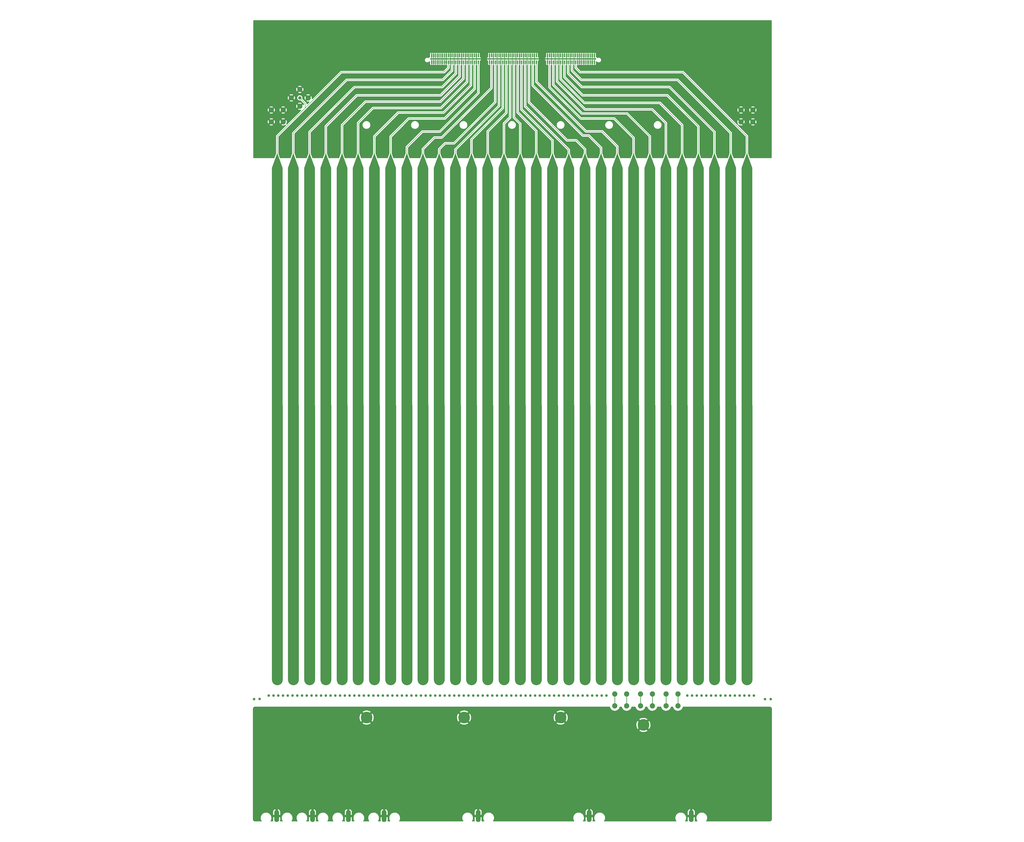
<source format=gbr>
G04 #@! TF.GenerationSoftware,KiCad,Pcbnew,(6.0.4-0)*
G04 #@! TF.CreationDate,2023-02-10T11:37:08-08:00*
G04 #@! TF.ProjectId,stripline_anode,73747269-706c-4696-9e65-5f616e6f6465,1a*
G04 #@! TF.SameCoordinates,Original*
G04 #@! TF.FileFunction,Copper,L1,Top*
G04 #@! TF.FilePolarity,Positive*
%FSLAX46Y46*%
G04 Gerber Fmt 4.6, Leading zero omitted, Abs format (unit mm)*
G04 Created by KiCad (PCBNEW (6.0.4-0)) date 2023-02-10 11:37:08*
%MOMM*%
%LPD*%
G01*
G04 APERTURE LIST*
G04 Aperture macros list*
%AMRoundRect*
0 Rectangle with rounded corners*
0 $1 Rounding radius*
0 $2 $3 $4 $5 $6 $7 $8 $9 X,Y pos of 4 corners*
0 Add a 4 corners polygon primitive as box body*
4,1,4,$2,$3,$4,$5,$6,$7,$8,$9,$2,$3,0*
0 Add four circle primitives for the rounded corners*
1,1,$1+$1,$2,$3*
1,1,$1+$1,$4,$5*
1,1,$1+$1,$6,$7*
1,1,$1+$1,$8,$9*
0 Add four rect primitives between the rounded corners*
20,1,$1+$1,$2,$3,$4,$5,0*
20,1,$1+$1,$4,$5,$6,$7,0*
20,1,$1+$1,$6,$7,$8,$9,0*
20,1,$1+$1,$8,$9,$2,$3,0*%
%AMFreePoly0*
4,1,43,101.600816,2.314662,101.601697,2.314703,108.001698,0.004703,108.001879,0.004538,108.002126,0.004527,108.003274,0.003267,108.004527,0.002125,108.004538,0.001879,108.004703,0.001698,108.004625,0.000000,108.004703,-0.001698,108.004538,-0.001879,108.004527,-0.002125,108.003274,-0.003267,108.002126,-0.004527,108.001879,-0.004538,108.001698,-0.004703,101.601697,-2.314703,101.600816,-2.314662,101.600000,-2.315000,
-101.600000,-2.315000,-101.600815,-2.314662,-101.601697,-2.314703,-108.001697,-0.004703,-108.001879,-0.004537,-108.002126,-0.004526,-108.003270,-0.003270,-108.004526,-0.002126,-108.004537,-0.001879,-108.004703,-0.001697,-108.004624,0.000000,-108.004703,0.001697,-108.004537,0.001879,-108.004526,0.002126,-108.003270,0.003270,-108.002126,0.004526,-108.001879,0.004537,-108.001697,0.004703,-101.601697,2.314703,-101.600815,2.314662,
-101.600000,2.315000,101.600000,2.315000,101.600816,2.314662,101.600816,2.314662,$1*%
G04 Aperture macros list end*
G04 #@! TA.AperFunction,SMDPad,CuDef*
%ADD10FreePoly0,90.000000*%
G04 #@! TD*
G04 #@! TA.AperFunction,SMDPad,CuDef*
%ADD11R,0.500000X1.500000*%
G04 #@! TD*
G04 #@! TA.AperFunction,SMDPad,CuDef*
%ADD12R,3.280000X0.510000*%
G04 #@! TD*
G04 #@! TA.AperFunction,SMDPad,CuDef*
%ADD13R,13.150000X0.510000*%
G04 #@! TD*
G04 #@! TA.AperFunction,SMDPad,CuDef*
%ADD14C,1.371600*%
G04 #@! TD*
G04 #@! TA.AperFunction,ComponentPad*
%ADD15C,2.250000*%
G04 #@! TD*
G04 #@! TA.AperFunction,ComponentPad*
%ADD16C,5.000000*%
G04 #@! TD*
G04 #@! TA.AperFunction,SMDPad,CuDef*
%ADD17RoundRect,0.787402X0.212598X-1.712598X0.212598X1.712598X-0.212598X1.712598X-0.212598X-1.712598X0*%
G04 #@! TD*
G04 #@! TA.AperFunction,ViaPad*
%ADD18C,1.110000*%
G04 #@! TD*
G04 #@! TA.AperFunction,Conductor*
%ADD19C,0.250000*%
G04 #@! TD*
G04 #@! TA.AperFunction,Conductor*
%ADD20C,0.200000*%
G04 #@! TD*
G04 #@! TA.AperFunction,Conductor*
%ADD21C,4.630000*%
G04 #@! TD*
G04 APERTURE END LIST*
D10*
X360883500Y-237837250D03*
X374723500Y-237837250D03*
X367803500Y-237837250D03*
X347043500Y-237837250D03*
X333203500Y-237837250D03*
X194803500Y-237837250D03*
X326283500Y-237837250D03*
X222483500Y-237837250D03*
X201723500Y-237837250D03*
X284763500Y-237837250D03*
X270923500Y-237837250D03*
X208643500Y-237837250D03*
X257083500Y-237837250D03*
X180963500Y-237837250D03*
X264003500Y-237837250D03*
X187883500Y-237837250D03*
X312443500Y-237837250D03*
X305523500Y-237837250D03*
X236323500Y-237837250D03*
X250163500Y-237837250D03*
X298603500Y-237837250D03*
X215563500Y-237837250D03*
X319363500Y-237837250D03*
X291683500Y-237837250D03*
X277843500Y-237837250D03*
X243243500Y-237837250D03*
X229403500Y-237837250D03*
X174043500Y-237837250D03*
X353963500Y-237837250D03*
X340123500Y-237837250D03*
D11*
X239983550Y-88142080D03*
X239983550Y-90992080D03*
X240783550Y-88142080D03*
X240783550Y-90992080D03*
X241583550Y-88142080D03*
X241583550Y-90992080D03*
X242383550Y-88142080D03*
X242383550Y-90992080D03*
X243183550Y-88142080D03*
X243183550Y-90992080D03*
X243983550Y-88142080D03*
X243983550Y-90992080D03*
X244783550Y-88142080D03*
X244783550Y-90992080D03*
X245583550Y-88142080D03*
X245583550Y-90992080D03*
X246383550Y-88142080D03*
X246383550Y-90992080D03*
X247183550Y-88142080D03*
X247183550Y-90992080D03*
X247983550Y-88142080D03*
X247983550Y-90992080D03*
X248783550Y-88142080D03*
X248783550Y-90992080D03*
X249583550Y-88142080D03*
X249583550Y-90992080D03*
X250383550Y-88142080D03*
X250383550Y-90992080D03*
X251183550Y-88142080D03*
X251183550Y-90992080D03*
X251983550Y-88142080D03*
X251983550Y-90992080D03*
X252783550Y-88142080D03*
X252783550Y-90992080D03*
X253583550Y-88142080D03*
X253583550Y-90992080D03*
X254383550Y-88142080D03*
X254383550Y-90992080D03*
X255183550Y-88142080D03*
X255183550Y-90992080D03*
X255983550Y-88142080D03*
X255983550Y-90992080D03*
X256783550Y-88142080D03*
X256783550Y-90992080D03*
X257583550Y-88142080D03*
X257583550Y-90992080D03*
X258383550Y-88142080D03*
X258383550Y-90992080D03*
X259183550Y-88142080D03*
X259183550Y-90992080D03*
X259983550Y-88142080D03*
X259983550Y-90992080D03*
X264783550Y-88142080D03*
X264783550Y-90992080D03*
X265583550Y-88142080D03*
X265583550Y-90992080D03*
X266383550Y-88142080D03*
X266383550Y-90992080D03*
X267183550Y-88142080D03*
X267183550Y-90992080D03*
X267983550Y-88142080D03*
X267983550Y-90992080D03*
X268783550Y-88142080D03*
X268783550Y-90992080D03*
X269583550Y-88142080D03*
X269583550Y-90992080D03*
X270383550Y-88142080D03*
X270383550Y-90992080D03*
X271183550Y-88142080D03*
X271183550Y-90992080D03*
X271983550Y-88142080D03*
X271983550Y-90992080D03*
X272783550Y-88142080D03*
X272783550Y-90992080D03*
X273583550Y-88142080D03*
X273583550Y-90992080D03*
X274383550Y-88142080D03*
X274383550Y-90992080D03*
X275183550Y-88142080D03*
X275183550Y-90992080D03*
X275983550Y-88142080D03*
X275983550Y-90992080D03*
X276783550Y-88142080D03*
X276783550Y-90992080D03*
X277583550Y-88142080D03*
X277583550Y-90992080D03*
X278383550Y-88142080D03*
X278383550Y-90992080D03*
X279183550Y-88142080D03*
X279183550Y-90992080D03*
X279983550Y-88142080D03*
X279983550Y-90992080D03*
X280783550Y-88142080D03*
X280783550Y-90992080D03*
X281583550Y-88142080D03*
X281583550Y-90992080D03*
X282383550Y-88142080D03*
X282383550Y-90992080D03*
X283183550Y-88142080D03*
X283183550Y-90992080D03*
X283983550Y-88142080D03*
X283983550Y-90992080D03*
X284783550Y-88142080D03*
X284783550Y-90992080D03*
X289583550Y-88142080D03*
X289583550Y-90992080D03*
X290383550Y-88142080D03*
X290383550Y-90992080D03*
X291183550Y-88142080D03*
X291183550Y-90992080D03*
X291983550Y-88142080D03*
X291983550Y-90992080D03*
X292783550Y-88142080D03*
X292783550Y-90992080D03*
X293583550Y-88142080D03*
X293583550Y-90992080D03*
X294383550Y-88142080D03*
X294383550Y-90992080D03*
X295183550Y-88142080D03*
X295183550Y-90992080D03*
X295983550Y-88142080D03*
X295983550Y-90992080D03*
X296783550Y-88142080D03*
X296783550Y-90992080D03*
X297583550Y-88142080D03*
X297583550Y-90992080D03*
X298383550Y-88142080D03*
X298383550Y-90992080D03*
X299183550Y-88142080D03*
X299183550Y-90992080D03*
X299983550Y-88142080D03*
X299983550Y-90992080D03*
X300783550Y-88142080D03*
X300783550Y-90992080D03*
X301583550Y-88142080D03*
X301583550Y-90992080D03*
X302383550Y-88142080D03*
X302383550Y-90992080D03*
X303183550Y-88142080D03*
X303183550Y-90992080D03*
X303983550Y-88142080D03*
X303983550Y-90992080D03*
X304783550Y-88142080D03*
X304783550Y-90992080D03*
X305583550Y-88142080D03*
X305583550Y-90992080D03*
X306383550Y-88142080D03*
X306383550Y-90992080D03*
X307183550Y-88142080D03*
X307183550Y-90992080D03*
X307983550Y-88142080D03*
X307983550Y-90992080D03*
X308783550Y-88142080D03*
X308783550Y-90992080D03*
X309583550Y-88142080D03*
X309583550Y-90992080D03*
D12*
X240918550Y-89567080D03*
D13*
X249983550Y-89567080D03*
D12*
X259048550Y-89567080D03*
X265718550Y-89567080D03*
D13*
X274783550Y-89567080D03*
D12*
X283848550Y-89567080D03*
X290518550Y-89567080D03*
D13*
X299583550Y-89567080D03*
D12*
X308648550Y-89567080D03*
D14*
X183693500Y-106220500D03*
D15*
X180101398Y-106220500D03*
X183693500Y-102628398D03*
X183693500Y-109812602D03*
X187285602Y-106220500D03*
D16*
X295143500Y-370995500D03*
D17*
X204426832Y-413101500D03*
X350943500Y-413076500D03*
X189110166Y-413101500D03*
D15*
X340168500Y-360880500D03*
X345248500Y-365960500D03*
X340168500Y-365960500D03*
X345248500Y-360880500D03*
D17*
X259893500Y-413076500D03*
X307318500Y-413076500D03*
D15*
X329223500Y-360880500D03*
X329223500Y-365960500D03*
X334303500Y-365960500D03*
X334303500Y-360880500D03*
X171528500Y-116485500D03*
X171528500Y-111405500D03*
X176608500Y-116485500D03*
X176608500Y-111405500D03*
D17*
X219743500Y-413101500D03*
D15*
X318278500Y-365960500D03*
X318278500Y-360880500D03*
X323358500Y-360880500D03*
X323358500Y-365960500D03*
D17*
X173793500Y-413101500D03*
D16*
X330493500Y-374145500D03*
X212243500Y-370995500D03*
D15*
X377283500Y-116485500D03*
X372203500Y-111405500D03*
X372203500Y-116485500D03*
X377283500Y-111405500D03*
D16*
X253868500Y-370995500D03*
D18*
X260341500Y-128744250D03*
X249673500Y-361607100D03*
X253737500Y-361607100D03*
X263897500Y-361607100D03*
X267961500Y-361607100D03*
X231385500Y-361607100D03*
X239513500Y-361607100D03*
X255769500Y-361607100D03*
X265929500Y-361607100D03*
X245609500Y-361607100D03*
X259833500Y-361607100D03*
X241545500Y-361607100D03*
X251705500Y-361607100D03*
X233417500Y-361607100D03*
X227321500Y-361607100D03*
X269993500Y-361607100D03*
X223257500Y-361607100D03*
X229353500Y-361607100D03*
X261865500Y-361607100D03*
X257801500Y-361607100D03*
X237481500Y-361607100D03*
X243577500Y-361607100D03*
X247641500Y-361607100D03*
X235449500Y-361607100D03*
X225289500Y-361607100D03*
X221225500Y-361607100D03*
X198873500Y-76623450D03*
X330953500Y-76623450D03*
X349241500Y-76623450D03*
X337049500Y-76623450D03*
X326889500Y-76623450D03*
X373625500Y-76623450D03*
X202937500Y-76623450D03*
X213097500Y-76623450D03*
X371593500Y-76623450D03*
X345177500Y-76623450D03*
X322825500Y-76623450D03*
X217161500Y-76623450D03*
X324857500Y-76623450D03*
X363465500Y-76623450D03*
X375657500Y-76623450D03*
X359401500Y-76623450D03*
X180585500Y-76623450D03*
X339081500Y-76623450D03*
X188713500Y-76623450D03*
X204969500Y-76623450D03*
X215129500Y-76623450D03*
X194809500Y-76623450D03*
X209033500Y-76623450D03*
X190745500Y-76623450D03*
X200905500Y-76623450D03*
X182617500Y-76623450D03*
X176521500Y-76623450D03*
X219193500Y-76623450D03*
X377689500Y-76623450D03*
X253737500Y-76623450D03*
X267961500Y-76623450D03*
X263897500Y-76623450D03*
X231385500Y-76623450D03*
X239513500Y-76623450D03*
X265929500Y-76623450D03*
X245609500Y-76623450D03*
X255769500Y-76623450D03*
X249673500Y-76623450D03*
X172457500Y-76623450D03*
X178553500Y-76623450D03*
X211065500Y-76623450D03*
X207001500Y-76623450D03*
X259833500Y-76623450D03*
X186681500Y-76623450D03*
X192777500Y-76623450D03*
X241545500Y-76623450D03*
X196841500Y-76623450D03*
X251705500Y-76623450D03*
X184649500Y-76623450D03*
X233417500Y-76623450D03*
X227321500Y-76623450D03*
X269993500Y-76623450D03*
X314697500Y-76623450D03*
X257801500Y-76623450D03*
X290313500Y-76623450D03*
X296409500Y-76623450D03*
X300473500Y-76623450D03*
X280153500Y-76623450D03*
X229353500Y-76623450D03*
X316729500Y-76623450D03*
X288281500Y-76623450D03*
X235449500Y-76623450D03*
X318761500Y-76623450D03*
X310633500Y-76623450D03*
X320793500Y-76623450D03*
X223257500Y-76623450D03*
X312665500Y-76623450D03*
X306569500Y-76623450D03*
X237481500Y-76623450D03*
X284217500Y-76623450D03*
X298441500Y-76623450D03*
X286249500Y-76623450D03*
X261865500Y-76623450D03*
X247641500Y-76623450D03*
X304537500Y-76623450D03*
X282185500Y-76623450D03*
X292345500Y-76623450D03*
X302505500Y-76623450D03*
X308601500Y-76623450D03*
X225289500Y-76623450D03*
X243577500Y-76623450D03*
X278121500Y-76623450D03*
X274057500Y-76623450D03*
X294377500Y-76623450D03*
X276089500Y-76623450D03*
X221225500Y-76623450D03*
X361433500Y-76623450D03*
X351273500Y-76623450D03*
X272025500Y-76623450D03*
X174489500Y-76623450D03*
X369561500Y-76623450D03*
X332985500Y-76623450D03*
X341113500Y-76623450D03*
X367529500Y-76623450D03*
X365497500Y-76623450D03*
X357369500Y-76623450D03*
X355337500Y-76623450D03*
X347209500Y-76623450D03*
X353305500Y-76623450D03*
X343145500Y-76623450D03*
X335017500Y-76623450D03*
X328921500Y-76623450D03*
X170425500Y-76623450D03*
X384893500Y-363120500D03*
X196841500Y-361607100D03*
X371593500Y-361607100D03*
X300473500Y-361607100D03*
X188713500Y-361607100D03*
X343543500Y-128744250D03*
X274057500Y-128744250D03*
X174489500Y-361607100D03*
X176521500Y-361607100D03*
X202937500Y-361607100D03*
X329429500Y-128744250D03*
X364481500Y-128744250D03*
X169917500Y-128744250D03*
X371085500Y-128744250D03*
X184649500Y-361607100D03*
X164143500Y-363095500D03*
X184649500Y-128744250D03*
X298441500Y-361607100D03*
X301997500Y-128744250D03*
X282185500Y-361607100D03*
X281169500Y-128744250D03*
X309109500Y-128744250D03*
X292345500Y-361607100D03*
X375657500Y-361607100D03*
X253737500Y-128744250D03*
X218685500Y-128744250D03*
X378705500Y-128744250D03*
X172457500Y-361607100D03*
X382468500Y-363120500D03*
X246625500Y-128744250D03*
X276089500Y-361607100D03*
X377689500Y-361607100D03*
X357369500Y-128744250D03*
X363465500Y-361607100D03*
X310633500Y-361607100D03*
X314697500Y-361607100D03*
X180585500Y-361607100D03*
X367529500Y-361607100D03*
X284217500Y-361607100D03*
X288168500Y-128720500D03*
X355337500Y-361607100D03*
X198873500Y-361607100D03*
X226305500Y-128744250D03*
X286249500Y-361607100D03*
X353305500Y-361607100D03*
X359401500Y-361607100D03*
X296409500Y-361607100D03*
X295393500Y-128744250D03*
X322825500Y-128744250D03*
X186681500Y-361607100D03*
X232909500Y-128744250D03*
X304537500Y-361607100D03*
X306569500Y-361607100D03*
X315713500Y-128744250D03*
X350765500Y-128744250D03*
X369561500Y-361607100D03*
X204969500Y-361607100D03*
X373625500Y-361607100D03*
X280153500Y-361607100D03*
X365497500Y-361607100D03*
X349241500Y-361607100D03*
X212081500Y-128744250D03*
X357369500Y-361607100D03*
X213097500Y-361607100D03*
X294377500Y-361607100D03*
X209033500Y-361607100D03*
X219193500Y-361607100D03*
X302505500Y-361607100D03*
X207001500Y-361607100D03*
X200905500Y-361607100D03*
X198365500Y-128744250D03*
X336541500Y-128744250D03*
X190745500Y-361607100D03*
X267453500Y-128744250D03*
X166518500Y-363070500D03*
X308601500Y-361607100D03*
X361433500Y-361607100D03*
X191253500Y-128744250D03*
X182617500Y-361607100D03*
X170425500Y-361607100D03*
X351273500Y-361607100D03*
X215129500Y-361607100D03*
X177537500Y-128744250D03*
X211065500Y-361607100D03*
X288281500Y-361607100D03*
X217161500Y-361607100D03*
X274057500Y-361607100D03*
X192777500Y-361607100D03*
X178553500Y-361607100D03*
X290313500Y-361607100D03*
X272025500Y-361607100D03*
X240021500Y-128744250D03*
X312665500Y-361607100D03*
X194809500Y-361607100D03*
X204969500Y-128744250D03*
X278121500Y-361607100D03*
X175323500Y-356146100D03*
X172758100Y-356120700D03*
X179666900Y-356120700D03*
X182257700Y-356120700D03*
X186575700Y-356120700D03*
X189166500Y-356120700D03*
X196100700Y-356146100D03*
X193509900Y-356146100D03*
X200418700Y-356146100D03*
X203034900Y-356120700D03*
X207352900Y-356120700D03*
X209943700Y-356120700D03*
X214261700Y-356120700D03*
X216852500Y-356120700D03*
X221195900Y-356095300D03*
X223761300Y-356120700D03*
X228130100Y-356120700D03*
X230695500Y-356095300D03*
X235038900Y-356120700D03*
X237604300Y-356146100D03*
X244538500Y-356120700D03*
X241947700Y-356120700D03*
X251447300Y-356120700D03*
X248856500Y-356120700D03*
X258330700Y-356095300D03*
X255816100Y-356120700D03*
X265290300Y-356146100D03*
X262724900Y-356120700D03*
X269633700Y-356120700D03*
X272199100Y-356095300D03*
X276542500Y-356120700D03*
X279133300Y-356120700D03*
X283451300Y-356120700D03*
X286042100Y-356120700D03*
X292976300Y-356095300D03*
X290410900Y-356120700D03*
X299910500Y-356120700D03*
X297319700Y-356120700D03*
X306819300Y-356120700D03*
X304228500Y-356120700D03*
X311137300Y-356120700D03*
X313728100Y-356120700D03*
X318046100Y-356120700D03*
X320662300Y-356095300D03*
X327596500Y-356120700D03*
X325005700Y-356120700D03*
X331914500Y-356120700D03*
X334505300Y-356120700D03*
X341414100Y-356120700D03*
X338823300Y-356120700D03*
X345732100Y-356120700D03*
X348322900Y-356120700D03*
X355257100Y-356095300D03*
X352666300Y-356095300D03*
X362191300Y-356120700D03*
X359600500Y-356120700D03*
X369100100Y-356120700D03*
X366509300Y-356120700D03*
X373418100Y-356120700D03*
X376008900Y-356120700D03*
X352118500Y-379645500D03*
X378468500Y-388345500D03*
X305818500Y-379695500D03*
X228443500Y-382120500D03*
X186493500Y-379145500D03*
X359443500Y-380370500D03*
X311043500Y-380395500D03*
X263018500Y-379720500D03*
X266268500Y-380370500D03*
X226118500Y-382120500D03*
X222885168Y-381395500D03*
X307960168Y-379670500D03*
X354243500Y-379670500D03*
X184168500Y-379145500D03*
X258618500Y-379720500D03*
X260768500Y-379720500D03*
X349843500Y-379670500D03*
X220743500Y-381395500D03*
X177293500Y-369420500D03*
X378468500Y-393720500D03*
X345943500Y-380945500D03*
X378468500Y-396045500D03*
X178793500Y-379195500D03*
X357118500Y-380370500D03*
X268593500Y-380370500D03*
X378468500Y-390670500D03*
X372393500Y-370070500D03*
X177293500Y-367095500D03*
X372393500Y-367745500D03*
X313368500Y-380395500D03*
X303560168Y-379670500D03*
X218485168Y-381395500D03*
X176468500Y-379195500D03*
D19*
X293583550Y-88142070D02*
X293583550Y-85033200D01*
X283983550Y-88142070D02*
X283983550Y-84750300D01*
X239983550Y-90992070D02*
X239983550Y-93328300D01*
X254383550Y-88142070D02*
X254383550Y-85117200D01*
X305583550Y-88142070D02*
X305583550Y-86114200D01*
X302383550Y-88142070D02*
X302383550Y-92799800D01*
X265583550Y-88142070D02*
X265583550Y-86299700D01*
X268783550Y-86592200D02*
X269557500Y-85818250D01*
X249583550Y-88142070D02*
X249583550Y-93149300D01*
X264783550Y-88142070D02*
X264783550Y-93259200D01*
X291983550Y-88142070D02*
X291983550Y-84410700D01*
X303183550Y-88142070D02*
X303183550Y-92964800D01*
X242383550Y-92037200D02*
X242383550Y-90992070D01*
X271983550Y-86376700D02*
X272542000Y-85818250D01*
X254383550Y-88142070D02*
X254383550Y-93435700D01*
X243183550Y-88142070D02*
X243183550Y-90992070D01*
X297583550Y-88142070D02*
X297583550Y-85033700D01*
X265583550Y-86299700D02*
X265684000Y-86199250D01*
X295983550Y-88142070D02*
X295983550Y-93638800D01*
X275183550Y-88142070D02*
X275183550Y-85526200D01*
X272783550Y-88142070D02*
X272783550Y-93425800D01*
X274383550Y-88142070D02*
X274383550Y-93438200D01*
X246383550Y-88142070D02*
X246383550Y-90992070D01*
X244783550Y-88142070D02*
X244783550Y-90992070D01*
X243983550Y-88142070D02*
X243983550Y-90992070D01*
X329223500Y-365960500D02*
X329223500Y-360880500D01*
X247983550Y-88142070D02*
X247983550Y-85929200D01*
X264783550Y-88142070D02*
X264783550Y-85766200D01*
X246383550Y-90992070D02*
X246383550Y-92609200D01*
X307983550Y-88142070D02*
X307983550Y-93683700D01*
X252783550Y-85701200D02*
X253583550Y-86501200D01*
X296783550Y-88142070D02*
X296783550Y-85008200D01*
X280783550Y-88142070D02*
X280783550Y-84879200D01*
X242383550Y-86076300D02*
X241583550Y-86876300D01*
X245583550Y-88142070D02*
X245583550Y-90992070D01*
X241583550Y-88142070D02*
X241583550Y-90992070D01*
X243983550Y-85865200D02*
X243183550Y-86665200D01*
X249583550Y-85345200D02*
X250383550Y-86145200D01*
X281583550Y-88142070D02*
X281583550Y-85222200D01*
X307983550Y-88142070D02*
X307983550Y-84222200D01*
X257583550Y-90992070D02*
X257583550Y-89992070D01*
X271183550Y-88142070D02*
X271183550Y-93476800D01*
X308783550Y-88142070D02*
X308783550Y-84692200D01*
X318278500Y-365960500D02*
X318278500Y-360880500D01*
X244783550Y-93048300D02*
X245583550Y-92248300D01*
X258383550Y-86273200D02*
X258383550Y-88142070D01*
X275983550Y-88142070D02*
X275983550Y-93552700D01*
X243983550Y-88142070D02*
X243983550Y-85865200D01*
X252783550Y-88142070D02*
X252783550Y-85701200D01*
X291183550Y-88142070D02*
X291183550Y-85972700D01*
X272783550Y-88142070D02*
X272783550Y-86084700D01*
X304783550Y-88142070D02*
X304783550Y-93231300D01*
X243183550Y-93269200D02*
X243983550Y-92469200D01*
X268783550Y-88142070D02*
X268783550Y-86592200D01*
X289583550Y-88142070D02*
X289583550Y-90992070D01*
X247983550Y-88142070D02*
X247983550Y-93168200D01*
X267183550Y-86033200D02*
X267983550Y-86833200D01*
X245583550Y-88142070D02*
X245583550Y-85789200D01*
X323358500Y-365960500D02*
X323358500Y-360880500D01*
X277583550Y-88142070D02*
X277583550Y-93857700D01*
X254383550Y-85117200D02*
X255183550Y-85917200D01*
X267183550Y-88142070D02*
X267183550Y-86033200D01*
X303983550Y-88142070D02*
X303983550Y-84539200D01*
X279183550Y-88142070D02*
X279183550Y-85590200D01*
X251983550Y-86069200D02*
X251983550Y-88142070D01*
X242383550Y-88142070D02*
X242383550Y-86076300D01*
X267983550Y-88142070D02*
X267983550Y-93488200D01*
X282383550Y-88142070D02*
X282383550Y-93818300D01*
X257583550Y-90992070D02*
X257583550Y-94109200D01*
X247983550Y-85929200D02*
X248783550Y-86729200D01*
X275983550Y-88142070D02*
X275983550Y-85615200D01*
X266255500Y-86199250D02*
X266383550Y-86327300D01*
X345248500Y-365960500D02*
X345248500Y-360880500D01*
X259183550Y-88142070D02*
X259183550Y-90992070D01*
X306383550Y-88142070D02*
X306383550Y-85250700D01*
X300783550Y-88142070D02*
X300783550Y-93073200D01*
X241583550Y-90992070D02*
X241583550Y-92837200D01*
X243983550Y-92469200D02*
X243983550Y-90992070D01*
X294383550Y-88142070D02*
X294383550Y-85122200D01*
X248783550Y-86729200D02*
X248783550Y-88142070D01*
X276783550Y-88142070D02*
X276783550Y-85069200D01*
X243183550Y-86665200D02*
X243183550Y-88142070D01*
X259983550Y-85689200D02*
X259983550Y-88142070D01*
X301583550Y-88142070D02*
X301583550Y-85478700D01*
X306383550Y-88142070D02*
X306383550Y-93688300D01*
X283983550Y-88142070D02*
X283983550Y-92941800D01*
X300783550Y-88142070D02*
X300783550Y-84437200D01*
X266383550Y-88142070D02*
X266383550Y-93437200D01*
X309583550Y-88142070D02*
X309583550Y-93417200D01*
X270383550Y-86452700D02*
X270954500Y-85881750D01*
X289583550Y-88142070D02*
X289583550Y-86874200D01*
X257583550Y-85473200D02*
X258383550Y-86273200D01*
X239983550Y-93328300D02*
X240783550Y-92528300D01*
X297583550Y-88142070D02*
X297583550Y-93587800D01*
X242383550Y-88142070D02*
X242383550Y-90992070D01*
X292783550Y-88142070D02*
X292783550Y-93232800D01*
X303183550Y-88142070D02*
X303183550Y-85085200D01*
X245583550Y-85789200D02*
X244783550Y-86589200D01*
X270383550Y-88142070D02*
X270383550Y-86452700D01*
X269583550Y-88142070D02*
X269583550Y-93475700D01*
X246383550Y-88142070D02*
X246383550Y-85497200D01*
X245583550Y-92248300D02*
X245583550Y-90992070D01*
X246383550Y-90992070D02*
X245583550Y-90992070D01*
X307183550Y-88142070D02*
X307183550Y-84577700D01*
X270954500Y-85881750D02*
X271183550Y-86110800D01*
X241583550Y-92837200D02*
X242383550Y-92037200D01*
X240783550Y-85492300D02*
X239983550Y-86292300D01*
X240783550Y-88142070D02*
X240783550Y-85492300D01*
X291183550Y-88142070D02*
X291183550Y-93347300D01*
X252783550Y-88142070D02*
X252783550Y-93174300D01*
X239983550Y-86292300D02*
X239983550Y-88142070D01*
X266383550Y-86327300D02*
X266383550Y-88142070D01*
X265684000Y-86199250D02*
X266255500Y-86199250D01*
X294383550Y-88142070D02*
X294383550Y-93689800D01*
X298383550Y-88142070D02*
X298383550Y-84868700D01*
X251183550Y-85269200D02*
X251983550Y-86069200D01*
X340168500Y-365960500D02*
X340168500Y-360880500D01*
X251183550Y-88142070D02*
X251183550Y-85269200D01*
X259183550Y-90992070D02*
X259183550Y-94049800D01*
X240783550Y-92528300D02*
X240783550Y-90992070D01*
X257583550Y-88142070D02*
X257583550Y-85473200D01*
X279983550Y-88142070D02*
X279983550Y-85234700D01*
X302383550Y-88142070D02*
X302383550Y-85123200D01*
X271983550Y-88142070D02*
X271983550Y-86376700D01*
X283183550Y-88142070D02*
X283183550Y-85717700D01*
X280783550Y-88142070D02*
X280783550Y-93424800D01*
X284783550Y-88142070D02*
X284783550Y-84216800D01*
X255183550Y-85917200D02*
X255183550Y-88142070D01*
X249583550Y-88142070D02*
X249583550Y-85345200D01*
X259183550Y-84889200D02*
X259983550Y-85689200D01*
X267983550Y-86833200D02*
X267983550Y-88142070D01*
X271183550Y-86110800D02*
X271183550Y-88142070D01*
X273583550Y-88142070D02*
X273583550Y-86427700D01*
X279183550Y-88142070D02*
X279183550Y-93475800D01*
X255983550Y-85452300D02*
X256783550Y-86252300D01*
X241583550Y-86876300D02*
X241583550Y-88142070D01*
X295983550Y-88142070D02*
X295983550Y-84601700D01*
X269557500Y-85818250D02*
X269583550Y-85844300D01*
X334303500Y-365960500D02*
X334303500Y-360880500D01*
X257583550Y-89992070D02*
X257583550Y-88142070D01*
X295183550Y-88142070D02*
X295183550Y-84893700D01*
X250383550Y-86145200D02*
X250383550Y-88142070D01*
X308783550Y-88142070D02*
X308783550Y-93421300D01*
X246383550Y-85497200D02*
X247183550Y-86297200D01*
X240783550Y-88142070D02*
X240783550Y-90992070D01*
X309583550Y-88142070D02*
X309583550Y-84188300D01*
X289583550Y-90992070D02*
X289583550Y-93287700D01*
X299183550Y-88142070D02*
X299183550Y-93473300D01*
X253583550Y-86501200D02*
X253583550Y-88142070D01*
X303983550Y-88142070D02*
X303983550Y-93129800D01*
X277583550Y-88142070D02*
X277583550Y-85285200D01*
X299983550Y-88142070D02*
X299983550Y-85173700D01*
X255983550Y-88142070D02*
X255983550Y-85452300D01*
X292783550Y-88142070D02*
X292783550Y-84817200D01*
X251183550Y-88142070D02*
X251183550Y-92844300D01*
X255983550Y-88142070D02*
X255983550Y-93994700D01*
X247183550Y-86297200D02*
X247183550Y-88142070D01*
X244783550Y-90992070D02*
X244783550Y-93048300D01*
X256783550Y-86252300D02*
X256783550Y-88142070D01*
X282383550Y-88142070D02*
X282383550Y-84739700D01*
X239983550Y-88142070D02*
X239983550Y-90992070D01*
X304783550Y-88142070D02*
X304783550Y-85199700D01*
X290383550Y-88142070D02*
X290383550Y-85756700D01*
X278383550Y-88142070D02*
X278383550Y-85247200D01*
X259183550Y-88142070D02*
X259183550Y-84889200D01*
X269583550Y-85844300D02*
X269583550Y-88142070D01*
X307183550Y-88142070D02*
X307183550Y-93472300D01*
X244783550Y-86589200D02*
X244783550Y-88142070D01*
X299183550Y-88142070D02*
X299183550Y-84767200D01*
X305583550Y-88142070D02*
X305583550Y-93396300D01*
X274383550Y-88142070D02*
X274383550Y-85691300D01*
X243183550Y-90992070D02*
X243183550Y-93269200D01*
X174043500Y-354866100D02*
X175323500Y-356146100D01*
D20*
X174043500Y-134903750D02*
X174043500Y-122582050D01*
X247183550Y-93371300D02*
X247183550Y-90992070D01*
X186049275Y-108576275D02*
X186049275Y-110576275D01*
X174043500Y-122582050D02*
X186049275Y-110576275D01*
D21*
X174043500Y-237837250D02*
X174043500Y-354821850D01*
D19*
X174043500Y-354821850D02*
X174043500Y-354866100D01*
D20*
X245300500Y-95254350D02*
X247183550Y-93371300D01*
X201371200Y-95254350D02*
X245300500Y-95254350D01*
X183693500Y-106220500D02*
X186049275Y-108576275D01*
D19*
X172656500Y-355968300D02*
X172554900Y-356019100D01*
X174028100Y-354850700D02*
X172758100Y-356120700D01*
D20*
X186049275Y-110576275D02*
X201371200Y-95254350D01*
D19*
X174028100Y-354837250D02*
X174028100Y-354850700D01*
X174043500Y-354821850D02*
X174028100Y-354837250D01*
D20*
X203657200Y-98543650D02*
X180963500Y-121237350D01*
X244754400Y-98543650D02*
X203657200Y-98543650D01*
D19*
X180963500Y-354826500D02*
X182257700Y-356120700D01*
D20*
X248783550Y-94514500D02*
X244754400Y-98543650D01*
X180963500Y-121237350D02*
X180963500Y-134903750D01*
D21*
X180963500Y-237837250D02*
X180963500Y-354821850D01*
D20*
X248783550Y-90992070D02*
X248783550Y-94514500D01*
X207022700Y-101629750D02*
X244551200Y-101629750D01*
X187883500Y-120768950D02*
X207022700Y-101629750D01*
D19*
X187883500Y-354821850D02*
X187868100Y-354837250D01*
X187883500Y-354837700D02*
X189166500Y-356120700D01*
D20*
X187883500Y-134903750D02*
X187883500Y-120768950D01*
X250383550Y-95797400D02*
X250383550Y-90992070D01*
D21*
X187883500Y-237837250D02*
X187883500Y-354821850D01*
D19*
X187883500Y-354821850D02*
X187883500Y-354837700D01*
D20*
X244551200Y-101629750D02*
X250383550Y-95797400D01*
X251983550Y-97012450D02*
X251983550Y-90992070D01*
D19*
X194803500Y-354821850D02*
X194788100Y-354837250D01*
X194803500Y-354821850D02*
X194803500Y-354852500D01*
D21*
X194803500Y-237837250D02*
X194803500Y-354821850D01*
D20*
X243848350Y-105147650D02*
X251983550Y-97012450D01*
X208038700Y-105147650D02*
X243848350Y-105147650D01*
X194803500Y-134903750D02*
X194803500Y-118382850D01*
X194803500Y-118382850D02*
X208038700Y-105147650D01*
D19*
X201723500Y-354822650D02*
X201723500Y-354841300D01*
D20*
X243725700Y-107861100D02*
X211713350Y-107861100D01*
X253583550Y-90992070D02*
X253583550Y-98003250D01*
X211713350Y-107861100D02*
X201723500Y-117850950D01*
D19*
X201723500Y-354822650D02*
X201728100Y-354827250D01*
D20*
X201723500Y-117850950D02*
X201723500Y-134903750D01*
X253583550Y-98003250D02*
X243725700Y-107861100D01*
D21*
X201723500Y-237837250D02*
X201723500Y-354822650D01*
D20*
X214972900Y-110553500D02*
X243979700Y-110553500D01*
D21*
X208643500Y-237837250D02*
X208643500Y-354822650D01*
D19*
X208643500Y-354822650D02*
X208648100Y-354827250D01*
X208643500Y-354822650D02*
X208643500Y-354830100D01*
D20*
X255183550Y-99349650D02*
X255183550Y-90992070D01*
X208643500Y-116882900D02*
X214972900Y-110553500D01*
X208643500Y-134903750D02*
X208643500Y-116882900D01*
X243979700Y-110553500D02*
X255183550Y-99349650D01*
D19*
X208643500Y-354822650D02*
X208645650Y-354822650D01*
X215563500Y-354822650D02*
X215568100Y-354827250D01*
D20*
X215563500Y-134903750D02*
X215563500Y-122662900D01*
X245148100Y-112483900D02*
X256783550Y-100848450D01*
D21*
X215563500Y-237837250D02*
X215563500Y-354822650D01*
D19*
X215563500Y-354822650D02*
X215559750Y-354822650D01*
D20*
X225742500Y-112483900D02*
X245148100Y-112483900D01*
X215563500Y-122662900D02*
X225742500Y-112483900D01*
X256783550Y-100848450D02*
X256783550Y-90992070D01*
D19*
X215559750Y-354822650D02*
X214261700Y-356120700D01*
D20*
X222483500Y-134903750D02*
X222483500Y-122753300D01*
X222483500Y-122753300D02*
X230162100Y-115074700D01*
D21*
X222483500Y-237837250D02*
X222483500Y-354822650D01*
D20*
X245605300Y-115074700D02*
X258383550Y-102296450D01*
X230162100Y-115074700D02*
X245605300Y-115074700D01*
X258383550Y-102296450D02*
X258383550Y-90992070D01*
X222488100Y-354827250D02*
X222488100Y-354847500D01*
D19*
X222483500Y-354822650D02*
X222488100Y-354827250D01*
X222483500Y-354822650D02*
X222468550Y-354822650D01*
D20*
X229408100Y-354827250D02*
X229408100Y-354842700D01*
D21*
X229403500Y-237837250D02*
X229403500Y-354822650D01*
D20*
X229403500Y-127263300D02*
X236054900Y-120611900D01*
X229408100Y-354827250D02*
X229427450Y-354827250D01*
X229403500Y-134903750D02*
X229403500Y-127263300D01*
D19*
X229403500Y-354822650D02*
X229408100Y-354827250D01*
D20*
X259983550Y-104150850D02*
X259983550Y-90992070D01*
X236054900Y-120611900D02*
X243522500Y-120611900D01*
X243522500Y-120611900D02*
X259983550Y-104150850D01*
D19*
X236323500Y-354821850D02*
X236323500Y-354836100D01*
D20*
X236308100Y-354837250D02*
X236308100Y-354849900D01*
X241185700Y-123151900D02*
X244386100Y-123151900D01*
D19*
X236323500Y-354821850D02*
X236308100Y-354837250D01*
D20*
X265583550Y-101954450D02*
X265583550Y-90992070D01*
X236323500Y-128014100D02*
X241185700Y-123151900D01*
X244386100Y-123151900D02*
X265583550Y-101954450D01*
X236323500Y-134903750D02*
X236323500Y-128014100D01*
D21*
X236323500Y-237837250D02*
X236323500Y-354821850D01*
D20*
X267183550Y-108076050D02*
X267183550Y-90992070D01*
X249618500Y-125641100D02*
X267183550Y-108076050D01*
D21*
X243243500Y-237837250D02*
X243243500Y-354822650D01*
D19*
X243243500Y-354822650D02*
X243248100Y-354827250D01*
D20*
X245757700Y-125641100D02*
X249618500Y-125641100D01*
D19*
X243243500Y-354822650D02*
X243243500Y-354824900D01*
D20*
X243243500Y-134903750D02*
X243243500Y-128155300D01*
D19*
X243243500Y-354822650D02*
X243243500Y-354825700D01*
D20*
X243243500Y-128155300D02*
X245757700Y-125641100D01*
D21*
X250163500Y-237837250D02*
X250163500Y-354822650D01*
D20*
X268783550Y-109676450D02*
X268783550Y-90992070D01*
D19*
X250163500Y-354822650D02*
X250168100Y-354827250D01*
X250163500Y-354822650D02*
X250163500Y-354836900D01*
D20*
X250163500Y-134903750D02*
X250163500Y-128296500D01*
D19*
X250163500Y-354822650D02*
X250154550Y-354822650D01*
D20*
X250163500Y-128296500D02*
X268783550Y-109676450D01*
D19*
X257083500Y-354822650D02*
X257083500Y-354853300D01*
D20*
X257083500Y-123916500D02*
X270383550Y-110616450D01*
D19*
X257083500Y-354822650D02*
X257088100Y-354827250D01*
D20*
X270383550Y-110616450D02*
X270383550Y-90992070D01*
X257083500Y-134903750D02*
X257083500Y-123916500D01*
D21*
X257083500Y-237837250D02*
X257083500Y-354822650D01*
D19*
X257088100Y-354827250D02*
X257088100Y-354852700D01*
D20*
X264003500Y-134903750D02*
X264003500Y-120476300D01*
D19*
X264003500Y-354822650D02*
X264003500Y-354842100D01*
X264003500Y-354822650D02*
X264003500Y-354859300D01*
D21*
X264003500Y-237837250D02*
X264003500Y-354822650D01*
D20*
X264003500Y-120476300D02*
X271983550Y-112496250D01*
X271983550Y-112496250D02*
X271983550Y-90992070D01*
D19*
X264003500Y-354822650D02*
X264008100Y-354827250D01*
D21*
X270923500Y-237837250D02*
X270923500Y-354822650D01*
D19*
X270923500Y-354822650D02*
X270926450Y-354822650D01*
D20*
X270923500Y-117188500D02*
X273583550Y-114528450D01*
X270923500Y-134903750D02*
X270923500Y-117188500D01*
X273583550Y-114528450D02*
X273583550Y-90992070D01*
D19*
X270923500Y-354822650D02*
X270923500Y-354830900D01*
X270923500Y-354822650D02*
X270928100Y-354827250D01*
D20*
X277843500Y-117239300D02*
X275183450Y-114579250D01*
D19*
X277843500Y-354822650D02*
X277848100Y-354827250D01*
X277843500Y-354822650D02*
X277840550Y-354822650D01*
D21*
X277843500Y-237837250D02*
X277843500Y-354822650D01*
D20*
X275183450Y-114579250D02*
X275183450Y-90979370D01*
X277843500Y-134891050D02*
X277843500Y-117239300D01*
D19*
X284763500Y-354822650D02*
X284768100Y-354827250D01*
D20*
X284763500Y-134891050D02*
X284763500Y-120400100D01*
X284763500Y-120400100D02*
X276783450Y-112420050D01*
D21*
X284763500Y-237837250D02*
X284763500Y-354822650D01*
D20*
X284768100Y-354827250D02*
X284768100Y-354846700D01*
X276783450Y-112420050D02*
X276783450Y-90979370D01*
D19*
X284763500Y-354822650D02*
X284749350Y-354822650D01*
D20*
X291683500Y-124424500D02*
X278383450Y-111124450D01*
X291683500Y-134891050D02*
X291683500Y-124424500D01*
X278383450Y-111124450D02*
X278383450Y-90979370D01*
D19*
X291683500Y-354822650D02*
X291688100Y-354827250D01*
D21*
X291683500Y-237837250D02*
X291683500Y-354822650D01*
D20*
X291688100Y-354827250D02*
X291688100Y-354843500D01*
X291688100Y-354827250D02*
X291708250Y-354827250D01*
X298603500Y-128398100D02*
X279983450Y-109778050D01*
X279983450Y-109778050D02*
X279983450Y-90979370D01*
D21*
X298603500Y-237837250D02*
X298603500Y-354821850D01*
D20*
X298603500Y-134891050D02*
X298603500Y-128398100D01*
D19*
X298603500Y-354821850D02*
X298588100Y-354837250D01*
X298603500Y-354821850D02*
X298611650Y-354821850D01*
X305523500Y-354822650D02*
X305528100Y-354827250D01*
X305523500Y-354822650D02*
X305523500Y-354825700D01*
D20*
X305523500Y-134891050D02*
X305523500Y-128104500D01*
X305523500Y-128104500D02*
X301807150Y-124388150D01*
X301807150Y-124388150D02*
X297895550Y-124388150D01*
X281583450Y-108076050D02*
X281583450Y-90979370D01*
X297895550Y-124388150D02*
X281583450Y-108076050D01*
D21*
X305523500Y-237837250D02*
X305523500Y-354822650D01*
D20*
X307179250Y-122343450D02*
X304690050Y-122343450D01*
D19*
X312443500Y-354822650D02*
X312448100Y-354827250D01*
D20*
X312448100Y-354827250D02*
X312448100Y-354840700D01*
X312443500Y-134891050D02*
X312443500Y-127607700D01*
X312443500Y-127607700D02*
X307179250Y-122343450D01*
X304690050Y-122343450D02*
X283183450Y-100836850D01*
X283183450Y-100836850D02*
X283183450Y-90979370D01*
D19*
X312443500Y-354822650D02*
X312435350Y-354822650D01*
D21*
X312443500Y-237837250D02*
X312443500Y-354822650D01*
D20*
X284783550Y-99338150D02*
X306006500Y-120561100D01*
X306006500Y-120561100D02*
X312915300Y-120561100D01*
X319368100Y-354827250D02*
X319394250Y-354827250D01*
X319363500Y-127009300D02*
X319363500Y-134891050D01*
D19*
X319363500Y-354822650D02*
X319344150Y-354822650D01*
D20*
X284783550Y-90992070D02*
X284783550Y-99338150D01*
D21*
X319363500Y-237837250D02*
X319363500Y-354822650D01*
D20*
X312915300Y-120561100D02*
X319363500Y-127009300D01*
D19*
X319363500Y-354822650D02*
X319368100Y-354827250D01*
X326283500Y-354822650D02*
X326288100Y-354827250D01*
D20*
X318046100Y-115023900D02*
X303720500Y-115023900D01*
X326283500Y-134891050D02*
X326283500Y-123261300D01*
X326288100Y-354827250D02*
X326288100Y-354838300D01*
X326283500Y-123261300D02*
X318046100Y-115023900D01*
D21*
X326283500Y-237837250D02*
X326283500Y-354822650D01*
D20*
X290383450Y-101686850D02*
X290383450Y-90979370D01*
X303720500Y-115023900D02*
X290383450Y-101686850D01*
X304228500Y-112890300D02*
X291983450Y-100645250D01*
X333208100Y-354827250D02*
X333211850Y-354827250D01*
D21*
X333203500Y-237837250D02*
X333203500Y-354822650D01*
D20*
X291983450Y-100645250D02*
X291983450Y-90979370D01*
X333203500Y-134891050D02*
X333203500Y-122561300D01*
X333203500Y-122561300D02*
X323532500Y-112890300D01*
X333208100Y-354827250D02*
X333207950Y-354827250D01*
D19*
X333203500Y-354822650D02*
X333208100Y-354827250D01*
D20*
X323532500Y-112890300D02*
X304228500Y-112890300D01*
D19*
X340123500Y-354822650D02*
X340128100Y-354827250D01*
D20*
X340123500Y-134891050D02*
X340123500Y-116984500D01*
D21*
X340123500Y-237837250D02*
X340123500Y-354822650D01*
D20*
X305579050Y-111142050D02*
X293583450Y-99146450D01*
X293583450Y-99146450D02*
X293583450Y-90979370D01*
X334281050Y-111142050D02*
X305579050Y-111142050D01*
X340123500Y-116984500D02*
X334281050Y-111142050D01*
D19*
X340128100Y-354827250D02*
X340116750Y-354827250D01*
D20*
X337566000Y-108360750D02*
X347043500Y-117838250D01*
X295183450Y-98257250D02*
X305286950Y-108360750D01*
D19*
X347043500Y-354822650D02*
X347048100Y-354827250D01*
D20*
X295183450Y-90979370D02*
X295183450Y-98257250D01*
D21*
X347043500Y-237837250D02*
X347043500Y-354822650D01*
D20*
X305286950Y-108360750D02*
X337566000Y-108360750D01*
X347048100Y-354827250D02*
X347048100Y-354845900D01*
X347043500Y-117838250D02*
X347043500Y-134891050D01*
X304533300Y-105134950D02*
X296783450Y-97385100D01*
X353963500Y-118370150D02*
X340728300Y-105134950D01*
X296783450Y-97385100D02*
X296783450Y-90979370D01*
X340728300Y-105134950D02*
X304533300Y-105134950D01*
X353963500Y-134891050D02*
X353963500Y-118370150D01*
D19*
X353963500Y-354822650D02*
X353938950Y-354822650D01*
D21*
X353963500Y-237837250D02*
X353963500Y-354822650D01*
D19*
X353963500Y-354822650D02*
X353968100Y-354827250D01*
D20*
X341744300Y-101617050D02*
X304215800Y-101617050D01*
X360883500Y-120756250D02*
X341744300Y-101617050D01*
X360883500Y-134891050D02*
X360883500Y-120756250D01*
X298383450Y-95784700D02*
X298383450Y-90979370D01*
X304215800Y-101617050D02*
X298383450Y-95784700D01*
D19*
X360883500Y-354822650D02*
X360888100Y-354827250D01*
D21*
X360883500Y-237837250D02*
X360883500Y-354822650D01*
D20*
X360888100Y-354827250D02*
X360888100Y-354833100D01*
X345109800Y-98530950D02*
X367803500Y-121224650D01*
X304012600Y-98530950D02*
X345109800Y-98530950D01*
X367803500Y-121224650D02*
X367803500Y-134891050D01*
X299983450Y-94501800D02*
X304012600Y-98530950D01*
X299983450Y-90979370D02*
X299983450Y-94501800D01*
D21*
X367803500Y-237837250D02*
X367803500Y-354822650D01*
D19*
X367803500Y-354822650D02*
X367808100Y-354827250D01*
D20*
X347395800Y-95241650D02*
X303466500Y-95241650D01*
X374723500Y-134891050D02*
X374723500Y-122569350D01*
X303466500Y-95241650D02*
X301583450Y-93358600D01*
X301583450Y-93358600D02*
X301583450Y-90979370D01*
X374723500Y-122569350D02*
X347395800Y-95241650D01*
D19*
X374723500Y-354821850D02*
X374708100Y-354837250D01*
D21*
X374723500Y-237837250D02*
X374723500Y-354821850D01*
D20*
X374708100Y-354837250D02*
X374701550Y-354837250D01*
G04 #@! TA.AperFunction,Conductor*
G36*
X259320466Y-92167736D02*
G01*
X259402546Y-92222579D01*
X259457390Y-92304657D01*
X259476650Y-92401479D01*
X259476650Y-103836090D01*
X259457392Y-103932909D01*
X259402548Y-104014988D01*
X243386637Y-120030898D01*
X243304558Y-120085742D01*
X243207739Y-120105000D01*
X236118562Y-120105000D01*
X236110245Y-120104666D01*
X236095971Y-120101436D01*
X236077981Y-120102552D01*
X236077979Y-120102552D01*
X236046359Y-120104514D01*
X236030693Y-120105000D01*
X236018499Y-120105000D01*
X236009595Y-120106275D01*
X236004837Y-120106614D01*
X235993050Y-120107821D01*
X235974958Y-120108944D01*
X235951050Y-120110427D01*
X235934097Y-120116547D01*
X235933320Y-120116708D01*
X235931514Y-120117024D01*
X235929774Y-120117592D01*
X235929009Y-120117816D01*
X235911167Y-120120371D01*
X235894759Y-120127831D01*
X235894760Y-120127831D01*
X235872856Y-120137790D01*
X235854047Y-120145446D01*
X235814477Y-120159731D01*
X235799921Y-120170365D01*
X235799241Y-120170727D01*
X235797579Y-120171546D01*
X235796057Y-120172587D01*
X235795399Y-120173008D01*
X235778988Y-120180469D01*
X235747099Y-120207947D01*
X235733378Y-120218841D01*
X235732280Y-120219781D01*
X235724393Y-120225543D01*
X235716800Y-120233136D01*
X235703051Y-120245901D01*
X235668990Y-120275250D01*
X235659684Y-120289608D01*
X235650533Y-120299403D01*
X229090086Y-126859849D01*
X229083966Y-126865497D01*
X229071589Y-126873306D01*
X229059656Y-126886818D01*
X229038683Y-126910565D01*
X229027949Y-126921986D01*
X229019328Y-126930607D01*
X229013928Y-126937811D01*
X229010792Y-126941429D01*
X229003333Y-126950591D01*
X228975472Y-126982138D01*
X228967814Y-126998449D01*
X228967374Y-126999119D01*
X228966321Y-127000618D01*
X228965489Y-127002257D01*
X228965109Y-127002951D01*
X228954302Y-127017371D01*
X228941931Y-127050371D01*
X228939532Y-127056770D01*
X228931653Y-127075470D01*
X228913764Y-127113573D01*
X228910991Y-127131384D01*
X228910764Y-127132126D01*
X228910169Y-127133877D01*
X228909831Y-127135677D01*
X228909660Y-127136453D01*
X228903333Y-127153331D01*
X228901997Y-127171306D01*
X228901997Y-127171308D01*
X228900215Y-127195291D01*
X228898218Y-127212692D01*
X228898106Y-127214135D01*
X228896600Y-127223808D01*
X228896600Y-127234557D01*
X228895904Y-127253305D01*
X228892573Y-127298132D01*
X228896144Y-127314860D01*
X228896600Y-127328252D01*
X228896600Y-129969194D01*
X228881573Y-130055088D01*
X228246122Y-131815644D01*
X228195138Y-131900174D01*
X228115686Y-131958758D01*
X228019862Y-131982479D01*
X228008149Y-131982750D01*
X223878851Y-131982750D01*
X223782032Y-131963492D01*
X223699953Y-131908648D01*
X223645109Y-131826569D01*
X223640878Y-131815644D01*
X223005427Y-130055088D01*
X222990400Y-129969194D01*
X222990400Y-123068060D01*
X223009658Y-122971241D01*
X223064502Y-122889162D01*
X228135765Y-117817900D01*
X231243277Y-117817900D01*
X231263739Y-118077898D01*
X231266058Y-118087558D01*
X231266059Y-118087563D01*
X231322303Y-118321836D01*
X231322305Y-118321842D01*
X231324622Y-118331493D01*
X231424427Y-118572443D01*
X231560695Y-118794813D01*
X231730072Y-118993128D01*
X231928387Y-119162505D01*
X232150757Y-119298773D01*
X232391707Y-119398578D01*
X232401358Y-119400895D01*
X232401364Y-119400897D01*
X232635637Y-119457141D01*
X232635642Y-119457142D01*
X232645302Y-119459461D01*
X232728129Y-119465980D01*
X232835248Y-119474410D01*
X232835251Y-119474410D01*
X232840205Y-119474800D01*
X232970395Y-119474800D01*
X232975349Y-119474410D01*
X232975352Y-119474410D01*
X233082471Y-119465980D01*
X233165298Y-119459461D01*
X233174958Y-119457142D01*
X233174963Y-119457141D01*
X233409236Y-119400897D01*
X233409242Y-119400895D01*
X233418893Y-119398578D01*
X233659843Y-119298773D01*
X233882213Y-119162505D01*
X234080528Y-118993128D01*
X234249905Y-118794813D01*
X234386173Y-118572443D01*
X234485978Y-118331493D01*
X234488295Y-118321842D01*
X234488297Y-118321836D01*
X234544541Y-118087563D01*
X234544542Y-118087558D01*
X234546861Y-118077898D01*
X234567323Y-117817900D01*
X234546861Y-117557902D01*
X234540274Y-117530464D01*
X234488297Y-117313964D01*
X234488295Y-117313958D01*
X234485978Y-117304307D01*
X234431882Y-117173707D01*
X234389979Y-117072545D01*
X234389978Y-117072543D01*
X234386173Y-117063357D01*
X234249905Y-116840987D01*
X234080528Y-116642672D01*
X233882213Y-116473295D01*
X233659843Y-116337027D01*
X233418893Y-116237222D01*
X233409242Y-116234905D01*
X233409236Y-116234903D01*
X233174963Y-116178659D01*
X233174958Y-116178658D01*
X233165298Y-116176339D01*
X233082471Y-116169820D01*
X232975352Y-116161390D01*
X232975349Y-116161390D01*
X232970395Y-116161000D01*
X232840205Y-116161000D01*
X232835251Y-116161390D01*
X232835248Y-116161390D01*
X232728129Y-116169820D01*
X232645302Y-116176339D01*
X232635642Y-116178658D01*
X232635637Y-116178659D01*
X232401364Y-116234903D01*
X232401358Y-116234905D01*
X232391707Y-116237222D01*
X232150757Y-116337027D01*
X231928387Y-116473295D01*
X231730072Y-116642672D01*
X231560695Y-116840987D01*
X231424427Y-117063357D01*
X231420622Y-117072543D01*
X231420621Y-117072545D01*
X231378718Y-117173707D01*
X231324622Y-117304307D01*
X231322305Y-117313958D01*
X231322303Y-117313964D01*
X231270326Y-117530464D01*
X231263739Y-117557902D01*
X231243277Y-117817900D01*
X228135765Y-117817900D01*
X230297963Y-115655702D01*
X230380042Y-115600858D01*
X230476861Y-115581600D01*
X245541638Y-115581600D01*
X245549955Y-115581934D01*
X245564229Y-115585164D01*
X245582219Y-115584048D01*
X245582221Y-115584048D01*
X245613841Y-115582086D01*
X245629507Y-115581600D01*
X245641701Y-115581600D01*
X245650605Y-115580325D01*
X245655363Y-115579986D01*
X245667150Y-115578779D01*
X245685242Y-115577656D01*
X245709150Y-115576173D01*
X245726103Y-115570053D01*
X245726880Y-115569892D01*
X245728686Y-115569576D01*
X245730426Y-115569008D01*
X245731191Y-115568784D01*
X245749033Y-115566229D01*
X245787344Y-115548810D01*
X245806153Y-115541154D01*
X245823679Y-115534827D01*
X245845723Y-115526869D01*
X245860279Y-115516235D01*
X245860959Y-115515873D01*
X245862621Y-115515054D01*
X245864143Y-115514013D01*
X245864801Y-115513592D01*
X245881212Y-115506131D01*
X245913101Y-115478653D01*
X245926822Y-115467759D01*
X245927920Y-115466819D01*
X245935807Y-115461057D01*
X245943400Y-115453464D01*
X245957149Y-115440699D01*
X245977554Y-115423117D01*
X245977555Y-115423116D01*
X245991210Y-115411350D01*
X246000516Y-115396992D01*
X246009667Y-115387197D01*
X258696966Y-102699898D01*
X258703084Y-102694252D01*
X258715461Y-102686444D01*
X258748367Y-102649185D01*
X258759101Y-102637764D01*
X258767722Y-102629143D01*
X258773122Y-102621939D01*
X258776258Y-102618321D01*
X258783717Y-102609159D01*
X258799649Y-102591119D01*
X258811578Y-102577612D01*
X258819236Y-102561301D01*
X258819676Y-102560631D01*
X258820729Y-102559132D01*
X258821561Y-102557493D01*
X258821941Y-102556799D01*
X258832748Y-102542379D01*
X258847519Y-102502978D01*
X258855397Y-102484280D01*
X258873286Y-102446177D01*
X258876059Y-102428366D01*
X258876286Y-102427624D01*
X258876881Y-102425873D01*
X258877219Y-102424073D01*
X258877390Y-102423297D01*
X258883717Y-102406419D01*
X258885053Y-102388442D01*
X258886835Y-102364459D01*
X258888832Y-102347058D01*
X258888944Y-102345615D01*
X258890450Y-102335942D01*
X258890450Y-102325193D01*
X258891146Y-102306445D01*
X258891528Y-102301305D01*
X258894477Y-102261618D01*
X258890906Y-102244890D01*
X258890450Y-102231498D01*
X258890450Y-92401480D01*
X258909708Y-92304661D01*
X258964552Y-92222582D01*
X259046631Y-92167738D01*
X259143447Y-92148480D01*
X259223647Y-92148479D01*
X259320466Y-92167736D01*
G37*
G04 #@! TD.AperFunction*
G04 #@! TA.AperFunction,Conductor*
G36*
X385161819Y-73074008D02*
G01*
X385243898Y-73128852D01*
X385298742Y-73210931D01*
X385318000Y-73307750D01*
X385318000Y-131729750D01*
X385298742Y-131826569D01*
X385243898Y-131908648D01*
X385161819Y-131963492D01*
X385065000Y-131982750D01*
X376118851Y-131982750D01*
X376022032Y-131963492D01*
X375939953Y-131908648D01*
X375885109Y-131826569D01*
X375880878Y-131815644D01*
X375245427Y-130055088D01*
X375230400Y-129969194D01*
X375230400Y-122633012D01*
X375230734Y-122624695D01*
X375233964Y-122610421D01*
X375232349Y-122584379D01*
X375230886Y-122560809D01*
X375230400Y-122545143D01*
X375230400Y-122532949D01*
X375229125Y-122524045D01*
X375228786Y-122519287D01*
X375227579Y-122507500D01*
X375226089Y-122483489D01*
X375224973Y-122465500D01*
X375218853Y-122448547D01*
X375218692Y-122447770D01*
X375218376Y-122445964D01*
X375217808Y-122444224D01*
X375217584Y-122443459D01*
X375215029Y-122425617D01*
X375197610Y-122387306D01*
X375189954Y-122368497D01*
X375189350Y-122366823D01*
X375175669Y-122328927D01*
X375165034Y-122314369D01*
X375164669Y-122313683D01*
X375163855Y-122312030D01*
X375162819Y-122310516D01*
X375162393Y-122309850D01*
X375154931Y-122293438D01*
X375137516Y-122273226D01*
X375127467Y-122261564D01*
X375116555Y-122247822D01*
X375115621Y-122246732D01*
X375109858Y-122238843D01*
X375102258Y-122231243D01*
X375089493Y-122217494D01*
X375071915Y-122197094D01*
X375060150Y-122183440D01*
X375045796Y-122174136D01*
X375036009Y-122164994D01*
X371000851Y-118129836D01*
X370946007Y-118047757D01*
X370926749Y-117950938D01*
X370946007Y-117854119D01*
X371000851Y-117772040D01*
X371082930Y-117717196D01*
X371179749Y-117697938D01*
X371276568Y-117717196D01*
X371311941Y-117735220D01*
X371497627Y-117849009D01*
X371515293Y-117858010D01*
X371719627Y-117942648D01*
X371738476Y-117948772D01*
X371953521Y-118000400D01*
X371973113Y-118003503D01*
X372193589Y-118020855D01*
X372213411Y-118020855D01*
X372433887Y-118003503D01*
X372453479Y-118000400D01*
X372668524Y-117948772D01*
X372687373Y-117942648D01*
X372891707Y-117858010D01*
X372909367Y-117849012D01*
X372961802Y-117816879D01*
X372975885Y-117803861D01*
X376509800Y-117803861D01*
X376513154Y-117808881D01*
X376516676Y-117811657D01*
X376577633Y-117849012D01*
X376595293Y-117858010D01*
X376799627Y-117942648D01*
X376818476Y-117948772D01*
X377033521Y-118000400D01*
X377053113Y-118003503D01*
X377273589Y-118020855D01*
X377293411Y-118020855D01*
X377513887Y-118003503D01*
X377533479Y-118000400D01*
X377748524Y-117948772D01*
X377767373Y-117942648D01*
X377971707Y-117858010D01*
X377989367Y-117849012D01*
X378041802Y-117816879D01*
X378057362Y-117802496D01*
X378055273Y-117796834D01*
X378052494Y-117793309D01*
X377301119Y-117041934D01*
X377283500Y-117030161D01*
X377265881Y-117041934D01*
X376521573Y-117786242D01*
X376509800Y-117803861D01*
X372975885Y-117803861D01*
X372977362Y-117802496D01*
X372975273Y-117796834D01*
X372972494Y-117793309D01*
X371664685Y-116485500D01*
X372748161Y-116485500D01*
X372759934Y-116503119D01*
X373504242Y-117247427D01*
X373521861Y-117259200D01*
X373526881Y-117255846D01*
X373529657Y-117252324D01*
X373567012Y-117191367D01*
X373576010Y-117173707D01*
X373660648Y-116969373D01*
X373666772Y-116950524D01*
X373718400Y-116735479D01*
X373721503Y-116715887D01*
X373738855Y-116495411D01*
X375748145Y-116495411D01*
X375765497Y-116715887D01*
X375768600Y-116735479D01*
X375820228Y-116950524D01*
X375826352Y-116969373D01*
X375910990Y-117173707D01*
X375919988Y-117191367D01*
X375952121Y-117243802D01*
X375966504Y-117259362D01*
X375972166Y-117257273D01*
X375975691Y-117254494D01*
X376727066Y-116503119D01*
X376738839Y-116485500D01*
X377828161Y-116485500D01*
X377839934Y-116503119D01*
X378584242Y-117247427D01*
X378601861Y-117259200D01*
X378606881Y-117255846D01*
X378609657Y-117252324D01*
X378647012Y-117191367D01*
X378656010Y-117173707D01*
X378740648Y-116969373D01*
X378746772Y-116950524D01*
X378798400Y-116735479D01*
X378801503Y-116715887D01*
X378818855Y-116495411D01*
X378818855Y-116475589D01*
X378801503Y-116255113D01*
X378798400Y-116235521D01*
X378746772Y-116020476D01*
X378740648Y-116001627D01*
X378656010Y-115797293D01*
X378647012Y-115779633D01*
X378614879Y-115727198D01*
X378600496Y-115711638D01*
X378594834Y-115713727D01*
X378591309Y-115716506D01*
X377839934Y-116467881D01*
X377828161Y-116485500D01*
X376738839Y-116485500D01*
X376727066Y-116467881D01*
X375982758Y-115723573D01*
X375965139Y-115711800D01*
X375960119Y-115715154D01*
X375957343Y-115718676D01*
X375919988Y-115779633D01*
X375910990Y-115797293D01*
X375826352Y-116001627D01*
X375820228Y-116020476D01*
X375768600Y-116235521D01*
X375765497Y-116255113D01*
X375748145Y-116475589D01*
X375748145Y-116495411D01*
X373738855Y-116495411D01*
X373738855Y-116475589D01*
X373721503Y-116255113D01*
X373718400Y-116235521D01*
X373666772Y-116020476D01*
X373660648Y-116001627D01*
X373576010Y-115797293D01*
X373567012Y-115779633D01*
X373534879Y-115727198D01*
X373520496Y-115711638D01*
X373514834Y-115713727D01*
X373511309Y-115716506D01*
X372759934Y-116467881D01*
X372748161Y-116485500D01*
X371664685Y-116485500D01*
X370902758Y-115723573D01*
X370885139Y-115711800D01*
X370880119Y-115715154D01*
X370877343Y-115718676D01*
X370839988Y-115779633D01*
X370830990Y-115797293D01*
X370746352Y-116001627D01*
X370740228Y-116020476D01*
X370688600Y-116235521D01*
X370685497Y-116255113D01*
X370668145Y-116475589D01*
X370668145Y-116495411D01*
X370685497Y-116715887D01*
X370688600Y-116735479D01*
X370740228Y-116950524D01*
X370746352Y-116969373D01*
X370830990Y-117173707D01*
X370839991Y-117191373D01*
X370953780Y-117377059D01*
X370987947Y-117469673D01*
X370984072Y-117568312D01*
X370942743Y-117657960D01*
X370870254Y-117724969D01*
X370777640Y-117759136D01*
X370679001Y-117755261D01*
X370589353Y-117713932D01*
X370559164Y-117688149D01*
X368039519Y-115168504D01*
X371429638Y-115168504D01*
X371431727Y-115174166D01*
X371434506Y-115177691D01*
X372185881Y-115929066D01*
X372203500Y-115940839D01*
X372221119Y-115929066D01*
X372965427Y-115184758D01*
X372976288Y-115168504D01*
X376509638Y-115168504D01*
X376511727Y-115174166D01*
X376514506Y-115177691D01*
X377265881Y-115929066D01*
X377283500Y-115940839D01*
X377301119Y-115929066D01*
X378045427Y-115184758D01*
X378057200Y-115167139D01*
X378053846Y-115162119D01*
X378050324Y-115159343D01*
X377989367Y-115121988D01*
X377971707Y-115112990D01*
X377767373Y-115028352D01*
X377748524Y-115022228D01*
X377533479Y-114970600D01*
X377513887Y-114967497D01*
X377293411Y-114950145D01*
X377273589Y-114950145D01*
X377053113Y-114967497D01*
X377033521Y-114970600D01*
X376818476Y-115022228D01*
X376799627Y-115028352D01*
X376595293Y-115112990D01*
X376577633Y-115121988D01*
X376525198Y-115154121D01*
X376509638Y-115168504D01*
X372976288Y-115168504D01*
X372977200Y-115167139D01*
X372973846Y-115162119D01*
X372970324Y-115159343D01*
X372909367Y-115121988D01*
X372891707Y-115112990D01*
X372687373Y-115028352D01*
X372668524Y-115022228D01*
X372453479Y-114970600D01*
X372433887Y-114967497D01*
X372213411Y-114950145D01*
X372193589Y-114950145D01*
X371973113Y-114967497D01*
X371953521Y-114970600D01*
X371738476Y-115022228D01*
X371719627Y-115028352D01*
X371515293Y-115112990D01*
X371497633Y-115121988D01*
X371445198Y-115154121D01*
X371429638Y-115168504D01*
X368039519Y-115168504D01*
X365594876Y-112723861D01*
X371429800Y-112723861D01*
X371433154Y-112728881D01*
X371436676Y-112731657D01*
X371497633Y-112769012D01*
X371515293Y-112778010D01*
X371719627Y-112862648D01*
X371738476Y-112868772D01*
X371953521Y-112920400D01*
X371973113Y-112923503D01*
X372193589Y-112940855D01*
X372213411Y-112940855D01*
X372433887Y-112923503D01*
X372453479Y-112920400D01*
X372668524Y-112868772D01*
X372687373Y-112862648D01*
X372891707Y-112778010D01*
X372909367Y-112769012D01*
X372961802Y-112736879D01*
X372975885Y-112723861D01*
X376509800Y-112723861D01*
X376513154Y-112728881D01*
X376516676Y-112731657D01*
X376577633Y-112769012D01*
X376595293Y-112778010D01*
X376799627Y-112862648D01*
X376818476Y-112868772D01*
X377033521Y-112920400D01*
X377053113Y-112923503D01*
X377273589Y-112940855D01*
X377293411Y-112940855D01*
X377513887Y-112923503D01*
X377533479Y-112920400D01*
X377748524Y-112868772D01*
X377767373Y-112862648D01*
X377971707Y-112778010D01*
X377989367Y-112769012D01*
X378041802Y-112736879D01*
X378057362Y-112722496D01*
X378055273Y-112716834D01*
X378052494Y-112713309D01*
X377301119Y-111961934D01*
X377283500Y-111950161D01*
X377265881Y-111961934D01*
X376521573Y-112706242D01*
X376509800Y-112723861D01*
X372975885Y-112723861D01*
X372977362Y-112722496D01*
X372975273Y-112716834D01*
X372972494Y-112713309D01*
X372221119Y-111961934D01*
X372203500Y-111950161D01*
X372185881Y-111961934D01*
X371441573Y-112706242D01*
X371429800Y-112723861D01*
X365594876Y-112723861D01*
X364286426Y-111415411D01*
X370668145Y-111415411D01*
X370685497Y-111635887D01*
X370688600Y-111655479D01*
X370740228Y-111870524D01*
X370746352Y-111889373D01*
X370830990Y-112093707D01*
X370839988Y-112111367D01*
X370872121Y-112163802D01*
X370886504Y-112179362D01*
X370892166Y-112177273D01*
X370895691Y-112174494D01*
X371647066Y-111423119D01*
X371658839Y-111405500D01*
X372748161Y-111405500D01*
X372759934Y-111423119D01*
X373504242Y-112167427D01*
X373521861Y-112179200D01*
X373526881Y-112175846D01*
X373529657Y-112172324D01*
X373567012Y-112111367D01*
X373576010Y-112093707D01*
X373660648Y-111889373D01*
X373666772Y-111870524D01*
X373718400Y-111655479D01*
X373721503Y-111635887D01*
X373738855Y-111415411D01*
X375748145Y-111415411D01*
X375765497Y-111635887D01*
X375768600Y-111655479D01*
X375820228Y-111870524D01*
X375826352Y-111889373D01*
X375910990Y-112093707D01*
X375919988Y-112111367D01*
X375952121Y-112163802D01*
X375966504Y-112179362D01*
X375972166Y-112177273D01*
X375975691Y-112174494D01*
X376727066Y-111423119D01*
X376738839Y-111405500D01*
X377828161Y-111405500D01*
X377839934Y-111423119D01*
X378584242Y-112167427D01*
X378601861Y-112179200D01*
X378606881Y-112175846D01*
X378609657Y-112172324D01*
X378647012Y-112111367D01*
X378656010Y-112093707D01*
X378740648Y-111889373D01*
X378746772Y-111870524D01*
X378798400Y-111655479D01*
X378801503Y-111635887D01*
X378818855Y-111415411D01*
X378818855Y-111395589D01*
X378801503Y-111175113D01*
X378798400Y-111155521D01*
X378746772Y-110940476D01*
X378740648Y-110921627D01*
X378656010Y-110717293D01*
X378647012Y-110699633D01*
X378614879Y-110647198D01*
X378600496Y-110631638D01*
X378594834Y-110633727D01*
X378591309Y-110636506D01*
X377839934Y-111387881D01*
X377828161Y-111405500D01*
X376738839Y-111405500D01*
X376727066Y-111387881D01*
X375982758Y-110643573D01*
X375965139Y-110631800D01*
X375960119Y-110635154D01*
X375957343Y-110638676D01*
X375919988Y-110699633D01*
X375910990Y-110717293D01*
X375826352Y-110921627D01*
X375820228Y-110940476D01*
X375768600Y-111155521D01*
X375765497Y-111175113D01*
X375748145Y-111395589D01*
X375748145Y-111415411D01*
X373738855Y-111415411D01*
X373738855Y-111395589D01*
X373721503Y-111175113D01*
X373718400Y-111155521D01*
X373666772Y-110940476D01*
X373660648Y-110921627D01*
X373576010Y-110717293D01*
X373567012Y-110699633D01*
X373534879Y-110647198D01*
X373520496Y-110631638D01*
X373514834Y-110633727D01*
X373511309Y-110636506D01*
X372759934Y-111387881D01*
X372748161Y-111405500D01*
X371658839Y-111405500D01*
X371647066Y-111387881D01*
X370902758Y-110643573D01*
X370885139Y-110631800D01*
X370880119Y-110635154D01*
X370877343Y-110638676D01*
X370839988Y-110699633D01*
X370830990Y-110717293D01*
X370746352Y-110921627D01*
X370740228Y-110940476D01*
X370688600Y-111155521D01*
X370685497Y-111175113D01*
X370668145Y-111395589D01*
X370668145Y-111415411D01*
X364286426Y-111415411D01*
X362959519Y-110088504D01*
X371429638Y-110088504D01*
X371431727Y-110094166D01*
X371434506Y-110097691D01*
X372185881Y-110849066D01*
X372203500Y-110860839D01*
X372221119Y-110849066D01*
X372965427Y-110104758D01*
X372976288Y-110088504D01*
X376509638Y-110088504D01*
X376511727Y-110094166D01*
X376514506Y-110097691D01*
X377265881Y-110849066D01*
X377283500Y-110860839D01*
X377301119Y-110849066D01*
X378045427Y-110104758D01*
X378057200Y-110087139D01*
X378053846Y-110082119D01*
X378050324Y-110079343D01*
X377989367Y-110041988D01*
X377971707Y-110032990D01*
X377767373Y-109948352D01*
X377748524Y-109942228D01*
X377533479Y-109890600D01*
X377513887Y-109887497D01*
X377293411Y-109870145D01*
X377273589Y-109870145D01*
X377053113Y-109887497D01*
X377033521Y-109890600D01*
X376818476Y-109942228D01*
X376799627Y-109948352D01*
X376595293Y-110032990D01*
X376577633Y-110041988D01*
X376525198Y-110074121D01*
X376509638Y-110088504D01*
X372976288Y-110088504D01*
X372977200Y-110087139D01*
X372973846Y-110082119D01*
X372970324Y-110079343D01*
X372909367Y-110041988D01*
X372891707Y-110032990D01*
X372687373Y-109948352D01*
X372668524Y-109942228D01*
X372453479Y-109890600D01*
X372433887Y-109887497D01*
X372213411Y-109870145D01*
X372193589Y-109870145D01*
X371973113Y-109887497D01*
X371953521Y-109890600D01*
X371738476Y-109942228D01*
X371719627Y-109948352D01*
X371515293Y-110032990D01*
X371497633Y-110041988D01*
X371445198Y-110074121D01*
X371429638Y-110088504D01*
X362959519Y-110088504D01*
X347799246Y-94928231D01*
X347793602Y-94922115D01*
X347785794Y-94909739D01*
X347748536Y-94876833D01*
X347737114Y-94866099D01*
X347728493Y-94857478D01*
X347721289Y-94852078D01*
X347717671Y-94848942D01*
X347708509Y-94841483D01*
X347690469Y-94825551D01*
X347690470Y-94825551D01*
X347676962Y-94813622D01*
X347660651Y-94805964D01*
X347659981Y-94805524D01*
X347658482Y-94804471D01*
X347656843Y-94803639D01*
X347656149Y-94803259D01*
X347641729Y-94792452D01*
X347602328Y-94777681D01*
X347583630Y-94769803D01*
X347545527Y-94751914D01*
X347527716Y-94749141D01*
X347526974Y-94748914D01*
X347525223Y-94748319D01*
X347523423Y-94747981D01*
X347522647Y-94747810D01*
X347505769Y-94741483D01*
X347487794Y-94740147D01*
X347487792Y-94740147D01*
X347463809Y-94738365D01*
X347446408Y-94736368D01*
X347444965Y-94736256D01*
X347435292Y-94734750D01*
X347424543Y-94734750D01*
X347405795Y-94734054D01*
X347404303Y-94733943D01*
X347360968Y-94730723D01*
X347344240Y-94734294D01*
X347330848Y-94734750D01*
X303781261Y-94734750D01*
X303684442Y-94715492D01*
X303602363Y-94660648D01*
X302164452Y-93222737D01*
X302109608Y-93140658D01*
X302090350Y-93043839D01*
X302090350Y-92401480D01*
X302109608Y-92304661D01*
X302164452Y-92222582D01*
X302246531Y-92167738D01*
X302343349Y-92148480D01*
X302655591Y-92148479D01*
X302675354Y-92146924D01*
X302743971Y-92136056D01*
X302823128Y-92136056D01*
X302891750Y-92146925D01*
X302911505Y-92148480D01*
X303455592Y-92148479D01*
X303475354Y-92146924D01*
X303543971Y-92136056D01*
X303623128Y-92136056D01*
X303691750Y-92146925D01*
X303711505Y-92148480D01*
X304255592Y-92148479D01*
X304275354Y-92146924D01*
X304343971Y-92136056D01*
X304423128Y-92136056D01*
X304491750Y-92146925D01*
X304511505Y-92148480D01*
X305055592Y-92148479D01*
X305075354Y-92146924D01*
X305143971Y-92136056D01*
X305223128Y-92136056D01*
X305291750Y-92146925D01*
X305311505Y-92148480D01*
X305855592Y-92148479D01*
X305875354Y-92146924D01*
X305943971Y-92136056D01*
X306023128Y-92136056D01*
X306091750Y-92146925D01*
X306111505Y-92148480D01*
X306655592Y-92148479D01*
X306675354Y-92146924D01*
X306743971Y-92136056D01*
X306823128Y-92136056D01*
X306891750Y-92146925D01*
X306911505Y-92148480D01*
X307455592Y-92148479D01*
X307475354Y-92146924D01*
X307543971Y-92136056D01*
X307623128Y-92136056D01*
X307691750Y-92146925D01*
X307711505Y-92148480D01*
X308255592Y-92148479D01*
X308275354Y-92146924D01*
X308343971Y-92136056D01*
X308423128Y-92136056D01*
X308491750Y-92146925D01*
X308511505Y-92148480D01*
X309055592Y-92148479D01*
X309075354Y-92146924D01*
X309143971Y-92136056D01*
X309223128Y-92136056D01*
X309291750Y-92146925D01*
X309311505Y-92148480D01*
X309855592Y-92148479D01*
X309875357Y-92146923D01*
X309941032Y-92136522D01*
X309978442Y-92124367D01*
X310057663Y-92084002D01*
X310089484Y-92060883D01*
X310152353Y-91998014D01*
X310175472Y-91966193D01*
X310215839Y-91886969D01*
X310227991Y-91849567D01*
X310238395Y-91783883D01*
X310239950Y-91764125D01*
X310239949Y-90855181D01*
X310259207Y-90758362D01*
X310314051Y-90676283D01*
X310396130Y-90621440D01*
X310492949Y-90602181D01*
X310589768Y-90621439D01*
X310676772Y-90681348D01*
X310786408Y-90797285D01*
X310786414Y-90797290D01*
X310795216Y-90806598D01*
X310805705Y-90813942D01*
X310805709Y-90813946D01*
X310912613Y-90888800D01*
X310956954Y-90919848D01*
X310968716Y-90924938D01*
X310968718Y-90924939D01*
X311046923Y-90958781D01*
X311138161Y-90998263D01*
X311150706Y-91000884D01*
X311150710Y-91000885D01*
X311321921Y-91036653D01*
X311321928Y-91036654D01*
X311331435Y-91038640D01*
X311337922Y-91038980D01*
X311482893Y-91038980D01*
X311629985Y-91024039D01*
X311712236Y-90998263D01*
X311806171Y-90968826D01*
X311806176Y-90968824D01*
X311818397Y-90964994D01*
X311991087Y-90869271D01*
X312141002Y-90740778D01*
X312224425Y-90633229D01*
X312254163Y-90594891D01*
X312254164Y-90594889D01*
X312262018Y-90584764D01*
X312349192Y-90407604D01*
X312363137Y-90354070D01*
X312395730Y-90228944D01*
X312395731Y-90228939D01*
X312398962Y-90216534D01*
X312409296Y-90019358D01*
X312401374Y-89966972D01*
X312381688Y-89836809D01*
X312379771Y-89824132D01*
X312339639Y-89715056D01*
X312316017Y-89650853D01*
X312316015Y-89650850D01*
X312311593Y-89638830D01*
X312207547Y-89471022D01*
X312071884Y-89327562D01*
X312061395Y-89320218D01*
X312061391Y-89320214D01*
X311936717Y-89232917D01*
X311910146Y-89214312D01*
X311898384Y-89209222D01*
X311898382Y-89209221D01*
X311819542Y-89175104D01*
X311728939Y-89135897D01*
X311716394Y-89133276D01*
X311716390Y-89133275D01*
X311545179Y-89097507D01*
X311545172Y-89097506D01*
X311535665Y-89095520D01*
X311529178Y-89095180D01*
X311384207Y-89095180D01*
X311237115Y-89110121D01*
X311165482Y-89132569D01*
X311060929Y-89165334D01*
X311060924Y-89165336D01*
X311048703Y-89169166D01*
X311037496Y-89175378D01*
X311037494Y-89175379D01*
X310983982Y-89205041D01*
X310889965Y-89235136D01*
X310791588Y-89226961D01*
X310703829Y-89181761D01*
X310635901Y-89098622D01*
X310630471Y-89087965D01*
X310607353Y-89056146D01*
X310544484Y-88993277D01*
X310512663Y-88970158D01*
X310433440Y-88929792D01*
X310414768Y-88923725D01*
X310328639Y-88875490D01*
X310267525Y-88797967D01*
X310240730Y-88702958D01*
X310239950Y-88683108D01*
X310239949Y-87370038D01*
X310238393Y-87350273D01*
X310227992Y-87284598D01*
X310215837Y-87247188D01*
X310175472Y-87167967D01*
X310152353Y-87136146D01*
X310089484Y-87073277D01*
X310057663Y-87050158D01*
X309978439Y-87009791D01*
X309941037Y-86997639D01*
X309875353Y-86987235D01*
X309855595Y-86985680D01*
X309311508Y-86985681D01*
X309291746Y-86987236D01*
X309223129Y-86998104D01*
X309143972Y-86998104D01*
X309075350Y-86987235D01*
X309055595Y-86985680D01*
X308511508Y-86985681D01*
X308491746Y-86987236D01*
X308423129Y-86998104D01*
X308343972Y-86998104D01*
X308275350Y-86987235D01*
X308255595Y-86985680D01*
X307711508Y-86985681D01*
X307691746Y-86987236D01*
X307623129Y-86998104D01*
X307543972Y-86998104D01*
X307475350Y-86987235D01*
X307455595Y-86985680D01*
X306911508Y-86985681D01*
X306891746Y-86987236D01*
X306823129Y-86998104D01*
X306743972Y-86998104D01*
X306675350Y-86987235D01*
X306655595Y-86985680D01*
X306111508Y-86985681D01*
X306091746Y-86987236D01*
X306023129Y-86998104D01*
X305943972Y-86998104D01*
X305875350Y-86987235D01*
X305855595Y-86985680D01*
X305311508Y-86985681D01*
X305291746Y-86987236D01*
X305223129Y-86998104D01*
X305143972Y-86998104D01*
X305075350Y-86987235D01*
X305055595Y-86985680D01*
X304511508Y-86985681D01*
X304491746Y-86987236D01*
X304423129Y-86998104D01*
X304343972Y-86998104D01*
X304275350Y-86987235D01*
X304255595Y-86985680D01*
X303711508Y-86985681D01*
X303691746Y-86987236D01*
X303623129Y-86998104D01*
X303543972Y-86998104D01*
X303475350Y-86987235D01*
X303455595Y-86985680D01*
X302911508Y-86985681D01*
X302891746Y-86987236D01*
X302823129Y-86998104D01*
X302743972Y-86998104D01*
X302675350Y-86987235D01*
X302655595Y-86985680D01*
X302111508Y-86985681D01*
X302091746Y-86987236D01*
X302023129Y-86998104D01*
X301943972Y-86998104D01*
X301875350Y-86987235D01*
X301855595Y-86985680D01*
X301311508Y-86985681D01*
X301291746Y-86987236D01*
X301223129Y-86998104D01*
X301143972Y-86998104D01*
X301075350Y-86987235D01*
X301055595Y-86985680D01*
X300511508Y-86985681D01*
X300491746Y-86987236D01*
X300423129Y-86998104D01*
X300343972Y-86998104D01*
X300275350Y-86987235D01*
X300255595Y-86985680D01*
X299711508Y-86985681D01*
X299691746Y-86987236D01*
X299623129Y-86998104D01*
X299543972Y-86998104D01*
X299475350Y-86987235D01*
X299455595Y-86985680D01*
X298911508Y-86985681D01*
X298891746Y-86987236D01*
X298823129Y-86998104D01*
X298743972Y-86998104D01*
X298675350Y-86987235D01*
X298655595Y-86985680D01*
X298111508Y-86985681D01*
X298091746Y-86987236D01*
X298023129Y-86998104D01*
X297943972Y-86998104D01*
X297875350Y-86987235D01*
X297855595Y-86985680D01*
X297311508Y-86985681D01*
X297291746Y-86987236D01*
X297223129Y-86998104D01*
X297143972Y-86998104D01*
X297075350Y-86987235D01*
X297055595Y-86985680D01*
X296511508Y-86985681D01*
X296491746Y-86987236D01*
X296423129Y-86998104D01*
X296343972Y-86998104D01*
X296275350Y-86987235D01*
X296255595Y-86985680D01*
X295711508Y-86985681D01*
X295691746Y-86987236D01*
X295623129Y-86998104D01*
X295543972Y-86998104D01*
X295475350Y-86987235D01*
X295455595Y-86985680D01*
X294911508Y-86985681D01*
X294891746Y-86987236D01*
X294823129Y-86998104D01*
X294743972Y-86998104D01*
X294675350Y-86987235D01*
X294655595Y-86985680D01*
X294111508Y-86985681D01*
X294091746Y-86987236D01*
X294023129Y-86998104D01*
X293943972Y-86998104D01*
X293875350Y-86987235D01*
X293855595Y-86985680D01*
X293311508Y-86985681D01*
X293291746Y-86987236D01*
X293223129Y-86998104D01*
X293143972Y-86998104D01*
X293075350Y-86987235D01*
X293055595Y-86985680D01*
X292511508Y-86985681D01*
X292491746Y-86987236D01*
X292423129Y-86998104D01*
X292343972Y-86998104D01*
X292275350Y-86987235D01*
X292255595Y-86985680D01*
X291711508Y-86985681D01*
X291691746Y-86987236D01*
X291623129Y-86998104D01*
X291543972Y-86998104D01*
X291475350Y-86987235D01*
X291455595Y-86985680D01*
X290911508Y-86985681D01*
X290891746Y-86987236D01*
X290823129Y-86998104D01*
X290743972Y-86998104D01*
X290675350Y-86987235D01*
X290655595Y-86985680D01*
X290111508Y-86985681D01*
X290091746Y-86987236D01*
X290023129Y-86998104D01*
X289943972Y-86998104D01*
X289875350Y-86987235D01*
X289855595Y-86985680D01*
X289311508Y-86985681D01*
X289291743Y-86987237D01*
X289226068Y-86997638D01*
X289188658Y-87009793D01*
X289109437Y-87050158D01*
X289077616Y-87073277D01*
X289014747Y-87136146D01*
X288991628Y-87167967D01*
X288951261Y-87247191D01*
X288939109Y-87284593D01*
X288928705Y-87350277D01*
X288927150Y-87370035D01*
X288927151Y-88683108D01*
X288907893Y-88779927D01*
X288853049Y-88862006D01*
X288770970Y-88916849D01*
X288752331Y-88923726D01*
X288733657Y-88929793D01*
X288654437Y-88970158D01*
X288622616Y-88993277D01*
X288559747Y-89056146D01*
X288536628Y-89087967D01*
X288496261Y-89167191D01*
X288484109Y-89204593D01*
X288473705Y-89270277D01*
X288472312Y-89287976D01*
X288476284Y-89307946D01*
X288497068Y-89312080D01*
X292564949Y-89312080D01*
X292564949Y-89313242D01*
X292602150Y-89313241D01*
X292602150Y-89312080D01*
X306564949Y-89312080D01*
X306564949Y-89313242D01*
X306602150Y-89313241D01*
X306602150Y-89312080D01*
X308650550Y-89312080D01*
X308747369Y-89331338D01*
X308829448Y-89386182D01*
X308884292Y-89468261D01*
X308903550Y-89565080D01*
X308903550Y-89569080D01*
X308884292Y-89665899D01*
X308829448Y-89747978D01*
X308747369Y-89802822D01*
X308650550Y-89822080D01*
X306602151Y-89822080D01*
X306602151Y-89820918D01*
X306564950Y-89820919D01*
X306564950Y-89822080D01*
X292602151Y-89822080D01*
X292602151Y-89820918D01*
X292564950Y-89820919D01*
X292564950Y-89822080D01*
X288497069Y-89822080D01*
X288476285Y-89826214D01*
X288472313Y-89846183D01*
X288473707Y-89863887D01*
X288484108Y-89929562D01*
X288496263Y-89966972D01*
X288536628Y-90046193D01*
X288559747Y-90078014D01*
X288622616Y-90140883D01*
X288654437Y-90164002D01*
X288733660Y-90204368D01*
X288752332Y-90210435D01*
X288838461Y-90258670D01*
X288899575Y-90336193D01*
X288926370Y-90431202D01*
X288927150Y-90451052D01*
X288927151Y-91764122D01*
X288928707Y-91783887D01*
X288939108Y-91849562D01*
X288951263Y-91886972D01*
X288991628Y-91966193D01*
X289014747Y-91998014D01*
X289077616Y-92060883D01*
X289109437Y-92084002D01*
X289188661Y-92124369D01*
X289226063Y-92136521D01*
X289291747Y-92146925D01*
X289311505Y-92148480D01*
X289623549Y-92148479D01*
X289720368Y-92167737D01*
X289802447Y-92222580D01*
X289857291Y-92304659D01*
X289876550Y-92401479D01*
X289876550Y-101623188D01*
X289876216Y-101631505D01*
X289872986Y-101645779D01*
X289874102Y-101663769D01*
X289874102Y-101663771D01*
X289876064Y-101695391D01*
X289876550Y-101711057D01*
X289876550Y-101723251D01*
X289877825Y-101732155D01*
X289878164Y-101736913D01*
X289879371Y-101748700D01*
X289881977Y-101790700D01*
X289888097Y-101807653D01*
X289888258Y-101808430D01*
X289888574Y-101810236D01*
X289889142Y-101811976D01*
X289889366Y-101812741D01*
X289891921Y-101830583D01*
X289905025Y-101859404D01*
X289909340Y-101868894D01*
X289916996Y-101887703D01*
X289931281Y-101927273D01*
X289941915Y-101941829D01*
X289942277Y-101942509D01*
X289943096Y-101944171D01*
X289944137Y-101945693D01*
X289944558Y-101946351D01*
X289952019Y-101962762D01*
X289979497Y-101994651D01*
X289990391Y-102008372D01*
X289991331Y-102009470D01*
X289997093Y-102017357D01*
X290004686Y-102024950D01*
X290017451Y-102038699D01*
X290022948Y-102045078D01*
X290046800Y-102072760D01*
X290061158Y-102082066D01*
X290070953Y-102091217D01*
X303317052Y-115337316D01*
X303322698Y-115343434D01*
X303330506Y-115355811D01*
X303344019Y-115367745D01*
X303367765Y-115388717D01*
X303379186Y-115399451D01*
X303387807Y-115408072D01*
X303395011Y-115413472D01*
X303398629Y-115416608D01*
X303407791Y-115424067D01*
X303439338Y-115451928D01*
X303455649Y-115459586D01*
X303456319Y-115460026D01*
X303457818Y-115461079D01*
X303459457Y-115461911D01*
X303460151Y-115462291D01*
X303474571Y-115473098D01*
X303513970Y-115487868D01*
X303532670Y-115495747D01*
X303570773Y-115513636D01*
X303588584Y-115516409D01*
X303589326Y-115516636D01*
X303591077Y-115517231D01*
X303592877Y-115517569D01*
X303593653Y-115517740D01*
X303610531Y-115524067D01*
X303628506Y-115525403D01*
X303628508Y-115525403D01*
X303652491Y-115527185D01*
X303669892Y-115529182D01*
X303671335Y-115529294D01*
X303681008Y-115530800D01*
X303691757Y-115530800D01*
X303710506Y-115531496D01*
X303755332Y-115534827D01*
X303772060Y-115531256D01*
X303785452Y-115530800D01*
X317731340Y-115530800D01*
X317828159Y-115550058D01*
X317910238Y-115604902D01*
X325702498Y-123397163D01*
X325757342Y-123479242D01*
X325776600Y-123576061D01*
X325776600Y-129969194D01*
X325761573Y-130055088D01*
X325126122Y-131815644D01*
X325075138Y-131900174D01*
X324995686Y-131958758D01*
X324899862Y-131982479D01*
X324888149Y-131982750D01*
X320758851Y-131982750D01*
X320662032Y-131963492D01*
X320579953Y-131908648D01*
X320525109Y-131826569D01*
X320520878Y-131815644D01*
X319885427Y-130055088D01*
X319870400Y-129969194D01*
X319870400Y-127072962D01*
X319870734Y-127064645D01*
X319873964Y-127050371D01*
X319870886Y-127000758D01*
X319870400Y-126985093D01*
X319870400Y-126972899D01*
X319869125Y-126963995D01*
X319868786Y-126959237D01*
X319867579Y-126947450D01*
X319866089Y-126923439D01*
X319864973Y-126905450D01*
X319858853Y-126888497D01*
X319858692Y-126887720D01*
X319858376Y-126885914D01*
X319857808Y-126884174D01*
X319857584Y-126883409D01*
X319855029Y-126865567D01*
X319837610Y-126827256D01*
X319829954Y-126808447D01*
X319821790Y-126785833D01*
X319815669Y-126768877D01*
X319805034Y-126754319D01*
X319804669Y-126753633D01*
X319803855Y-126751980D01*
X319802819Y-126750466D01*
X319802393Y-126749800D01*
X319794931Y-126733388D01*
X319767467Y-126701514D01*
X319756555Y-126687772D01*
X319755621Y-126686682D01*
X319749858Y-126678793D01*
X319742258Y-126671193D01*
X319729493Y-126657444D01*
X319711915Y-126637044D01*
X319700150Y-126623390D01*
X319685796Y-126614086D01*
X319676009Y-126604944D01*
X313318746Y-120247681D01*
X313313102Y-120241565D01*
X313305294Y-120229189D01*
X313268036Y-120196283D01*
X313256614Y-120185549D01*
X313247993Y-120176928D01*
X313240789Y-120171528D01*
X313237171Y-120168392D01*
X313228009Y-120160933D01*
X313209969Y-120145001D01*
X313209970Y-120145001D01*
X313196462Y-120133072D01*
X313180151Y-120125414D01*
X313179481Y-120124974D01*
X313177982Y-120123921D01*
X313176343Y-120123089D01*
X313175649Y-120122709D01*
X313161229Y-120111902D01*
X313121828Y-120097131D01*
X313103130Y-120089253D01*
X313065027Y-120071364D01*
X313047216Y-120068591D01*
X313046474Y-120068364D01*
X313044723Y-120067769D01*
X313042923Y-120067431D01*
X313042147Y-120067260D01*
X313025269Y-120060933D01*
X313007294Y-120059597D01*
X313007292Y-120059597D01*
X312983309Y-120057815D01*
X312965908Y-120055818D01*
X312964465Y-120055706D01*
X312954792Y-120054200D01*
X312944043Y-120054200D01*
X312925295Y-120053504D01*
X312923803Y-120053393D01*
X312880468Y-120050173D01*
X312863740Y-120053744D01*
X312850348Y-120054200D01*
X306321261Y-120054200D01*
X306224442Y-120034942D01*
X306142363Y-119980098D01*
X303980165Y-117817900D01*
X314199677Y-117817900D01*
X314220139Y-118077898D01*
X314222458Y-118087558D01*
X314222459Y-118087563D01*
X314278703Y-118321836D01*
X314278705Y-118321842D01*
X314281022Y-118331493D01*
X314380827Y-118572443D01*
X314517095Y-118794813D01*
X314686472Y-118993128D01*
X314884787Y-119162505D01*
X315107157Y-119298773D01*
X315348107Y-119398578D01*
X315357758Y-119400895D01*
X315357764Y-119400897D01*
X315592037Y-119457141D01*
X315592042Y-119457142D01*
X315601702Y-119459461D01*
X315684529Y-119465980D01*
X315791648Y-119474410D01*
X315791651Y-119474410D01*
X315796605Y-119474800D01*
X315926795Y-119474800D01*
X315931749Y-119474410D01*
X315931752Y-119474410D01*
X316038871Y-119465980D01*
X316121698Y-119459461D01*
X316131358Y-119457142D01*
X316131363Y-119457141D01*
X316365636Y-119400897D01*
X316365642Y-119400895D01*
X316375293Y-119398578D01*
X316616243Y-119298773D01*
X316838613Y-119162505D01*
X317036928Y-118993128D01*
X317206305Y-118794813D01*
X317342573Y-118572443D01*
X317442378Y-118331493D01*
X317444695Y-118321842D01*
X317444697Y-118321836D01*
X317500941Y-118087563D01*
X317500942Y-118087558D01*
X317503261Y-118077898D01*
X317523723Y-117817900D01*
X317503261Y-117557902D01*
X317496674Y-117530464D01*
X317444697Y-117313964D01*
X317444695Y-117313958D01*
X317442378Y-117304307D01*
X317388282Y-117173707D01*
X317346379Y-117072545D01*
X317346378Y-117072543D01*
X317342573Y-117063357D01*
X317206305Y-116840987D01*
X317036928Y-116642672D01*
X316838613Y-116473295D01*
X316616243Y-116337027D01*
X316375293Y-116237222D01*
X316365642Y-116234905D01*
X316365636Y-116234903D01*
X316131363Y-116178659D01*
X316131358Y-116178658D01*
X316121698Y-116176339D01*
X316038871Y-116169820D01*
X315931752Y-116161390D01*
X315931749Y-116161390D01*
X315926795Y-116161000D01*
X315796605Y-116161000D01*
X315791651Y-116161390D01*
X315791648Y-116161390D01*
X315684529Y-116169820D01*
X315601702Y-116176339D01*
X315592042Y-116178658D01*
X315592037Y-116178659D01*
X315357764Y-116234903D01*
X315357758Y-116234905D01*
X315348107Y-116237222D01*
X315107157Y-116337027D01*
X314884787Y-116473295D01*
X314686472Y-116642672D01*
X314517095Y-116840987D01*
X314380827Y-117063357D01*
X314377022Y-117072543D01*
X314377021Y-117072545D01*
X314335118Y-117173707D01*
X314281022Y-117304307D01*
X314278705Y-117313958D01*
X314278703Y-117313964D01*
X314226726Y-117530464D01*
X314220139Y-117557902D01*
X314199677Y-117817900D01*
X303980165Y-117817900D01*
X285364552Y-99202287D01*
X285309708Y-99120208D01*
X285290450Y-99023389D01*
X285290450Y-92165419D01*
X285309708Y-92068600D01*
X285344325Y-92016793D01*
X285341058Y-92014420D01*
X285352761Y-91998312D01*
X285366842Y-91984231D01*
X285425359Y-91869386D01*
X285440450Y-91774104D01*
X285440450Y-90450889D01*
X285459708Y-90354070D01*
X285514552Y-90271991D01*
X285596631Y-90217147D01*
X285615271Y-90210271D01*
X285633442Y-90204367D01*
X285712663Y-90164002D01*
X285744484Y-90140883D01*
X285807353Y-90078014D01*
X285830472Y-90046193D01*
X285870839Y-89966969D01*
X285882991Y-89929567D01*
X285893395Y-89863883D01*
X285894788Y-89846184D01*
X285890816Y-89826214D01*
X285870032Y-89822080D01*
X281802151Y-89822080D01*
X281802151Y-89820918D01*
X281764950Y-89820919D01*
X281764950Y-89822080D01*
X267802151Y-89822080D01*
X267802151Y-89820918D01*
X267764950Y-89820919D01*
X267764950Y-89822080D01*
X263697069Y-89822080D01*
X263676285Y-89826214D01*
X263672313Y-89846183D01*
X263673707Y-89863887D01*
X263684108Y-89929562D01*
X263696263Y-89966972D01*
X263736628Y-90046193D01*
X263759747Y-90078014D01*
X263822616Y-90140883D01*
X263854437Y-90164002D01*
X263933660Y-90204368D01*
X263952332Y-90210435D01*
X264038461Y-90258670D01*
X264099575Y-90336193D01*
X264126370Y-90431202D01*
X264127150Y-90451052D01*
X264127151Y-91764122D01*
X264128707Y-91783887D01*
X264139108Y-91849562D01*
X264151263Y-91886972D01*
X264191628Y-91966193D01*
X264214747Y-91998014D01*
X264277616Y-92060883D01*
X264309437Y-92084002D01*
X264388661Y-92124369D01*
X264426063Y-92136521D01*
X264491747Y-92146925D01*
X264511505Y-92148480D01*
X264823649Y-92148479D01*
X264920468Y-92167737D01*
X265002547Y-92222580D01*
X265057391Y-92304659D01*
X265076650Y-92401479D01*
X265076650Y-101639689D01*
X265057392Y-101736508D01*
X265002548Y-101818587D01*
X244250237Y-122570898D01*
X244168158Y-122625742D01*
X244071339Y-122645000D01*
X241249362Y-122645000D01*
X241241045Y-122644666D01*
X241226771Y-122641436D01*
X241208781Y-122642552D01*
X241208779Y-122642552D01*
X241177159Y-122644514D01*
X241161493Y-122645000D01*
X241149299Y-122645000D01*
X241140395Y-122646275D01*
X241135637Y-122646614D01*
X241123850Y-122647821D01*
X241105758Y-122648944D01*
X241081850Y-122650427D01*
X241064897Y-122656547D01*
X241064120Y-122656708D01*
X241062313Y-122657024D01*
X241060573Y-122657592D01*
X241059807Y-122657816D01*
X241041967Y-122660371D01*
X241003643Y-122677796D01*
X240984858Y-122685443D01*
X240945277Y-122699732D01*
X240930721Y-122710366D01*
X240930038Y-122710729D01*
X240928374Y-122711549D01*
X240926878Y-122712572D01*
X240926194Y-122713010D01*
X240909788Y-122720469D01*
X240896134Y-122732234D01*
X240877905Y-122747941D01*
X240864195Y-122758827D01*
X240863087Y-122759776D01*
X240855193Y-122765543D01*
X240847600Y-122773136D01*
X240833851Y-122785901D01*
X240826757Y-122792014D01*
X240799790Y-122815250D01*
X240790484Y-122829608D01*
X240781333Y-122839403D01*
X236010086Y-127610649D01*
X236003966Y-127616297D01*
X235991589Y-127624106D01*
X235960251Y-127659590D01*
X235958683Y-127661365D01*
X235947949Y-127672786D01*
X235939328Y-127681407D01*
X235933928Y-127688611D01*
X235930792Y-127692229D01*
X235923333Y-127701391D01*
X235895472Y-127732938D01*
X235887814Y-127749249D01*
X235887374Y-127749919D01*
X235886321Y-127751418D01*
X235885489Y-127753057D01*
X235885109Y-127753751D01*
X235874302Y-127768171D01*
X235866489Y-127789013D01*
X235859532Y-127807570D01*
X235851653Y-127826270D01*
X235833764Y-127864373D01*
X235830991Y-127882184D01*
X235830764Y-127882926D01*
X235830169Y-127884677D01*
X235829831Y-127886477D01*
X235829660Y-127887253D01*
X235823333Y-127904131D01*
X235821997Y-127922106D01*
X235821997Y-127922108D01*
X235820215Y-127946091D01*
X235818218Y-127963492D01*
X235818106Y-127964935D01*
X235816600Y-127974608D01*
X235816600Y-127985357D01*
X235815904Y-128004105D01*
X235812573Y-128048932D01*
X235816144Y-128065660D01*
X235816600Y-128079052D01*
X235816600Y-129969194D01*
X235801573Y-130055088D01*
X235166122Y-131815644D01*
X235115138Y-131900174D01*
X235035686Y-131958758D01*
X234939862Y-131982479D01*
X234928149Y-131982750D01*
X230798851Y-131982750D01*
X230702032Y-131963492D01*
X230619953Y-131908648D01*
X230565109Y-131826569D01*
X230560878Y-131815644D01*
X229925427Y-130055088D01*
X229910400Y-129969194D01*
X229910400Y-127578060D01*
X229929658Y-127481241D01*
X229984502Y-127399162D01*
X236190763Y-121192902D01*
X236272842Y-121138058D01*
X236369661Y-121118800D01*
X243458838Y-121118800D01*
X243467155Y-121119134D01*
X243481429Y-121122364D01*
X243499419Y-121121248D01*
X243499421Y-121121248D01*
X243531041Y-121119286D01*
X243546707Y-121118800D01*
X243558901Y-121118800D01*
X243567805Y-121117525D01*
X243572563Y-121117186D01*
X243584350Y-121115979D01*
X243602442Y-121114856D01*
X243626350Y-121113373D01*
X243643303Y-121107253D01*
X243644080Y-121107092D01*
X243645886Y-121106776D01*
X243647626Y-121106208D01*
X243648391Y-121105984D01*
X243666233Y-121103429D01*
X243704544Y-121086010D01*
X243723353Y-121078354D01*
X243743693Y-121071011D01*
X243762923Y-121064069D01*
X243777479Y-121053435D01*
X243778159Y-121053073D01*
X243779821Y-121052254D01*
X243781343Y-121051213D01*
X243782001Y-121050792D01*
X243798412Y-121043331D01*
X243830301Y-121015853D01*
X243844022Y-121004959D01*
X243845120Y-121004019D01*
X243853007Y-120998257D01*
X243860600Y-120990664D01*
X243874349Y-120977899D01*
X243894754Y-120960317D01*
X243894755Y-120960316D01*
X243908410Y-120948550D01*
X243917716Y-120934192D01*
X243926867Y-120924397D01*
X260296969Y-104554296D01*
X260303085Y-104548652D01*
X260315461Y-104540844D01*
X260348367Y-104503585D01*
X260359101Y-104492164D01*
X260367722Y-104483543D01*
X260373122Y-104476339D01*
X260376258Y-104472721D01*
X260383717Y-104463559D01*
X260399649Y-104445519D01*
X260411578Y-104432012D01*
X260419236Y-104415701D01*
X260419676Y-104415031D01*
X260420729Y-104413532D01*
X260421561Y-104411893D01*
X260421941Y-104411199D01*
X260432748Y-104396779D01*
X260447519Y-104357378D01*
X260455397Y-104338680D01*
X260473286Y-104300577D01*
X260476059Y-104282766D01*
X260476286Y-104282024D01*
X260476881Y-104280273D01*
X260477219Y-104278473D01*
X260477390Y-104277697D01*
X260483717Y-104260819D01*
X260486835Y-104218859D01*
X260488832Y-104201458D01*
X260488944Y-104200015D01*
X260490450Y-104190342D01*
X260490450Y-104179593D01*
X260491146Y-104160845D01*
X260493141Y-104133991D01*
X260494477Y-104116018D01*
X260490906Y-104099290D01*
X260490450Y-104085898D01*
X260490450Y-92165419D01*
X260509708Y-92068600D01*
X260544325Y-92016793D01*
X260541058Y-92014420D01*
X260552761Y-91998312D01*
X260566842Y-91984231D01*
X260625359Y-91869386D01*
X260640450Y-91774104D01*
X260640450Y-90450889D01*
X260659708Y-90354070D01*
X260714552Y-90271991D01*
X260796631Y-90217147D01*
X260815271Y-90210271D01*
X260833442Y-90204367D01*
X260912663Y-90164002D01*
X260944484Y-90140883D01*
X261007353Y-90078014D01*
X261030472Y-90046193D01*
X261070839Y-89966969D01*
X261082991Y-89929567D01*
X261093395Y-89863883D01*
X261094788Y-89846184D01*
X261090816Y-89826214D01*
X261070032Y-89822080D01*
X257002151Y-89822080D01*
X257002151Y-89820918D01*
X256964950Y-89820919D01*
X256964950Y-89822080D01*
X243002151Y-89822080D01*
X243002151Y-89820918D01*
X242964950Y-89820919D01*
X242964950Y-89822080D01*
X240916550Y-89822080D01*
X240819731Y-89802822D01*
X240737652Y-89747978D01*
X240682808Y-89665899D01*
X240663550Y-89569080D01*
X240663550Y-89565080D01*
X240682808Y-89468261D01*
X240737652Y-89386182D01*
X240819731Y-89331338D01*
X240916550Y-89312080D01*
X242964949Y-89312080D01*
X242964949Y-89313242D01*
X243002150Y-89313241D01*
X243002150Y-89312080D01*
X256964949Y-89312080D01*
X256964949Y-89313242D01*
X257002150Y-89313241D01*
X257002150Y-89312080D01*
X261070031Y-89312080D01*
X261090815Y-89307946D01*
X261094787Y-89287977D01*
X261094787Y-89287976D01*
X263672312Y-89287976D01*
X263676284Y-89307946D01*
X263697068Y-89312080D01*
X267764949Y-89312080D01*
X267764949Y-89313242D01*
X267802150Y-89313241D01*
X267802150Y-89312080D01*
X281764949Y-89312080D01*
X281764949Y-89313242D01*
X281802150Y-89313241D01*
X281802150Y-89312080D01*
X285870031Y-89312080D01*
X285890815Y-89307946D01*
X285894787Y-89287977D01*
X285893393Y-89270273D01*
X285882992Y-89204598D01*
X285870837Y-89167188D01*
X285830472Y-89087967D01*
X285807353Y-89056146D01*
X285744484Y-88993277D01*
X285712663Y-88970158D01*
X285633440Y-88929792D01*
X285614768Y-88923725D01*
X285528639Y-88875490D01*
X285467525Y-88797967D01*
X285440730Y-88702958D01*
X285439950Y-88683108D01*
X285439949Y-87370038D01*
X285438393Y-87350273D01*
X285427992Y-87284598D01*
X285415837Y-87247188D01*
X285375472Y-87167967D01*
X285352353Y-87136146D01*
X285289484Y-87073277D01*
X285257663Y-87050158D01*
X285178439Y-87009791D01*
X285141037Y-86997639D01*
X285075353Y-86987235D01*
X285055595Y-86985680D01*
X284511508Y-86985681D01*
X284491746Y-86987236D01*
X284423129Y-86998104D01*
X284343972Y-86998104D01*
X284275350Y-86987235D01*
X284255595Y-86985680D01*
X283711508Y-86985681D01*
X283691746Y-86987236D01*
X283623129Y-86998104D01*
X283543972Y-86998104D01*
X283475350Y-86987235D01*
X283455595Y-86985680D01*
X282911508Y-86985681D01*
X282891746Y-86987236D01*
X282823129Y-86998104D01*
X282743972Y-86998104D01*
X282675350Y-86987235D01*
X282655595Y-86985680D01*
X282111508Y-86985681D01*
X282091746Y-86987236D01*
X282023129Y-86998104D01*
X281943972Y-86998104D01*
X281875350Y-86987235D01*
X281855595Y-86985680D01*
X281311508Y-86985681D01*
X281291746Y-86987236D01*
X281223129Y-86998104D01*
X281143972Y-86998104D01*
X281075350Y-86987235D01*
X281055595Y-86985680D01*
X280511508Y-86985681D01*
X280491746Y-86987236D01*
X280423129Y-86998104D01*
X280343972Y-86998104D01*
X280275350Y-86987235D01*
X280255595Y-86985680D01*
X279711508Y-86985681D01*
X279691746Y-86987236D01*
X279623129Y-86998104D01*
X279543972Y-86998104D01*
X279475350Y-86987235D01*
X279455595Y-86985680D01*
X278911508Y-86985681D01*
X278891746Y-86987236D01*
X278823129Y-86998104D01*
X278743972Y-86998104D01*
X278675350Y-86987235D01*
X278655595Y-86985680D01*
X278111508Y-86985681D01*
X278091746Y-86987236D01*
X278023129Y-86998104D01*
X277943972Y-86998104D01*
X277875350Y-86987235D01*
X277855595Y-86985680D01*
X277311508Y-86985681D01*
X277291746Y-86987236D01*
X277223129Y-86998104D01*
X277143972Y-86998104D01*
X277075350Y-86987235D01*
X277055595Y-86985680D01*
X276511508Y-86985681D01*
X276491746Y-86987236D01*
X276423129Y-86998104D01*
X276343972Y-86998104D01*
X276275350Y-86987235D01*
X276255595Y-86985680D01*
X275711508Y-86985681D01*
X275691746Y-86987236D01*
X275623129Y-86998104D01*
X275543972Y-86998104D01*
X275475350Y-86987235D01*
X275455595Y-86985680D01*
X274911508Y-86985681D01*
X274891746Y-86987236D01*
X274823129Y-86998104D01*
X274743972Y-86998104D01*
X274675350Y-86987235D01*
X274655595Y-86985680D01*
X274111508Y-86985681D01*
X274091746Y-86987236D01*
X274023129Y-86998104D01*
X273943972Y-86998104D01*
X273875350Y-86987235D01*
X273855595Y-86985680D01*
X273311508Y-86985681D01*
X273291746Y-86987236D01*
X273223129Y-86998104D01*
X273143972Y-86998104D01*
X273075350Y-86987235D01*
X273055595Y-86985680D01*
X272511508Y-86985681D01*
X272491746Y-86987236D01*
X272423129Y-86998104D01*
X272343972Y-86998104D01*
X272275350Y-86987235D01*
X272255595Y-86985680D01*
X271711508Y-86985681D01*
X271691746Y-86987236D01*
X271623129Y-86998104D01*
X271543972Y-86998104D01*
X271475350Y-86987235D01*
X271455595Y-86985680D01*
X270911508Y-86985681D01*
X270891746Y-86987236D01*
X270823129Y-86998104D01*
X270743972Y-86998104D01*
X270675350Y-86987235D01*
X270655595Y-86985680D01*
X270111508Y-86985681D01*
X270091746Y-86987236D01*
X270023129Y-86998104D01*
X269943972Y-86998104D01*
X269875350Y-86987235D01*
X269855595Y-86985680D01*
X269311508Y-86985681D01*
X269291746Y-86987236D01*
X269223129Y-86998104D01*
X269143972Y-86998104D01*
X269075350Y-86987235D01*
X269055595Y-86985680D01*
X268511508Y-86985681D01*
X268491746Y-86987236D01*
X268423129Y-86998104D01*
X268343972Y-86998104D01*
X268275350Y-86987235D01*
X268255595Y-86985680D01*
X267711508Y-86985681D01*
X267691746Y-86987236D01*
X267623129Y-86998104D01*
X267543972Y-86998104D01*
X267475350Y-86987235D01*
X267455595Y-86985680D01*
X266911508Y-86985681D01*
X266891746Y-86987236D01*
X266823129Y-86998104D01*
X266743972Y-86998104D01*
X266675350Y-86987235D01*
X266655595Y-86985680D01*
X266111508Y-86985681D01*
X266091746Y-86987236D01*
X266023129Y-86998104D01*
X265943972Y-86998104D01*
X265875350Y-86987235D01*
X265855595Y-86985680D01*
X265311508Y-86985681D01*
X265291746Y-86987236D01*
X265223129Y-86998104D01*
X265143972Y-86998104D01*
X265075350Y-86987235D01*
X265055595Y-86985680D01*
X264511508Y-86985681D01*
X264491743Y-86987237D01*
X264426068Y-86997638D01*
X264388658Y-87009793D01*
X264309437Y-87050158D01*
X264277616Y-87073277D01*
X264214747Y-87136146D01*
X264191628Y-87167967D01*
X264151261Y-87247191D01*
X264139109Y-87284593D01*
X264128705Y-87350277D01*
X264127150Y-87370035D01*
X264127151Y-88683108D01*
X264107893Y-88779927D01*
X264053049Y-88862006D01*
X263970970Y-88916849D01*
X263952331Y-88923726D01*
X263933657Y-88929793D01*
X263854437Y-88970158D01*
X263822616Y-88993277D01*
X263759747Y-89056146D01*
X263736628Y-89087967D01*
X263696261Y-89167191D01*
X263684109Y-89204593D01*
X263673705Y-89270277D01*
X263672312Y-89287976D01*
X261094787Y-89287976D01*
X261093393Y-89270273D01*
X261082992Y-89204598D01*
X261070837Y-89167188D01*
X261030472Y-89087967D01*
X261007353Y-89056146D01*
X260944484Y-88993277D01*
X260912663Y-88970158D01*
X260833440Y-88929792D01*
X260814768Y-88923725D01*
X260728639Y-88875490D01*
X260667525Y-88797967D01*
X260640730Y-88702958D01*
X260639950Y-88683108D01*
X260639949Y-87370038D01*
X260638393Y-87350273D01*
X260627992Y-87284598D01*
X260615837Y-87247188D01*
X260575472Y-87167967D01*
X260552353Y-87136146D01*
X260489484Y-87073277D01*
X260457663Y-87050158D01*
X260378439Y-87009791D01*
X260341037Y-86997639D01*
X260275353Y-86987235D01*
X260255595Y-86985680D01*
X259711508Y-86985681D01*
X259691746Y-86987236D01*
X259623129Y-86998104D01*
X259543972Y-86998104D01*
X259475350Y-86987235D01*
X259455595Y-86985680D01*
X258911508Y-86985681D01*
X258891746Y-86987236D01*
X258823129Y-86998104D01*
X258743972Y-86998104D01*
X258675350Y-86987235D01*
X258655595Y-86985680D01*
X258111508Y-86985681D01*
X258091746Y-86987236D01*
X258023129Y-86998104D01*
X257943972Y-86998104D01*
X257875350Y-86987235D01*
X257855595Y-86985680D01*
X257311508Y-86985681D01*
X257291746Y-86987236D01*
X257223129Y-86998104D01*
X257143972Y-86998104D01*
X257075350Y-86987235D01*
X257055595Y-86985680D01*
X256511508Y-86985681D01*
X256491746Y-86987236D01*
X256423129Y-86998104D01*
X256343972Y-86998104D01*
X256275350Y-86987235D01*
X256255595Y-86985680D01*
X255711508Y-86985681D01*
X255691746Y-86987236D01*
X255623129Y-86998104D01*
X255543972Y-86998104D01*
X255475350Y-86987235D01*
X255455595Y-86985680D01*
X254911508Y-86985681D01*
X254891746Y-86987236D01*
X254823129Y-86998104D01*
X254743972Y-86998104D01*
X254675350Y-86987235D01*
X254655595Y-86985680D01*
X254111508Y-86985681D01*
X254091746Y-86987236D01*
X254023129Y-86998104D01*
X253943972Y-86998104D01*
X253875350Y-86987235D01*
X253855595Y-86985680D01*
X253311508Y-86985681D01*
X253291746Y-86987236D01*
X253223129Y-86998104D01*
X253143972Y-86998104D01*
X253075350Y-86987235D01*
X253055595Y-86985680D01*
X252511508Y-86985681D01*
X252491746Y-86987236D01*
X252423129Y-86998104D01*
X252343972Y-86998104D01*
X252275350Y-86987235D01*
X252255595Y-86985680D01*
X251711508Y-86985681D01*
X251691746Y-86987236D01*
X251623129Y-86998104D01*
X251543972Y-86998104D01*
X251475350Y-86987235D01*
X251455595Y-86985680D01*
X250911508Y-86985681D01*
X250891746Y-86987236D01*
X250823129Y-86998104D01*
X250743972Y-86998104D01*
X250675350Y-86987235D01*
X250655595Y-86985680D01*
X250111508Y-86985681D01*
X250091746Y-86987236D01*
X250023129Y-86998104D01*
X249943972Y-86998104D01*
X249875350Y-86987235D01*
X249855595Y-86985680D01*
X249311508Y-86985681D01*
X249291746Y-86987236D01*
X249223129Y-86998104D01*
X249143972Y-86998104D01*
X249075350Y-86987235D01*
X249055595Y-86985680D01*
X248511508Y-86985681D01*
X248491746Y-86987236D01*
X248423129Y-86998104D01*
X248343972Y-86998104D01*
X248275350Y-86987235D01*
X248255595Y-86985680D01*
X247711508Y-86985681D01*
X247691746Y-86987236D01*
X247623129Y-86998104D01*
X247543972Y-86998104D01*
X247475350Y-86987235D01*
X247455595Y-86985680D01*
X246911508Y-86985681D01*
X246891746Y-86987236D01*
X246823129Y-86998104D01*
X246743972Y-86998104D01*
X246675350Y-86987235D01*
X246655595Y-86985680D01*
X246111508Y-86985681D01*
X246091746Y-86987236D01*
X246023129Y-86998104D01*
X245943972Y-86998104D01*
X245875350Y-86987235D01*
X245855595Y-86985680D01*
X245311508Y-86985681D01*
X245291746Y-86987236D01*
X245223129Y-86998104D01*
X245143972Y-86998104D01*
X245075350Y-86987235D01*
X245055595Y-86985680D01*
X244511508Y-86985681D01*
X244491746Y-86987236D01*
X244423129Y-86998104D01*
X244343972Y-86998104D01*
X244275350Y-86987235D01*
X244255595Y-86985680D01*
X243711508Y-86985681D01*
X243691746Y-86987236D01*
X243623129Y-86998104D01*
X243543972Y-86998104D01*
X243475350Y-86987235D01*
X243455595Y-86985680D01*
X242911508Y-86985681D01*
X242891746Y-86987236D01*
X242823129Y-86998104D01*
X242743972Y-86998104D01*
X242675350Y-86987235D01*
X242655595Y-86985680D01*
X242111508Y-86985681D01*
X242091746Y-86987236D01*
X242023129Y-86998104D01*
X241943972Y-86998104D01*
X241875350Y-86987235D01*
X241855595Y-86985680D01*
X241311508Y-86985681D01*
X241291746Y-86987236D01*
X241223129Y-86998104D01*
X241143972Y-86998104D01*
X241075350Y-86987235D01*
X241055595Y-86985680D01*
X240511508Y-86985681D01*
X240491746Y-86987236D01*
X240423129Y-86998104D01*
X240343972Y-86998104D01*
X240275350Y-86987235D01*
X240255595Y-86985680D01*
X239711508Y-86985681D01*
X239691743Y-86987237D01*
X239626068Y-86997638D01*
X239588658Y-87009793D01*
X239509437Y-87050158D01*
X239477616Y-87073277D01*
X239414747Y-87136146D01*
X239391628Y-87167967D01*
X239351261Y-87247191D01*
X239339109Y-87284593D01*
X239328705Y-87350277D01*
X239327150Y-87370035D01*
X239327151Y-88683108D01*
X239307893Y-88779927D01*
X239253049Y-88862006D01*
X239170970Y-88916849D01*
X239152331Y-88923726D01*
X239133657Y-88929793D01*
X239054437Y-88970158D01*
X239022616Y-88993277D01*
X238959747Y-89056146D01*
X238936630Y-89087964D01*
X238932762Y-89095555D01*
X238871648Y-89173078D01*
X238785519Y-89221314D01*
X238687488Y-89232917D01*
X238606858Y-89212889D01*
X238520177Y-89175379D01*
X238428939Y-89135897D01*
X238416394Y-89133276D01*
X238416390Y-89133275D01*
X238245179Y-89097507D01*
X238245172Y-89097506D01*
X238235665Y-89095520D01*
X238229178Y-89095180D01*
X238084207Y-89095180D01*
X237937115Y-89110121D01*
X237865482Y-89132569D01*
X237760929Y-89165334D01*
X237760924Y-89165336D01*
X237748703Y-89169166D01*
X237737496Y-89175378D01*
X237737494Y-89175379D01*
X237683982Y-89205041D01*
X237576013Y-89264889D01*
X237426098Y-89393382D01*
X237305082Y-89549396D01*
X237217908Y-89726556D01*
X237214678Y-89738957D01*
X237214677Y-89738959D01*
X237171370Y-89905216D01*
X237171369Y-89905221D01*
X237168138Y-89917626D01*
X237157804Y-90114802D01*
X237159721Y-90127477D01*
X237159721Y-90127479D01*
X237172210Y-90210056D01*
X237187329Y-90310028D01*
X237255507Y-90495330D01*
X237359553Y-90663138D01*
X237495216Y-90806598D01*
X237505705Y-90813942D01*
X237505709Y-90813946D01*
X237612613Y-90888800D01*
X237656954Y-90919848D01*
X237668716Y-90924938D01*
X237668718Y-90924939D01*
X237746923Y-90958781D01*
X237838161Y-90998263D01*
X237850706Y-91000884D01*
X237850710Y-91000885D01*
X238021921Y-91036653D01*
X238021928Y-91036654D01*
X238031435Y-91038640D01*
X238037922Y-91038980D01*
X238182893Y-91038980D01*
X238329985Y-91024039D01*
X238412236Y-90998263D01*
X238506171Y-90968826D01*
X238506176Y-90968824D01*
X238518397Y-90964994D01*
X238691087Y-90869271D01*
X238841002Y-90740778D01*
X238874241Y-90697926D01*
X238948797Y-90633229D01*
X239042438Y-90601987D01*
X239140908Y-90608958D01*
X239229214Y-90653081D01*
X239293913Y-90727639D01*
X239325155Y-90821280D01*
X239327150Y-90852992D01*
X239327151Y-91764122D01*
X239328707Y-91783887D01*
X239339108Y-91849562D01*
X239351263Y-91886972D01*
X239391628Y-91966193D01*
X239414747Y-91998014D01*
X239477616Y-92060883D01*
X239509437Y-92084002D01*
X239588661Y-92124369D01*
X239626063Y-92136521D01*
X239691747Y-92146925D01*
X239711505Y-92148480D01*
X240255592Y-92148479D01*
X240275354Y-92146924D01*
X240343971Y-92136056D01*
X240423128Y-92136056D01*
X240491750Y-92146925D01*
X240511505Y-92148480D01*
X241055592Y-92148479D01*
X241075354Y-92146924D01*
X241143971Y-92136056D01*
X241223128Y-92136056D01*
X241291750Y-92146925D01*
X241311505Y-92148480D01*
X241855592Y-92148479D01*
X241875354Y-92146924D01*
X241943971Y-92136056D01*
X242023128Y-92136056D01*
X242091750Y-92146925D01*
X242111505Y-92148480D01*
X242655592Y-92148479D01*
X242675354Y-92146924D01*
X242743971Y-92136056D01*
X242823128Y-92136056D01*
X242891750Y-92146925D01*
X242911505Y-92148480D01*
X243455592Y-92148479D01*
X243475354Y-92146924D01*
X243543971Y-92136056D01*
X243623128Y-92136056D01*
X243691750Y-92146925D01*
X243711505Y-92148480D01*
X244255592Y-92148479D01*
X244275354Y-92146924D01*
X244343971Y-92136056D01*
X244423128Y-92136056D01*
X244491750Y-92146925D01*
X244511505Y-92148480D01*
X245055592Y-92148479D01*
X245075354Y-92146924D01*
X245143971Y-92136056D01*
X245223128Y-92136056D01*
X245291750Y-92146925D01*
X245311505Y-92148480D01*
X245855592Y-92148479D01*
X245875354Y-92146924D01*
X245943971Y-92136056D01*
X246023128Y-92136056D01*
X246091750Y-92146925D01*
X246111505Y-92148480D01*
X246423649Y-92148479D01*
X246520468Y-92167737D01*
X246602547Y-92222580D01*
X246657391Y-92304659D01*
X246676650Y-92401479D01*
X246676650Y-93056539D01*
X246657392Y-93153358D01*
X246602548Y-93235437D01*
X245164637Y-94673348D01*
X245082558Y-94728192D01*
X244985739Y-94747450D01*
X201434862Y-94747450D01*
X201426545Y-94747116D01*
X201412271Y-94743886D01*
X201394281Y-94745002D01*
X201394279Y-94745002D01*
X201362659Y-94746964D01*
X201346993Y-94747450D01*
X201334799Y-94747450D01*
X201325895Y-94748725D01*
X201321137Y-94749064D01*
X201309350Y-94750271D01*
X201291258Y-94751394D01*
X201267350Y-94752877D01*
X201250397Y-94758997D01*
X201249620Y-94759158D01*
X201247814Y-94759474D01*
X201246074Y-94760042D01*
X201245309Y-94760266D01*
X201227467Y-94762821D01*
X201211059Y-94770281D01*
X201211060Y-94770281D01*
X201189156Y-94780240D01*
X201170347Y-94787896D01*
X201130777Y-94802181D01*
X201116221Y-94812815D01*
X201115541Y-94813177D01*
X201113879Y-94813996D01*
X201112357Y-94815037D01*
X201111699Y-94815458D01*
X201095288Y-94822919D01*
X201063399Y-94850397D01*
X201049678Y-94861291D01*
X201048580Y-94862231D01*
X201040693Y-94867993D01*
X201033100Y-94875586D01*
X201019351Y-94888351D01*
X200985290Y-94917700D01*
X200975984Y-94932058D01*
X200966833Y-94941853D01*
X189231084Y-106677601D01*
X189149005Y-106732445D01*
X189052186Y-106751703D01*
X188955367Y-106732445D01*
X188873288Y-106677601D01*
X188818444Y-106595522D01*
X188799186Y-106498703D01*
X188802302Y-106459121D01*
X188803605Y-106450897D01*
X188820957Y-106230411D01*
X188820957Y-106210589D01*
X188803605Y-105990113D01*
X188800502Y-105970521D01*
X188748874Y-105755476D01*
X188742750Y-105736627D01*
X188658112Y-105532293D01*
X188649114Y-105514633D01*
X188616981Y-105462198D01*
X188602598Y-105446638D01*
X188596936Y-105448727D01*
X188593411Y-105451506D01*
X186523675Y-107521242D01*
X186511902Y-107538861D01*
X186515256Y-107543881D01*
X186518778Y-107546657D01*
X186579735Y-107584012D01*
X186597395Y-107593010D01*
X186801729Y-107677648D01*
X186820578Y-107683772D01*
X187035623Y-107735400D01*
X187055215Y-107738503D01*
X187275691Y-107755855D01*
X187295513Y-107755855D01*
X187515999Y-107738503D01*
X187524223Y-107737200D01*
X187622862Y-107741073D01*
X187712511Y-107782400D01*
X187779521Y-107854888D01*
X187813689Y-107947502D01*
X187809816Y-108046141D01*
X187768489Y-108135790D01*
X187742703Y-108165982D01*
X186988073Y-108920612D01*
X186905994Y-108975456D01*
X186809175Y-108994714D01*
X186712356Y-108975456D01*
X186630277Y-108920612D01*
X186575433Y-108838533D01*
X186556175Y-108741714D01*
X186556175Y-108639937D01*
X186556509Y-108631620D01*
X186559739Y-108617346D01*
X186556661Y-108567733D01*
X186556175Y-108552068D01*
X186556175Y-108539874D01*
X186554900Y-108530970D01*
X186554561Y-108526212D01*
X186553354Y-108514425D01*
X186552186Y-108495606D01*
X186550748Y-108472425D01*
X186544628Y-108455472D01*
X186544467Y-108454695D01*
X186544151Y-108452889D01*
X186543583Y-108451149D01*
X186543359Y-108450384D01*
X186540804Y-108432542D01*
X186523385Y-108394231D01*
X186515729Y-108375422D01*
X186507565Y-108352808D01*
X186501444Y-108335852D01*
X186490809Y-108321294D01*
X186490444Y-108320608D01*
X186489630Y-108318955D01*
X186488594Y-108317441D01*
X186488168Y-108316775D01*
X186480706Y-108300363D01*
X186463821Y-108280766D01*
X186453242Y-108268489D01*
X186442330Y-108254747D01*
X186441396Y-108253657D01*
X186435633Y-108245768D01*
X186428033Y-108238168D01*
X186415268Y-108224419D01*
X186411273Y-108219783D01*
X186385925Y-108190365D01*
X186371571Y-108181061D01*
X186361784Y-108171919D01*
X184838338Y-106648473D01*
X184783494Y-106566394D01*
X184764236Y-106469575D01*
X184766854Y-106433271D01*
X184788308Y-106285304D01*
X184789377Y-106277932D01*
X184790420Y-106238119D01*
X184790622Y-106230411D01*
X185750247Y-106230411D01*
X185767599Y-106450887D01*
X185770702Y-106470479D01*
X185822330Y-106685524D01*
X185828454Y-106704373D01*
X185913092Y-106908707D01*
X185922090Y-106926367D01*
X185954223Y-106978802D01*
X185968606Y-106994362D01*
X185974268Y-106992273D01*
X185977793Y-106989494D01*
X186729168Y-106238119D01*
X186740941Y-106220500D01*
X186729168Y-106202881D01*
X185984860Y-105458573D01*
X185967241Y-105446800D01*
X185962221Y-105450154D01*
X185959445Y-105453676D01*
X185922090Y-105514633D01*
X185913092Y-105532293D01*
X185828454Y-105736627D01*
X185822330Y-105755476D01*
X185770702Y-105970521D01*
X185767599Y-105990113D01*
X185750247Y-106210589D01*
X185750247Y-106230411D01*
X184790622Y-106230411D01*
X184790686Y-106227958D01*
X184790686Y-106227953D01*
X184790881Y-106220500D01*
X184772505Y-106020518D01*
X184758405Y-105970521D01*
X184721141Y-105838395D01*
X184721140Y-105838392D01*
X184717993Y-105827234D01*
X184712867Y-105816840D01*
X184712865Y-105816834D01*
X184634302Y-105657524D01*
X184634300Y-105657521D01*
X184629171Y-105647120D01*
X184615104Y-105628281D01*
X184539547Y-105527099D01*
X184509013Y-105486209D01*
X184489434Y-105468110D01*
X184370059Y-105357761D01*
X184370058Y-105357760D01*
X184361543Y-105349889D01*
X184334301Y-105332700D01*
X184287636Y-105303257D01*
X184191701Y-105242726D01*
X184180928Y-105238428D01*
X184180924Y-105238426D01*
X184015949Y-105172608D01*
X184015947Y-105172607D01*
X184005173Y-105168309D01*
X183808208Y-105129131D01*
X183796613Y-105128979D01*
X183796611Y-105128979D01*
X183707804Y-105127816D01*
X183607400Y-105126502D01*
X183409477Y-105160511D01*
X183398590Y-105164528D01*
X183398588Y-105164528D01*
X183351248Y-105181993D01*
X183221065Y-105230020D01*
X183048476Y-105332700D01*
X183039756Y-105340347D01*
X183039755Y-105340348D01*
X182911068Y-105453204D01*
X182897488Y-105465113D01*
X182773159Y-105622823D01*
X182767762Y-105633081D01*
X182767760Y-105633084D01*
X182703367Y-105755476D01*
X182679652Y-105800550D01*
X182676215Y-105811620D01*
X182676213Y-105811624D01*
X182626875Y-105970521D01*
X182620099Y-105992342D01*
X182596495Y-106191774D01*
X182609630Y-106392168D01*
X182612484Y-106403406D01*
X182612485Y-106403412D01*
X182653877Y-106566394D01*
X182659063Y-106586813D01*
X182743140Y-106769190D01*
X182749833Y-106778660D01*
X182841741Y-106908707D01*
X182859045Y-106933192D01*
X183002896Y-107073325D01*
X183012537Y-107079767D01*
X183012542Y-107079771D01*
X183160233Y-107178455D01*
X183160238Y-107178458D01*
X183169875Y-107184897D01*
X183354391Y-107264171D01*
X183365706Y-107266731D01*
X183365711Y-107266733D01*
X183538948Y-107305933D01*
X183538952Y-107305934D01*
X183550263Y-107308493D01*
X183675860Y-107313428D01*
X183739346Y-107315922D01*
X183739348Y-107315922D01*
X183750932Y-107316377D01*
X183870634Y-107299021D01*
X183906271Y-107293854D01*
X184004852Y-107299021D01*
X184093951Y-107341519D01*
X184121473Y-107365338D01*
X185468273Y-108712138D01*
X185523117Y-108794217D01*
X185542375Y-108891036D01*
X185542375Y-109005492D01*
X185523117Y-109102311D01*
X185468273Y-109184390D01*
X185386194Y-109239234D01*
X185289375Y-109258492D01*
X185192556Y-109239234D01*
X185110477Y-109184390D01*
X185063950Y-109120351D01*
X185057015Y-109106740D01*
X185024879Y-109054300D01*
X185010496Y-109038740D01*
X185004834Y-109040829D01*
X185001309Y-109043608D01*
X182931573Y-111113344D01*
X182919800Y-111130963D01*
X182923154Y-111135983D01*
X182926676Y-111138759D01*
X182987633Y-111176114D01*
X183005293Y-111185112D01*
X183209627Y-111269750D01*
X183228476Y-111275874D01*
X183443521Y-111327502D01*
X183463113Y-111330605D01*
X183683589Y-111347957D01*
X183703411Y-111347957D01*
X183923897Y-111330605D01*
X183932121Y-111329302D01*
X184030760Y-111333175D01*
X184120409Y-111374502D01*
X184187419Y-111446990D01*
X184221587Y-111539604D01*
X184217714Y-111638243D01*
X184176387Y-111727892D01*
X184150601Y-111758084D01*
X178303956Y-117604729D01*
X178221877Y-117659573D01*
X178125058Y-117678831D01*
X178028239Y-117659573D01*
X177946160Y-117604729D01*
X177891316Y-117522650D01*
X177872058Y-117425831D01*
X177891316Y-117329012D01*
X177909340Y-117293639D01*
X177972009Y-117191373D01*
X177981010Y-117173707D01*
X178065648Y-116969373D01*
X178071772Y-116950524D01*
X178123400Y-116735479D01*
X178126503Y-116715887D01*
X178143855Y-116495411D01*
X178143855Y-116475589D01*
X178126503Y-116255113D01*
X178123400Y-116235521D01*
X178071772Y-116020476D01*
X178065648Y-116001627D01*
X177981010Y-115797293D01*
X177972012Y-115779633D01*
X177939879Y-115727198D01*
X177925496Y-115711638D01*
X177919834Y-115713727D01*
X177916309Y-115716506D01*
X175846573Y-117786242D01*
X175834800Y-117803861D01*
X175838154Y-117808881D01*
X175841676Y-117811657D01*
X175902633Y-117849012D01*
X175920293Y-117858010D01*
X176124627Y-117942648D01*
X176143476Y-117948772D01*
X176358521Y-118000400D01*
X176378113Y-118003503D01*
X176598589Y-118020855D01*
X176618411Y-118020855D01*
X176838887Y-118003503D01*
X176858479Y-118000400D01*
X177073524Y-117948772D01*
X177092373Y-117942648D01*
X177296707Y-117858010D01*
X177314373Y-117849009D01*
X177416639Y-117786340D01*
X177509253Y-117752173D01*
X177607892Y-117756048D01*
X177697540Y-117797377D01*
X177764549Y-117869866D01*
X177798716Y-117962480D01*
X177794841Y-118061119D01*
X177753512Y-118150767D01*
X177727729Y-118180956D01*
X173730081Y-122178604D01*
X173723965Y-122184248D01*
X173711589Y-122192056D01*
X173689123Y-122217494D01*
X173678683Y-122229315D01*
X173667949Y-122240736D01*
X173659328Y-122249357D01*
X173653928Y-122256561D01*
X173650792Y-122260179D01*
X173643333Y-122269341D01*
X173615472Y-122300888D01*
X173607814Y-122317199D01*
X173607374Y-122317869D01*
X173606321Y-122319368D01*
X173605489Y-122321007D01*
X173605109Y-122321701D01*
X173594302Y-122336121D01*
X173582165Y-122368497D01*
X173579532Y-122375520D01*
X173571653Y-122394220D01*
X173553764Y-122432323D01*
X173550991Y-122450134D01*
X173550764Y-122450876D01*
X173550169Y-122452627D01*
X173549831Y-122454427D01*
X173549660Y-122455203D01*
X173543333Y-122472081D01*
X173541997Y-122490056D01*
X173541997Y-122490058D01*
X173540215Y-122514041D01*
X173538218Y-122531442D01*
X173538106Y-122532885D01*
X173536600Y-122542558D01*
X173536600Y-122553307D01*
X173535904Y-122572055D01*
X173532573Y-122616882D01*
X173536144Y-122633610D01*
X173536600Y-122647002D01*
X173536600Y-129969194D01*
X173521573Y-130055088D01*
X172886122Y-131815644D01*
X172835138Y-131900174D01*
X172755686Y-131958758D01*
X172659862Y-131982479D01*
X172648149Y-131982750D01*
X164083000Y-131982750D01*
X163986181Y-131963492D01*
X163904102Y-131908648D01*
X163849258Y-131826569D01*
X163830000Y-131729750D01*
X163830000Y-117803861D01*
X170754800Y-117803861D01*
X170758154Y-117808881D01*
X170761676Y-117811657D01*
X170822633Y-117849012D01*
X170840293Y-117858010D01*
X171044627Y-117942648D01*
X171063476Y-117948772D01*
X171278521Y-118000400D01*
X171298113Y-118003503D01*
X171518589Y-118020855D01*
X171538411Y-118020855D01*
X171758887Y-118003503D01*
X171778479Y-118000400D01*
X171993524Y-117948772D01*
X172012373Y-117942648D01*
X172216707Y-117858010D01*
X172234367Y-117849012D01*
X172286802Y-117816879D01*
X172302362Y-117802496D01*
X172300273Y-117796834D01*
X172297494Y-117793309D01*
X171546119Y-117041934D01*
X171528500Y-117030161D01*
X171510881Y-117041934D01*
X170766573Y-117786242D01*
X170754800Y-117803861D01*
X163830000Y-117803861D01*
X163830000Y-116495411D01*
X169993145Y-116495411D01*
X170010497Y-116715887D01*
X170013600Y-116735479D01*
X170065228Y-116950524D01*
X170071352Y-116969373D01*
X170155990Y-117173707D01*
X170164988Y-117191367D01*
X170197121Y-117243802D01*
X170211504Y-117259362D01*
X170217166Y-117257273D01*
X170220691Y-117254494D01*
X170972066Y-116503119D01*
X170983839Y-116485500D01*
X172073161Y-116485500D01*
X172084934Y-116503119D01*
X172829242Y-117247427D01*
X172846861Y-117259200D01*
X172851881Y-117255846D01*
X172854657Y-117252324D01*
X172892012Y-117191367D01*
X172901010Y-117173707D01*
X172985648Y-116969373D01*
X172991772Y-116950524D01*
X173043400Y-116735479D01*
X173046503Y-116715887D01*
X173063855Y-116495411D01*
X175073145Y-116495411D01*
X175090497Y-116715887D01*
X175093600Y-116735479D01*
X175145228Y-116950524D01*
X175151352Y-116969373D01*
X175235990Y-117173707D01*
X175244988Y-117191367D01*
X175277121Y-117243802D01*
X175291504Y-117259362D01*
X175297166Y-117257273D01*
X175300691Y-117254494D01*
X176052066Y-116503119D01*
X176063839Y-116485500D01*
X176052066Y-116467881D01*
X175307758Y-115723573D01*
X175290139Y-115711800D01*
X175285119Y-115715154D01*
X175282343Y-115718676D01*
X175244988Y-115779633D01*
X175235990Y-115797293D01*
X175151352Y-116001627D01*
X175145228Y-116020476D01*
X175093600Y-116235521D01*
X175090497Y-116255113D01*
X175073145Y-116475589D01*
X175073145Y-116495411D01*
X173063855Y-116495411D01*
X173063855Y-116475589D01*
X173046503Y-116255113D01*
X173043400Y-116235521D01*
X172991772Y-116020476D01*
X172985648Y-116001627D01*
X172901010Y-115797293D01*
X172892012Y-115779633D01*
X172859879Y-115727198D01*
X172845496Y-115711638D01*
X172839834Y-115713727D01*
X172836309Y-115716506D01*
X172084934Y-116467881D01*
X172073161Y-116485500D01*
X170983839Y-116485500D01*
X170972066Y-116467881D01*
X170227758Y-115723573D01*
X170210139Y-115711800D01*
X170205119Y-115715154D01*
X170202343Y-115718676D01*
X170164988Y-115779633D01*
X170155990Y-115797293D01*
X170071352Y-116001627D01*
X170065228Y-116020476D01*
X170013600Y-116235521D01*
X170010497Y-116255113D01*
X169993145Y-116475589D01*
X169993145Y-116495411D01*
X163830000Y-116495411D01*
X163830000Y-115168504D01*
X170754638Y-115168504D01*
X170756727Y-115174166D01*
X170759506Y-115177691D01*
X171510881Y-115929066D01*
X171528500Y-115940839D01*
X171546119Y-115929066D01*
X172290427Y-115184758D01*
X172301288Y-115168504D01*
X175834638Y-115168504D01*
X175836727Y-115174166D01*
X175839506Y-115177691D01*
X176590881Y-115929066D01*
X176608500Y-115940839D01*
X176626119Y-115929066D01*
X177370427Y-115184758D01*
X177382200Y-115167139D01*
X177378846Y-115162119D01*
X177375324Y-115159343D01*
X177314367Y-115121988D01*
X177296707Y-115112990D01*
X177092373Y-115028352D01*
X177073524Y-115022228D01*
X176858479Y-114970600D01*
X176838887Y-114967497D01*
X176618411Y-114950145D01*
X176598589Y-114950145D01*
X176378113Y-114967497D01*
X176358521Y-114970600D01*
X176143476Y-115022228D01*
X176124627Y-115028352D01*
X175920293Y-115112990D01*
X175902633Y-115121988D01*
X175850198Y-115154121D01*
X175834638Y-115168504D01*
X172301288Y-115168504D01*
X172302200Y-115167139D01*
X172298846Y-115162119D01*
X172295324Y-115159343D01*
X172234367Y-115121988D01*
X172216707Y-115112990D01*
X172012373Y-115028352D01*
X171993524Y-115022228D01*
X171778479Y-114970600D01*
X171758887Y-114967497D01*
X171538411Y-114950145D01*
X171518589Y-114950145D01*
X171298113Y-114967497D01*
X171278521Y-114970600D01*
X171063476Y-115022228D01*
X171044627Y-115028352D01*
X170840293Y-115112990D01*
X170822633Y-115121988D01*
X170770198Y-115154121D01*
X170754638Y-115168504D01*
X163830000Y-115168504D01*
X163830000Y-112723861D01*
X170754800Y-112723861D01*
X170758154Y-112728881D01*
X170761676Y-112731657D01*
X170822633Y-112769012D01*
X170840293Y-112778010D01*
X171044627Y-112862648D01*
X171063476Y-112868772D01*
X171278521Y-112920400D01*
X171298113Y-112923503D01*
X171518589Y-112940855D01*
X171538411Y-112940855D01*
X171758887Y-112923503D01*
X171778479Y-112920400D01*
X171993524Y-112868772D01*
X172012373Y-112862648D01*
X172216707Y-112778010D01*
X172234367Y-112769012D01*
X172286802Y-112736879D01*
X172300885Y-112723861D01*
X175834800Y-112723861D01*
X175838154Y-112728881D01*
X175841676Y-112731657D01*
X175902633Y-112769012D01*
X175920293Y-112778010D01*
X176124627Y-112862648D01*
X176143476Y-112868772D01*
X176358521Y-112920400D01*
X176378113Y-112923503D01*
X176598589Y-112940855D01*
X176618411Y-112940855D01*
X176838887Y-112923503D01*
X176858479Y-112920400D01*
X177073524Y-112868772D01*
X177092373Y-112862648D01*
X177296707Y-112778010D01*
X177314367Y-112769012D01*
X177366802Y-112736879D01*
X177382362Y-112722496D01*
X177380273Y-112716834D01*
X177377494Y-112713309D01*
X176626119Y-111961934D01*
X176608500Y-111950161D01*
X176590881Y-111961934D01*
X175846573Y-112706242D01*
X175834800Y-112723861D01*
X172300885Y-112723861D01*
X172302362Y-112722496D01*
X172300273Y-112716834D01*
X172297494Y-112713309D01*
X171546119Y-111961934D01*
X171528500Y-111950161D01*
X171510881Y-111961934D01*
X170766573Y-112706242D01*
X170754800Y-112723861D01*
X163830000Y-112723861D01*
X163830000Y-111415411D01*
X169993145Y-111415411D01*
X170010497Y-111635887D01*
X170013600Y-111655479D01*
X170065228Y-111870524D01*
X170071352Y-111889373D01*
X170155990Y-112093707D01*
X170164988Y-112111367D01*
X170197121Y-112163802D01*
X170211504Y-112179362D01*
X170217166Y-112177273D01*
X170220691Y-112174494D01*
X170972066Y-111423119D01*
X170983839Y-111405500D01*
X172073161Y-111405500D01*
X172084934Y-111423119D01*
X172829242Y-112167427D01*
X172846861Y-112179200D01*
X172851881Y-112175846D01*
X172854657Y-112172324D01*
X172892012Y-112111367D01*
X172901010Y-112093707D01*
X172985648Y-111889373D01*
X172991772Y-111870524D01*
X173043400Y-111655479D01*
X173046503Y-111635887D01*
X173063855Y-111415411D01*
X175073145Y-111415411D01*
X175090497Y-111635887D01*
X175093600Y-111655479D01*
X175145228Y-111870524D01*
X175151352Y-111889373D01*
X175235990Y-112093707D01*
X175244988Y-112111367D01*
X175277121Y-112163802D01*
X175291504Y-112179362D01*
X175297166Y-112177273D01*
X175300691Y-112174494D01*
X176052066Y-111423119D01*
X176063839Y-111405500D01*
X177153161Y-111405500D01*
X177164934Y-111423119D01*
X177909242Y-112167427D01*
X177926861Y-112179200D01*
X177931881Y-112175846D01*
X177934657Y-112172324D01*
X177972012Y-112111367D01*
X177981010Y-112093707D01*
X178065648Y-111889373D01*
X178071772Y-111870524D01*
X178123400Y-111655479D01*
X178126503Y-111635887D01*
X178143855Y-111415411D01*
X178143855Y-111395589D01*
X178126503Y-111175113D01*
X178123400Y-111155521D01*
X178071772Y-110940476D01*
X178065648Y-110921627D01*
X177981010Y-110717293D01*
X177972012Y-110699633D01*
X177939879Y-110647198D01*
X177925496Y-110631638D01*
X177919834Y-110633727D01*
X177916309Y-110636506D01*
X177164934Y-111387881D01*
X177153161Y-111405500D01*
X176063839Y-111405500D01*
X176052066Y-111387881D01*
X175307758Y-110643573D01*
X175290139Y-110631800D01*
X175285119Y-110635154D01*
X175282343Y-110638676D01*
X175244988Y-110699633D01*
X175235990Y-110717293D01*
X175151352Y-110921627D01*
X175145228Y-110940476D01*
X175093600Y-111155521D01*
X175090497Y-111175113D01*
X175073145Y-111395589D01*
X175073145Y-111415411D01*
X173063855Y-111415411D01*
X173063855Y-111395589D01*
X173046503Y-111175113D01*
X173043400Y-111155521D01*
X172991772Y-110940476D01*
X172985648Y-110921627D01*
X172901010Y-110717293D01*
X172892012Y-110699633D01*
X172859879Y-110647198D01*
X172845496Y-110631638D01*
X172839834Y-110633727D01*
X172836309Y-110636506D01*
X172084934Y-111387881D01*
X172073161Y-111405500D01*
X170983839Y-111405500D01*
X170972066Y-111387881D01*
X170227758Y-110643573D01*
X170210139Y-110631800D01*
X170205119Y-110635154D01*
X170202343Y-110638676D01*
X170164988Y-110699633D01*
X170155990Y-110717293D01*
X170071352Y-110921627D01*
X170065228Y-110940476D01*
X170013600Y-111155521D01*
X170010497Y-111175113D01*
X169993145Y-111395589D01*
X169993145Y-111415411D01*
X163830000Y-111415411D01*
X163830000Y-110088504D01*
X170754638Y-110088504D01*
X170756727Y-110094166D01*
X170759506Y-110097691D01*
X171510881Y-110849066D01*
X171528500Y-110860839D01*
X171546119Y-110849066D01*
X172290427Y-110104758D01*
X172301288Y-110088504D01*
X175834638Y-110088504D01*
X175836727Y-110094166D01*
X175839506Y-110097691D01*
X176590881Y-110849066D01*
X176608500Y-110860839D01*
X176626119Y-110849066D01*
X177370427Y-110104758D01*
X177382200Y-110087139D01*
X177378846Y-110082119D01*
X177375324Y-110079343D01*
X177314367Y-110041988D01*
X177296707Y-110032990D01*
X177092373Y-109948352D01*
X177073524Y-109942228D01*
X176858479Y-109890600D01*
X176838887Y-109887497D01*
X176618411Y-109870145D01*
X176598589Y-109870145D01*
X176378113Y-109887497D01*
X176358521Y-109890600D01*
X176143476Y-109942228D01*
X176124627Y-109948352D01*
X175920293Y-110032990D01*
X175902633Y-110041988D01*
X175850198Y-110074121D01*
X175834638Y-110088504D01*
X172301288Y-110088504D01*
X172302200Y-110087139D01*
X172298846Y-110082119D01*
X172295324Y-110079343D01*
X172234367Y-110041988D01*
X172216707Y-110032990D01*
X172012373Y-109948352D01*
X171993524Y-109942228D01*
X171778479Y-109890600D01*
X171758887Y-109887497D01*
X171538411Y-109870145D01*
X171518589Y-109870145D01*
X171298113Y-109887497D01*
X171278521Y-109890600D01*
X171063476Y-109942228D01*
X171044627Y-109948352D01*
X170840293Y-110032990D01*
X170822633Y-110041988D01*
X170770198Y-110074121D01*
X170754638Y-110088504D01*
X163830000Y-110088504D01*
X163830000Y-109822513D01*
X182158145Y-109822513D01*
X182175497Y-110042989D01*
X182178600Y-110062581D01*
X182230228Y-110277626D01*
X182236352Y-110296475D01*
X182320990Y-110500809D01*
X182329988Y-110518469D01*
X182362121Y-110570904D01*
X182376504Y-110586464D01*
X182382166Y-110584375D01*
X182385691Y-110581596D01*
X183137066Y-109830221D01*
X183148839Y-109812602D01*
X183137066Y-109794983D01*
X182392758Y-109050675D01*
X182375139Y-109038902D01*
X182370119Y-109042256D01*
X182367343Y-109045778D01*
X182329988Y-109106735D01*
X182320990Y-109124395D01*
X182236352Y-109328729D01*
X182230228Y-109347578D01*
X182178600Y-109562623D01*
X182175497Y-109582215D01*
X182158145Y-109802691D01*
X182158145Y-109822513D01*
X163830000Y-109822513D01*
X163830000Y-108495606D01*
X182919638Y-108495606D01*
X182921727Y-108501268D01*
X182924506Y-108504793D01*
X183675881Y-109256168D01*
X183693500Y-109267941D01*
X183711119Y-109256168D01*
X184455427Y-108511860D01*
X184467200Y-108494241D01*
X184463846Y-108489221D01*
X184460324Y-108486445D01*
X184399367Y-108449090D01*
X184381707Y-108440092D01*
X184177373Y-108355454D01*
X184158524Y-108349330D01*
X183943479Y-108297702D01*
X183923887Y-108294599D01*
X183703411Y-108277247D01*
X183683589Y-108277247D01*
X183463113Y-108294599D01*
X183443521Y-108297702D01*
X183228476Y-108349330D01*
X183209627Y-108355454D01*
X183005293Y-108440092D01*
X182987633Y-108449090D01*
X182935198Y-108481223D01*
X182919638Y-108495606D01*
X163830000Y-108495606D01*
X163830000Y-107538861D01*
X179327698Y-107538861D01*
X179331052Y-107543881D01*
X179334574Y-107546657D01*
X179395531Y-107584012D01*
X179413191Y-107593010D01*
X179617525Y-107677648D01*
X179636374Y-107683772D01*
X179851419Y-107735400D01*
X179871011Y-107738503D01*
X180091487Y-107755855D01*
X180111309Y-107755855D01*
X180331785Y-107738503D01*
X180351377Y-107735400D01*
X180566422Y-107683772D01*
X180585271Y-107677648D01*
X180789605Y-107593010D01*
X180807265Y-107584012D01*
X180859700Y-107551879D01*
X180875260Y-107537496D01*
X180873171Y-107531834D01*
X180870392Y-107528309D01*
X180119017Y-106776934D01*
X180101398Y-106765161D01*
X180083779Y-106776934D01*
X179339471Y-107521242D01*
X179327698Y-107538861D01*
X163830000Y-107538861D01*
X163830000Y-106230411D01*
X178566043Y-106230411D01*
X178583395Y-106450887D01*
X178586498Y-106470479D01*
X178638126Y-106685524D01*
X178644250Y-106704373D01*
X178728888Y-106908707D01*
X178737886Y-106926367D01*
X178770019Y-106978802D01*
X178784402Y-106994362D01*
X178790064Y-106992273D01*
X178793589Y-106989494D01*
X179544964Y-106238119D01*
X179556737Y-106220500D01*
X180646059Y-106220500D01*
X180657832Y-106238119D01*
X181402140Y-106982427D01*
X181419759Y-106994200D01*
X181424779Y-106990846D01*
X181427555Y-106987324D01*
X181464910Y-106926367D01*
X181473908Y-106908707D01*
X181558546Y-106704373D01*
X181564670Y-106685524D01*
X181616298Y-106470479D01*
X181619401Y-106450887D01*
X181636753Y-106230411D01*
X181636753Y-106210589D01*
X181619401Y-105990113D01*
X181616298Y-105970521D01*
X181564670Y-105755476D01*
X181558546Y-105736627D01*
X181473908Y-105532293D01*
X181464910Y-105514633D01*
X181432777Y-105462198D01*
X181418394Y-105446638D01*
X181412732Y-105448727D01*
X181409207Y-105451506D01*
X180657832Y-106202881D01*
X180646059Y-106220500D01*
X179556737Y-106220500D01*
X179544964Y-106202881D01*
X178800656Y-105458573D01*
X178783037Y-105446800D01*
X178778017Y-105450154D01*
X178775241Y-105453676D01*
X178737886Y-105514633D01*
X178728888Y-105532293D01*
X178644250Y-105736627D01*
X178638126Y-105755476D01*
X178586498Y-105970521D01*
X178583395Y-105990113D01*
X178566043Y-106210589D01*
X178566043Y-106230411D01*
X163830000Y-106230411D01*
X163830000Y-104903504D01*
X179327536Y-104903504D01*
X179329625Y-104909166D01*
X179332404Y-104912691D01*
X180083779Y-105664066D01*
X180101398Y-105675839D01*
X180119017Y-105664066D01*
X180863325Y-104919758D01*
X180874186Y-104903504D01*
X186511740Y-104903504D01*
X186513829Y-104909166D01*
X186516608Y-104912691D01*
X187267983Y-105664066D01*
X187285602Y-105675839D01*
X187303221Y-105664066D01*
X188047529Y-104919758D01*
X188059302Y-104902139D01*
X188055948Y-104897119D01*
X188052426Y-104894343D01*
X187991469Y-104856988D01*
X187973809Y-104847990D01*
X187769475Y-104763352D01*
X187750626Y-104757228D01*
X187535581Y-104705600D01*
X187515989Y-104702497D01*
X187295513Y-104685145D01*
X187275691Y-104685145D01*
X187055215Y-104702497D01*
X187035623Y-104705600D01*
X186820578Y-104757228D01*
X186801729Y-104763352D01*
X186597395Y-104847990D01*
X186579735Y-104856988D01*
X186527300Y-104889121D01*
X186511740Y-104903504D01*
X180874186Y-104903504D01*
X180875098Y-104902139D01*
X180871744Y-104897119D01*
X180868222Y-104894343D01*
X180807265Y-104856988D01*
X180789605Y-104847990D01*
X180585271Y-104763352D01*
X180566422Y-104757228D01*
X180351377Y-104705600D01*
X180331785Y-104702497D01*
X180111309Y-104685145D01*
X180091487Y-104685145D01*
X179871011Y-104702497D01*
X179851419Y-104705600D01*
X179636374Y-104757228D01*
X179617525Y-104763352D01*
X179413191Y-104847990D01*
X179395531Y-104856988D01*
X179343096Y-104889121D01*
X179327536Y-104903504D01*
X163830000Y-104903504D01*
X163830000Y-103946759D01*
X182919800Y-103946759D01*
X182923154Y-103951779D01*
X182926676Y-103954555D01*
X182987633Y-103991910D01*
X183005293Y-104000908D01*
X183209627Y-104085546D01*
X183228476Y-104091670D01*
X183443521Y-104143298D01*
X183463113Y-104146401D01*
X183683589Y-104163753D01*
X183703411Y-104163753D01*
X183923887Y-104146401D01*
X183943479Y-104143298D01*
X184158524Y-104091670D01*
X184177373Y-104085546D01*
X184381707Y-104000908D01*
X184399367Y-103991910D01*
X184451802Y-103959777D01*
X184467362Y-103945394D01*
X184465273Y-103939732D01*
X184462494Y-103936207D01*
X183711119Y-103184832D01*
X183693500Y-103173059D01*
X183675881Y-103184832D01*
X182931573Y-103929140D01*
X182919800Y-103946759D01*
X163830000Y-103946759D01*
X163830000Y-102638309D01*
X182158145Y-102638309D01*
X182175497Y-102858785D01*
X182178600Y-102878377D01*
X182230228Y-103093422D01*
X182236352Y-103112271D01*
X182320990Y-103316605D01*
X182329988Y-103334265D01*
X182362121Y-103386700D01*
X182376504Y-103402260D01*
X182382166Y-103400171D01*
X182385691Y-103397392D01*
X183137066Y-102646017D01*
X183148839Y-102628398D01*
X184238161Y-102628398D01*
X184249934Y-102646017D01*
X184994242Y-103390325D01*
X185011861Y-103402098D01*
X185016881Y-103398744D01*
X185019657Y-103395222D01*
X185057012Y-103334265D01*
X185066010Y-103316605D01*
X185150648Y-103112271D01*
X185156772Y-103093422D01*
X185208400Y-102878377D01*
X185211503Y-102858785D01*
X185228855Y-102638309D01*
X185228855Y-102618487D01*
X185211503Y-102398011D01*
X185208400Y-102378419D01*
X185156772Y-102163374D01*
X185150648Y-102144525D01*
X185066010Y-101940191D01*
X185057012Y-101922531D01*
X185024879Y-101870096D01*
X185010496Y-101854536D01*
X185004834Y-101856625D01*
X185001309Y-101859404D01*
X184249934Y-102610779D01*
X184238161Y-102628398D01*
X183148839Y-102628398D01*
X183137066Y-102610779D01*
X182392758Y-101866471D01*
X182375139Y-101854698D01*
X182370119Y-101858052D01*
X182367343Y-101861574D01*
X182329988Y-101922531D01*
X182320990Y-101940191D01*
X182236352Y-102144525D01*
X182230228Y-102163374D01*
X182178600Y-102378419D01*
X182175497Y-102398011D01*
X182158145Y-102618487D01*
X182158145Y-102638309D01*
X163830000Y-102638309D01*
X163830000Y-101311402D01*
X182919638Y-101311402D01*
X182921727Y-101317064D01*
X182924506Y-101320589D01*
X183675881Y-102071964D01*
X183693500Y-102083737D01*
X183711119Y-102071964D01*
X184455427Y-101327656D01*
X184467200Y-101310037D01*
X184463846Y-101305017D01*
X184460324Y-101302241D01*
X184399367Y-101264886D01*
X184381707Y-101255888D01*
X184177373Y-101171250D01*
X184158524Y-101165126D01*
X183943479Y-101113498D01*
X183923887Y-101110395D01*
X183703411Y-101093043D01*
X183683589Y-101093043D01*
X183463113Y-101110395D01*
X183443521Y-101113498D01*
X183228476Y-101165126D01*
X183209627Y-101171250D01*
X183005293Y-101255888D01*
X182987633Y-101264886D01*
X182935198Y-101297019D01*
X182919638Y-101311402D01*
X163830000Y-101311402D01*
X163830000Y-73307750D01*
X163849258Y-73210931D01*
X163904102Y-73128852D01*
X163986181Y-73074008D01*
X164083000Y-73054750D01*
X385065000Y-73054750D01*
X385161819Y-73074008D01*
G37*
G04 #@! TD.AperFunction*
G04 #@! TA.AperFunction,Conductor*
G36*
X291320366Y-92167736D02*
G01*
X291402446Y-92222579D01*
X291457290Y-92304657D01*
X291476550Y-92401479D01*
X291476550Y-100581588D01*
X291476216Y-100589905D01*
X291472986Y-100604179D01*
X291474102Y-100622169D01*
X291474102Y-100622171D01*
X291476064Y-100653791D01*
X291476550Y-100669457D01*
X291476550Y-100681651D01*
X291477825Y-100690555D01*
X291478164Y-100695313D01*
X291479371Y-100707100D01*
X291480494Y-100725192D01*
X291481977Y-100749100D01*
X291488097Y-100766053D01*
X291488258Y-100766830D01*
X291488574Y-100768636D01*
X291489142Y-100770376D01*
X291489366Y-100771141D01*
X291491921Y-100788983D01*
X291509340Y-100827294D01*
X291516996Y-100846103D01*
X291531281Y-100885673D01*
X291541915Y-100900229D01*
X291542277Y-100900909D01*
X291543096Y-100902571D01*
X291544137Y-100904093D01*
X291544558Y-100904751D01*
X291552019Y-100921162D01*
X291579497Y-100953051D01*
X291590391Y-100966772D01*
X291591331Y-100967870D01*
X291597093Y-100975757D01*
X291604686Y-100983350D01*
X291617451Y-100997099D01*
X291646800Y-101031160D01*
X291661158Y-101040466D01*
X291670953Y-101049617D01*
X303825052Y-113203716D01*
X303830698Y-113209834D01*
X303838506Y-113222211D01*
X303852019Y-113234145D01*
X303875765Y-113255117D01*
X303887186Y-113265851D01*
X303895807Y-113274472D01*
X303903011Y-113279872D01*
X303906629Y-113283008D01*
X303915791Y-113290467D01*
X303947338Y-113318328D01*
X303963649Y-113325986D01*
X303964319Y-113326426D01*
X303965818Y-113327479D01*
X303967459Y-113328312D01*
X303968151Y-113328691D01*
X303982571Y-113339498D01*
X303999444Y-113345823D01*
X303999447Y-113345825D01*
X304021972Y-113354269D01*
X304040681Y-113362152D01*
X304053111Y-113367988D01*
X304062457Y-113372376D01*
X304062459Y-113372376D01*
X304078773Y-113380036D01*
X304096588Y-113382810D01*
X304097322Y-113383034D01*
X304099080Y-113383632D01*
X304100872Y-113383968D01*
X304101656Y-113384140D01*
X304118532Y-113390467D01*
X304136507Y-113391803D01*
X304136509Y-113391803D01*
X304160492Y-113393585D01*
X304177892Y-113395583D01*
X304179347Y-113395696D01*
X304189008Y-113397200D01*
X304199757Y-113397200D01*
X304218506Y-113397896D01*
X304263332Y-113401227D01*
X304280060Y-113397656D01*
X304293452Y-113397200D01*
X323217740Y-113397200D01*
X323314559Y-113416458D01*
X323396638Y-113471302D01*
X332622498Y-122697163D01*
X332677342Y-122779242D01*
X332696600Y-122876061D01*
X332696600Y-129969194D01*
X332681573Y-130055088D01*
X332046122Y-131815644D01*
X331995138Y-131900174D01*
X331915686Y-131958758D01*
X331819862Y-131982479D01*
X331808149Y-131982750D01*
X327678851Y-131982750D01*
X327582032Y-131963492D01*
X327499953Y-131908648D01*
X327445109Y-131826569D01*
X327440878Y-131815644D01*
X326805427Y-130055088D01*
X326790400Y-129969194D01*
X326790400Y-123324962D01*
X326790734Y-123316645D01*
X326793964Y-123302371D01*
X326790886Y-123252758D01*
X326790400Y-123237093D01*
X326790400Y-123224899D01*
X326789125Y-123215995D01*
X326788786Y-123211237D01*
X326787579Y-123199450D01*
X326786089Y-123175439D01*
X326784973Y-123157450D01*
X326778853Y-123140497D01*
X326778692Y-123139720D01*
X326778376Y-123137914D01*
X326777808Y-123136174D01*
X326777584Y-123135409D01*
X326775029Y-123117567D01*
X326757610Y-123079256D01*
X326749954Y-123060447D01*
X326741790Y-123037833D01*
X326735669Y-123020877D01*
X326725034Y-123006319D01*
X326724669Y-123005633D01*
X326723855Y-123003980D01*
X326722819Y-123002466D01*
X326722393Y-123001800D01*
X326714931Y-122985388D01*
X326702742Y-122971241D01*
X326687467Y-122953514D01*
X326676555Y-122939772D01*
X326675621Y-122938682D01*
X326669858Y-122930793D01*
X326662258Y-122923193D01*
X326649493Y-122909444D01*
X326631915Y-122889044D01*
X326620150Y-122875390D01*
X326605796Y-122866086D01*
X326596009Y-122856944D01*
X318449546Y-114710481D01*
X318443902Y-114704365D01*
X318436094Y-114691989D01*
X318398836Y-114659083D01*
X318387414Y-114648349D01*
X318378793Y-114639728D01*
X318371589Y-114634328D01*
X318367971Y-114631192D01*
X318358809Y-114623733D01*
X318340769Y-114607801D01*
X318340770Y-114607801D01*
X318327262Y-114595872D01*
X318310951Y-114588214D01*
X318310281Y-114587774D01*
X318308782Y-114586721D01*
X318307143Y-114585889D01*
X318306449Y-114585509D01*
X318292029Y-114574702D01*
X318252628Y-114559931D01*
X318233930Y-114552053D01*
X318195827Y-114534164D01*
X318178016Y-114531391D01*
X318177274Y-114531164D01*
X318175523Y-114530569D01*
X318173723Y-114530231D01*
X318172947Y-114530060D01*
X318156069Y-114523733D01*
X318138094Y-114522397D01*
X318138092Y-114522397D01*
X318114109Y-114520615D01*
X318096708Y-114518618D01*
X318095265Y-114518506D01*
X318085592Y-114517000D01*
X318074843Y-114517000D01*
X318056095Y-114516304D01*
X318054603Y-114516193D01*
X318011268Y-114512973D01*
X317994540Y-114516544D01*
X317981148Y-114517000D01*
X304035260Y-114517000D01*
X303938441Y-114497742D01*
X303856362Y-114442898D01*
X290964452Y-101550987D01*
X290909608Y-101468908D01*
X290890350Y-101372089D01*
X290890350Y-92401480D01*
X290909608Y-92304661D01*
X290964452Y-92222582D01*
X291046531Y-92167738D01*
X291143347Y-92148480D01*
X291223547Y-92148479D01*
X291320366Y-92167736D01*
G37*
G04 #@! TD.AperFunction*
G04 #@! TA.AperFunction,Conductor*
G36*
X276120366Y-92167736D02*
G01*
X276202446Y-92222579D01*
X276257290Y-92304657D01*
X276276550Y-92401479D01*
X276276550Y-112356388D01*
X276276216Y-112364705D01*
X276272986Y-112378979D01*
X276274102Y-112396969D01*
X276274102Y-112396971D01*
X276276064Y-112428591D01*
X276276550Y-112444257D01*
X276276550Y-112456451D01*
X276277825Y-112465355D01*
X276278164Y-112470113D01*
X276279371Y-112481900D01*
X276281977Y-112523900D01*
X276288097Y-112540853D01*
X276288258Y-112541630D01*
X276288574Y-112543436D01*
X276289142Y-112545176D01*
X276289366Y-112545941D01*
X276291921Y-112563783D01*
X276309340Y-112602094D01*
X276316996Y-112620903D01*
X276331281Y-112660473D01*
X276341915Y-112675029D01*
X276342277Y-112675709D01*
X276343096Y-112677371D01*
X276344137Y-112678893D01*
X276344558Y-112679551D01*
X276352019Y-112695962D01*
X276379497Y-112727851D01*
X276390391Y-112741572D01*
X276391331Y-112742670D01*
X276397093Y-112750557D01*
X276404686Y-112758150D01*
X276417451Y-112771899D01*
X276446800Y-112805960D01*
X276461158Y-112815266D01*
X276470953Y-112824417D01*
X284182498Y-120535963D01*
X284237342Y-120618042D01*
X284256600Y-120714861D01*
X284256600Y-129969194D01*
X284241573Y-130055088D01*
X283606122Y-131815644D01*
X283555138Y-131900174D01*
X283475686Y-131958758D01*
X283379862Y-131982479D01*
X283368149Y-131982750D01*
X279238851Y-131982750D01*
X279142032Y-131963492D01*
X279059953Y-131908648D01*
X279005109Y-131826569D01*
X279000878Y-131815644D01*
X278365427Y-130055088D01*
X278350400Y-129969194D01*
X278350400Y-117302962D01*
X278350734Y-117294645D01*
X278353964Y-117280371D01*
X278352443Y-117255846D01*
X278350886Y-117230759D01*
X278350400Y-117215093D01*
X278350400Y-117202899D01*
X278349125Y-117193995D01*
X278348786Y-117189237D01*
X278347579Y-117177450D01*
X278346089Y-117153439D01*
X278344973Y-117135450D01*
X278338853Y-117118497D01*
X278338692Y-117117720D01*
X278338376Y-117115914D01*
X278337808Y-117114174D01*
X278337584Y-117113409D01*
X278335029Y-117095567D01*
X278317610Y-117057256D01*
X278309954Y-117038447D01*
X278304183Y-117022461D01*
X278295669Y-116998877D01*
X278285034Y-116984319D01*
X278284669Y-116983633D01*
X278283855Y-116981980D01*
X278282819Y-116980466D01*
X278282393Y-116979800D01*
X278274931Y-116963388D01*
X278261758Y-116948099D01*
X278247467Y-116931514D01*
X278236555Y-116917772D01*
X278235621Y-116916682D01*
X278229858Y-116908793D01*
X278222258Y-116901193D01*
X278209493Y-116887444D01*
X278191915Y-116867044D01*
X278180150Y-116853390D01*
X278165796Y-116844086D01*
X278156009Y-116834944D01*
X275764452Y-114443387D01*
X275709608Y-114361308D01*
X275690350Y-114264489D01*
X275690350Y-92401480D01*
X275709608Y-92304661D01*
X275764452Y-92222582D01*
X275846531Y-92167738D01*
X275943347Y-92148480D01*
X276023547Y-92148479D01*
X276120366Y-92167736D01*
G37*
G04 #@! TD.AperFunction*
G04 #@! TA.AperFunction,Conductor*
G36*
X284120466Y-92167736D02*
G01*
X284202546Y-92222579D01*
X284257390Y-92304657D01*
X284276650Y-92401479D01*
X284276650Y-99274488D01*
X284276316Y-99282805D01*
X284273086Y-99297079D01*
X284274202Y-99315069D01*
X284274202Y-99315071D01*
X284276164Y-99346691D01*
X284276650Y-99362357D01*
X284276650Y-99374551D01*
X284277925Y-99383455D01*
X284278264Y-99388213D01*
X284279471Y-99400000D01*
X284279938Y-99407521D01*
X284282077Y-99442000D01*
X284288197Y-99458953D01*
X284288358Y-99459730D01*
X284288674Y-99461536D01*
X284289242Y-99463276D01*
X284289466Y-99464041D01*
X284292021Y-99481883D01*
X284299481Y-99498290D01*
X284309440Y-99520194D01*
X284317096Y-99539003D01*
X284331381Y-99578573D01*
X284342015Y-99593129D01*
X284342377Y-99593809D01*
X284343196Y-99595471D01*
X284344237Y-99596993D01*
X284344658Y-99597651D01*
X284352119Y-99614062D01*
X284379597Y-99645951D01*
X284390491Y-99659672D01*
X284391431Y-99660770D01*
X284397193Y-99668657D01*
X284404786Y-99676250D01*
X284417551Y-99689999D01*
X284428224Y-99702385D01*
X284446900Y-99724060D01*
X284461258Y-99733366D01*
X284471053Y-99742517D01*
X305603054Y-120874519D01*
X305608698Y-120880635D01*
X305616506Y-120893011D01*
X305641946Y-120915479D01*
X305653765Y-120925917D01*
X305665186Y-120936651D01*
X305673807Y-120945272D01*
X305681011Y-120950672D01*
X305684629Y-120953808D01*
X305693791Y-120961267D01*
X305700903Y-120967548D01*
X305725338Y-120989128D01*
X305741649Y-120996786D01*
X305742319Y-120997226D01*
X305743818Y-120998279D01*
X305745459Y-120999112D01*
X305746151Y-120999491D01*
X305760571Y-121010298D01*
X305777444Y-121016623D01*
X305777447Y-121016625D01*
X305799972Y-121025069D01*
X305818681Y-121032952D01*
X305831111Y-121038788D01*
X305840457Y-121043176D01*
X305840459Y-121043176D01*
X305856773Y-121050836D01*
X305874588Y-121053610D01*
X305875322Y-121053834D01*
X305877080Y-121054432D01*
X305878872Y-121054768D01*
X305879656Y-121054940D01*
X305896532Y-121061267D01*
X305914507Y-121062603D01*
X305914509Y-121062603D01*
X305938492Y-121064385D01*
X305955892Y-121066383D01*
X305957347Y-121066496D01*
X305967008Y-121068000D01*
X305977757Y-121068000D01*
X305996506Y-121068696D01*
X306041332Y-121072027D01*
X306058060Y-121068456D01*
X306071452Y-121068000D01*
X312600540Y-121068000D01*
X312697359Y-121087258D01*
X312779438Y-121142102D01*
X318782498Y-127145163D01*
X318837342Y-127227242D01*
X318856600Y-127324061D01*
X318856600Y-129969194D01*
X318841573Y-130055088D01*
X318206122Y-131815644D01*
X318155138Y-131900174D01*
X318075686Y-131958758D01*
X317979862Y-131982479D01*
X317968149Y-131982750D01*
X313838851Y-131982750D01*
X313742032Y-131963492D01*
X313659953Y-131908648D01*
X313605109Y-131826569D01*
X313600878Y-131815644D01*
X312965427Y-130055088D01*
X312950400Y-129969194D01*
X312950400Y-127671362D01*
X312950734Y-127663045D01*
X312953964Y-127648771D01*
X312950886Y-127599158D01*
X312950400Y-127583493D01*
X312950400Y-127571299D01*
X312949125Y-127562395D01*
X312948786Y-127557637D01*
X312947579Y-127545850D01*
X312946089Y-127521839D01*
X312944973Y-127503850D01*
X312938853Y-127486897D01*
X312938692Y-127486120D01*
X312938377Y-127484318D01*
X312937806Y-127482570D01*
X312937585Y-127481815D01*
X312935029Y-127463967D01*
X312917613Y-127425662D01*
X312909958Y-127406857D01*
X312901791Y-127384236D01*
X312895669Y-127367278D01*
X312885037Y-127352724D01*
X312884662Y-127352019D01*
X312883851Y-127350373D01*
X312882819Y-127348864D01*
X312882390Y-127348193D01*
X312874931Y-127331788D01*
X312862186Y-127316997D01*
X312847460Y-127299906D01*
X312836571Y-127286193D01*
X312835632Y-127285096D01*
X312829858Y-127277193D01*
X312822258Y-127269593D01*
X312809493Y-127255844D01*
X312791915Y-127235444D01*
X312780150Y-127221790D01*
X312765796Y-127212486D01*
X312756009Y-127203344D01*
X307582696Y-122030031D01*
X307577052Y-122023915D01*
X307569244Y-122011539D01*
X307531986Y-121978633D01*
X307520564Y-121967899D01*
X307511943Y-121959278D01*
X307504739Y-121953878D01*
X307501121Y-121950742D01*
X307491959Y-121943283D01*
X307473919Y-121927351D01*
X307473920Y-121927351D01*
X307460412Y-121915422D01*
X307444101Y-121907764D01*
X307443431Y-121907324D01*
X307441932Y-121906271D01*
X307440293Y-121905439D01*
X307439599Y-121905059D01*
X307425179Y-121894252D01*
X307385778Y-121879481D01*
X307367080Y-121871603D01*
X307328977Y-121853714D01*
X307311166Y-121850941D01*
X307310424Y-121850714D01*
X307308673Y-121850119D01*
X307306873Y-121849781D01*
X307306097Y-121849610D01*
X307289219Y-121843283D01*
X307271244Y-121841947D01*
X307271242Y-121841947D01*
X307247259Y-121840165D01*
X307229858Y-121838168D01*
X307228415Y-121838056D01*
X307218742Y-121836550D01*
X307207993Y-121836550D01*
X307189245Y-121835854D01*
X307187753Y-121835743D01*
X307144418Y-121832523D01*
X307127690Y-121836094D01*
X307114298Y-121836550D01*
X305004811Y-121836550D01*
X304907992Y-121817292D01*
X304825913Y-121762448D01*
X283764452Y-100700987D01*
X283709608Y-100618908D01*
X283690350Y-100522089D01*
X283690350Y-92401480D01*
X283709608Y-92304661D01*
X283764452Y-92222582D01*
X283846531Y-92167738D01*
X283943347Y-92148480D01*
X284023647Y-92148479D01*
X284120466Y-92167736D01*
G37*
G04 #@! TD.AperFunction*
G04 #@! TA.AperFunction,Conductor*
G36*
X294520366Y-92167736D02*
G01*
X294602446Y-92222579D01*
X294657290Y-92304657D01*
X294676550Y-92401479D01*
X294676550Y-98193588D01*
X294676216Y-98201905D01*
X294672986Y-98216179D01*
X294674102Y-98234169D01*
X294674102Y-98234171D01*
X294676064Y-98265791D01*
X294676550Y-98281457D01*
X294676550Y-98293651D01*
X294677825Y-98302555D01*
X294678164Y-98307313D01*
X294679371Y-98319100D01*
X294681977Y-98361100D01*
X294688097Y-98378053D01*
X294688258Y-98378830D01*
X294688574Y-98380636D01*
X294689142Y-98382376D01*
X294689366Y-98383141D01*
X294691921Y-98400983D01*
X294699381Y-98417390D01*
X294709340Y-98439294D01*
X294716996Y-98458103D01*
X294731281Y-98497673D01*
X294741915Y-98512229D01*
X294742277Y-98512909D01*
X294743096Y-98514571D01*
X294744137Y-98516093D01*
X294744558Y-98516751D01*
X294752019Y-98533162D01*
X294779497Y-98565051D01*
X294790391Y-98578772D01*
X294791331Y-98579870D01*
X294797093Y-98587757D01*
X294804686Y-98595350D01*
X294817451Y-98609099D01*
X294846800Y-98643160D01*
X294861158Y-98652466D01*
X294870953Y-98661617D01*
X304883502Y-108674166D01*
X304889148Y-108680284D01*
X304896956Y-108692661D01*
X304910469Y-108704595D01*
X304934215Y-108725567D01*
X304945636Y-108736301D01*
X304954257Y-108744922D01*
X304961461Y-108750322D01*
X304965079Y-108753458D01*
X304974241Y-108760917D01*
X305005788Y-108788778D01*
X305022099Y-108796436D01*
X305022769Y-108796876D01*
X305024268Y-108797929D01*
X305025909Y-108798762D01*
X305026601Y-108799141D01*
X305041021Y-108809948D01*
X305057894Y-108816273D01*
X305057897Y-108816275D01*
X305080422Y-108824719D01*
X305099131Y-108832602D01*
X305111561Y-108838438D01*
X305120907Y-108842826D01*
X305120909Y-108842826D01*
X305137223Y-108850486D01*
X305155038Y-108853260D01*
X305155772Y-108853484D01*
X305157530Y-108854082D01*
X305159322Y-108854418D01*
X305160106Y-108854590D01*
X305176982Y-108860917D01*
X305194957Y-108862253D01*
X305194959Y-108862253D01*
X305218942Y-108864035D01*
X305236342Y-108866033D01*
X305237797Y-108866146D01*
X305247458Y-108867650D01*
X305258207Y-108867650D01*
X305276956Y-108868346D01*
X305321782Y-108871677D01*
X305338510Y-108868106D01*
X305351902Y-108867650D01*
X337251240Y-108867650D01*
X337348059Y-108886908D01*
X337430138Y-108941752D01*
X346462498Y-117974113D01*
X346517342Y-118056192D01*
X346536600Y-118153011D01*
X346536600Y-129969194D01*
X346521573Y-130055088D01*
X345886122Y-131815644D01*
X345835138Y-131900174D01*
X345755686Y-131958758D01*
X345659862Y-131982479D01*
X345648149Y-131982750D01*
X341518851Y-131982750D01*
X341422032Y-131963492D01*
X341339953Y-131908648D01*
X341285109Y-131826569D01*
X341280878Y-131815644D01*
X340645427Y-130055088D01*
X340630400Y-129969194D01*
X340630400Y-117048162D01*
X340630734Y-117039845D01*
X340633964Y-117025571D01*
X340630886Y-116975958D01*
X340630400Y-116960293D01*
X340630400Y-116948099D01*
X340629125Y-116939195D01*
X340628786Y-116934437D01*
X340627579Y-116922650D01*
X340626290Y-116901884D01*
X340624973Y-116880650D01*
X340618853Y-116863697D01*
X340618692Y-116862920D01*
X340618376Y-116861114D01*
X340617808Y-116859374D01*
X340617584Y-116858609D01*
X340615029Y-116840767D01*
X340597610Y-116802456D01*
X340589954Y-116783647D01*
X340581790Y-116761033D01*
X340575669Y-116744077D01*
X340565035Y-116729521D01*
X340564673Y-116728841D01*
X340563854Y-116727179D01*
X340562813Y-116725657D01*
X340562392Y-116724999D01*
X340554931Y-116708588D01*
X340527453Y-116676699D01*
X340516559Y-116662978D01*
X340515619Y-116661880D01*
X340509857Y-116653993D01*
X340502264Y-116646400D01*
X340489499Y-116632651D01*
X340471917Y-116612246D01*
X340471916Y-116612245D01*
X340460150Y-116598590D01*
X340445792Y-116589284D01*
X340435997Y-116580133D01*
X334684501Y-110828636D01*
X334678853Y-110822516D01*
X334671044Y-110810139D01*
X334633786Y-110777233D01*
X334622364Y-110766499D01*
X334613743Y-110757878D01*
X334606539Y-110752478D01*
X334602921Y-110749342D01*
X334593759Y-110741883D01*
X334575719Y-110725951D01*
X334575720Y-110725951D01*
X334562212Y-110714022D01*
X334545901Y-110706364D01*
X334545231Y-110705924D01*
X334543732Y-110704871D01*
X334542093Y-110704039D01*
X334541399Y-110703659D01*
X334526979Y-110692852D01*
X334487578Y-110678081D01*
X334468880Y-110670203D01*
X334430777Y-110652314D01*
X334412966Y-110649541D01*
X334412224Y-110649314D01*
X334410473Y-110648719D01*
X334408673Y-110648381D01*
X334407897Y-110648210D01*
X334391019Y-110641883D01*
X334373044Y-110640547D01*
X334373042Y-110640547D01*
X334349059Y-110638765D01*
X334331658Y-110636768D01*
X334330215Y-110636656D01*
X334320542Y-110635150D01*
X334309793Y-110635150D01*
X334291045Y-110634454D01*
X334289553Y-110634343D01*
X334246218Y-110631123D01*
X334229490Y-110634694D01*
X334216098Y-110635150D01*
X305893811Y-110635150D01*
X305796992Y-110615892D01*
X305714913Y-110561048D01*
X294164452Y-99010587D01*
X294109608Y-98928508D01*
X294090350Y-98831689D01*
X294090350Y-92401480D01*
X294109608Y-92304661D01*
X294164452Y-92222582D01*
X294246531Y-92167738D01*
X294343347Y-92148480D01*
X294423547Y-92148479D01*
X294520366Y-92167736D01*
G37*
G04 #@! TD.AperFunction*
G04 #@! TA.AperFunction,Conductor*
G36*
X296120366Y-92167736D02*
G01*
X296202446Y-92222579D01*
X296257290Y-92304657D01*
X296276550Y-92401479D01*
X296276550Y-97321438D01*
X296276216Y-97329755D01*
X296272986Y-97344029D01*
X296274102Y-97362019D01*
X296274102Y-97362021D01*
X296276064Y-97393641D01*
X296276550Y-97409307D01*
X296276550Y-97421501D01*
X296277825Y-97430405D01*
X296278164Y-97435163D01*
X296279371Y-97446950D01*
X296281977Y-97488950D01*
X296288097Y-97505903D01*
X296288258Y-97506680D01*
X296288574Y-97508486D01*
X296289142Y-97510226D01*
X296289366Y-97510991D01*
X296291921Y-97528833D01*
X296299381Y-97545240D01*
X296309340Y-97567144D01*
X296316996Y-97585953D01*
X296331281Y-97625523D01*
X296341915Y-97640079D01*
X296342277Y-97640759D01*
X296343096Y-97642421D01*
X296344137Y-97643943D01*
X296344558Y-97644601D01*
X296352019Y-97661012D01*
X296379497Y-97692901D01*
X296390391Y-97706622D01*
X296391331Y-97707720D01*
X296397093Y-97715607D01*
X296404686Y-97723200D01*
X296417451Y-97736949D01*
X296446800Y-97771010D01*
X296461158Y-97780316D01*
X296470953Y-97789467D01*
X304129849Y-105448364D01*
X304135497Y-105454484D01*
X304143306Y-105466861D01*
X304176376Y-105496067D01*
X304180565Y-105499767D01*
X304191986Y-105510501D01*
X304200607Y-105519122D01*
X304207811Y-105524522D01*
X304211429Y-105527658D01*
X304220591Y-105535117D01*
X304252138Y-105562978D01*
X304268449Y-105570636D01*
X304269119Y-105571076D01*
X304270618Y-105572129D01*
X304272257Y-105572961D01*
X304272951Y-105573341D01*
X304287371Y-105584148D01*
X304326770Y-105598918D01*
X304345470Y-105606797D01*
X304383573Y-105624686D01*
X304401384Y-105627459D01*
X304402126Y-105627686D01*
X304403877Y-105628281D01*
X304405677Y-105628619D01*
X304406453Y-105628790D01*
X304423331Y-105635117D01*
X304441306Y-105636453D01*
X304441308Y-105636453D01*
X304465291Y-105638235D01*
X304482692Y-105640232D01*
X304484135Y-105640344D01*
X304493808Y-105641850D01*
X304504557Y-105641850D01*
X304523306Y-105642546D01*
X304568132Y-105645877D01*
X304584860Y-105642306D01*
X304598252Y-105641850D01*
X340413540Y-105641850D01*
X340510359Y-105661108D01*
X340592438Y-105715952D01*
X353382498Y-118506013D01*
X353437342Y-118588092D01*
X353456600Y-118684911D01*
X353456600Y-129969194D01*
X353441573Y-130055088D01*
X352806122Y-131815644D01*
X352755138Y-131900174D01*
X352675686Y-131958758D01*
X352579862Y-131982479D01*
X352568149Y-131982750D01*
X348438851Y-131982750D01*
X348342032Y-131963492D01*
X348259953Y-131908648D01*
X348205109Y-131826569D01*
X348200878Y-131815644D01*
X347565427Y-130055088D01*
X347550400Y-129969194D01*
X347550400Y-117901912D01*
X347550734Y-117893595D01*
X347553964Y-117879321D01*
X347552401Y-117854119D01*
X347550886Y-117829709D01*
X347550400Y-117814043D01*
X347550400Y-117801849D01*
X347549125Y-117792945D01*
X347548786Y-117788187D01*
X347547579Y-117776400D01*
X347546089Y-117752389D01*
X347544973Y-117734400D01*
X347538853Y-117717447D01*
X347538692Y-117716670D01*
X347538376Y-117714864D01*
X347537808Y-117713124D01*
X347537584Y-117712359D01*
X347535029Y-117694517D01*
X347517610Y-117656206D01*
X347509954Y-117637397D01*
X347501790Y-117614783D01*
X347495669Y-117597827D01*
X347485035Y-117583271D01*
X347484673Y-117582591D01*
X347483854Y-117580929D01*
X347482813Y-117579407D01*
X347482392Y-117578749D01*
X347474931Y-117562338D01*
X347447453Y-117530449D01*
X347436559Y-117516728D01*
X347435619Y-117515630D01*
X347429857Y-117507743D01*
X347422264Y-117500150D01*
X347409499Y-117486401D01*
X347391917Y-117465996D01*
X347391916Y-117465995D01*
X347380150Y-117452340D01*
X347365792Y-117443034D01*
X347355997Y-117433883D01*
X337969448Y-108047334D01*
X337963802Y-108041216D01*
X337955994Y-108028839D01*
X337918736Y-107995933D01*
X337907314Y-107985199D01*
X337898693Y-107976578D01*
X337891489Y-107971178D01*
X337887871Y-107968042D01*
X337878709Y-107960583D01*
X337860669Y-107944651D01*
X337860670Y-107944651D01*
X337847162Y-107932722D01*
X337830851Y-107925064D01*
X337830181Y-107924624D01*
X337828682Y-107923571D01*
X337827043Y-107922739D01*
X337826349Y-107922359D01*
X337811929Y-107911552D01*
X337772528Y-107896781D01*
X337753830Y-107888903D01*
X337715727Y-107871014D01*
X337697916Y-107868241D01*
X337697174Y-107868014D01*
X337695423Y-107867419D01*
X337693623Y-107867081D01*
X337692847Y-107866910D01*
X337675969Y-107860583D01*
X337657994Y-107859247D01*
X337657992Y-107859247D01*
X337634009Y-107857465D01*
X337616608Y-107855468D01*
X337615165Y-107855356D01*
X337605492Y-107853850D01*
X337594743Y-107853850D01*
X337575995Y-107853154D01*
X337574503Y-107853043D01*
X337531168Y-107849823D01*
X337514440Y-107853394D01*
X337501048Y-107853850D01*
X305601711Y-107853850D01*
X305504892Y-107834592D01*
X305422813Y-107779748D01*
X295764452Y-98121387D01*
X295709608Y-98039308D01*
X295690350Y-97942489D01*
X295690350Y-92401480D01*
X295709608Y-92304661D01*
X295764452Y-92222582D01*
X295846531Y-92167738D01*
X295943347Y-92148480D01*
X296023547Y-92148479D01*
X296120366Y-92167736D01*
G37*
G04 #@! TD.AperFunction*
G04 #@! TA.AperFunction,Conductor*
G36*
X282520366Y-92167736D02*
G01*
X282602446Y-92222579D01*
X282657290Y-92304657D01*
X282676550Y-92401479D01*
X282676550Y-100773188D01*
X282676216Y-100781505D01*
X282672986Y-100795779D01*
X282674102Y-100813769D01*
X282674102Y-100813771D01*
X282676064Y-100845391D01*
X282676550Y-100861057D01*
X282676550Y-100873251D01*
X282677825Y-100882155D01*
X282678164Y-100886913D01*
X282679371Y-100898700D01*
X282681977Y-100940700D01*
X282688097Y-100957653D01*
X282688258Y-100958430D01*
X282688574Y-100960236D01*
X282689142Y-100961976D01*
X282689366Y-100962741D01*
X282691921Y-100980583D01*
X282699921Y-100998177D01*
X282709340Y-101018894D01*
X282716996Y-101037703D01*
X282731281Y-101077273D01*
X282741915Y-101091829D01*
X282742277Y-101092509D01*
X282743096Y-101094171D01*
X282744137Y-101095693D01*
X282744558Y-101096351D01*
X282752019Y-101112762D01*
X282779497Y-101144651D01*
X282790391Y-101158372D01*
X282791331Y-101159470D01*
X282797093Y-101167357D01*
X282804686Y-101174950D01*
X282817451Y-101188699D01*
X282846800Y-101222760D01*
X282861158Y-101232066D01*
X282870953Y-101241217D01*
X304286604Y-122656869D01*
X304292248Y-122662985D01*
X304300056Y-122675361D01*
X304327651Y-122699732D01*
X304337315Y-122708267D01*
X304348736Y-122719001D01*
X304357357Y-122727622D01*
X304364561Y-122733022D01*
X304368179Y-122736158D01*
X304377341Y-122743617D01*
X304408888Y-122771478D01*
X304425199Y-122779136D01*
X304425869Y-122779576D01*
X304427368Y-122780629D01*
X304429007Y-122781461D01*
X304429701Y-122781841D01*
X304444121Y-122792648D01*
X304482397Y-122806997D01*
X304483520Y-122807418D01*
X304502220Y-122815297D01*
X304540323Y-122833186D01*
X304558134Y-122835959D01*
X304558876Y-122836186D01*
X304560627Y-122836781D01*
X304562427Y-122837119D01*
X304563203Y-122837290D01*
X304580081Y-122843617D01*
X304598056Y-122844953D01*
X304598058Y-122844953D01*
X304622041Y-122846735D01*
X304639442Y-122848732D01*
X304640885Y-122848844D01*
X304650558Y-122850350D01*
X304661307Y-122850350D01*
X304680056Y-122851046D01*
X304724882Y-122854377D01*
X304741610Y-122850806D01*
X304755002Y-122850350D01*
X306864490Y-122850350D01*
X306961309Y-122869608D01*
X307043388Y-122924452D01*
X311862498Y-127743563D01*
X311917342Y-127825642D01*
X311936600Y-127922461D01*
X311936600Y-129969194D01*
X311921573Y-130055088D01*
X311286122Y-131815644D01*
X311235138Y-131900174D01*
X311155686Y-131958758D01*
X311059862Y-131982479D01*
X311048149Y-131982750D01*
X306918851Y-131982750D01*
X306822032Y-131963492D01*
X306739953Y-131908648D01*
X306685109Y-131826569D01*
X306680878Y-131815644D01*
X306045427Y-130055088D01*
X306030400Y-129969194D01*
X306030400Y-128168162D01*
X306030734Y-128159845D01*
X306033964Y-128145571D01*
X306032785Y-128126557D01*
X306030886Y-128095959D01*
X306030400Y-128080293D01*
X306030400Y-128068099D01*
X306029125Y-128059195D01*
X306028786Y-128054437D01*
X306027579Y-128042650D01*
X306026456Y-128024558D01*
X306024973Y-128000650D01*
X306018853Y-127983697D01*
X306018692Y-127982920D01*
X306018377Y-127981118D01*
X306017806Y-127979370D01*
X306017585Y-127978615D01*
X306015029Y-127960767D01*
X305997613Y-127922462D01*
X305989958Y-127903657D01*
X305981791Y-127881036D01*
X305975669Y-127864078D01*
X305965037Y-127849524D01*
X305964662Y-127848819D01*
X305963851Y-127847173D01*
X305962819Y-127845664D01*
X305962390Y-127844993D01*
X305954931Y-127828588D01*
X305927460Y-127796706D01*
X305916571Y-127782993D01*
X305915632Y-127781896D01*
X305909858Y-127773993D01*
X305902258Y-127766393D01*
X305889493Y-127752644D01*
X305871915Y-127732244D01*
X305860150Y-127718590D01*
X305845796Y-127709286D01*
X305836009Y-127700144D01*
X302210596Y-124074731D01*
X302204952Y-124068615D01*
X302197144Y-124056239D01*
X302159886Y-124023333D01*
X302148464Y-124012599D01*
X302139843Y-124003978D01*
X302132639Y-123998578D01*
X302129021Y-123995442D01*
X302119859Y-123987983D01*
X302101819Y-123972051D01*
X302101820Y-123972051D01*
X302088312Y-123960122D01*
X302072001Y-123952464D01*
X302071331Y-123952024D01*
X302069832Y-123950971D01*
X302068193Y-123950139D01*
X302067499Y-123949759D01*
X302053079Y-123938952D01*
X302013678Y-123924181D01*
X301994980Y-123916303D01*
X301956877Y-123898414D01*
X301939066Y-123895641D01*
X301938324Y-123895414D01*
X301936573Y-123894819D01*
X301934773Y-123894481D01*
X301933997Y-123894310D01*
X301917119Y-123887983D01*
X301899144Y-123886647D01*
X301899142Y-123886647D01*
X301875159Y-123884865D01*
X301857758Y-123882868D01*
X301856315Y-123882756D01*
X301846642Y-123881250D01*
X301835893Y-123881250D01*
X301817145Y-123880554D01*
X301815653Y-123880443D01*
X301772318Y-123877223D01*
X301755590Y-123880794D01*
X301742198Y-123881250D01*
X298210310Y-123881250D01*
X298113491Y-123861992D01*
X298031412Y-123807148D01*
X292042164Y-117817900D01*
X293473277Y-117817900D01*
X293493739Y-118077898D01*
X293496058Y-118087558D01*
X293496059Y-118087563D01*
X293552303Y-118321836D01*
X293552305Y-118321842D01*
X293554622Y-118331493D01*
X293654427Y-118572443D01*
X293790695Y-118794813D01*
X293960072Y-118993128D01*
X294158387Y-119162505D01*
X294380757Y-119298773D01*
X294621707Y-119398578D01*
X294631358Y-119400895D01*
X294631364Y-119400897D01*
X294865637Y-119457141D01*
X294865642Y-119457142D01*
X294875302Y-119459461D01*
X294958129Y-119465980D01*
X295065248Y-119474410D01*
X295065251Y-119474410D01*
X295070205Y-119474800D01*
X295200395Y-119474800D01*
X295205349Y-119474410D01*
X295205352Y-119474410D01*
X295312471Y-119465980D01*
X295395298Y-119459461D01*
X295404958Y-119457142D01*
X295404963Y-119457141D01*
X295639236Y-119400897D01*
X295639242Y-119400895D01*
X295648893Y-119398578D01*
X295889843Y-119298773D01*
X296112213Y-119162505D01*
X296310528Y-118993128D01*
X296479905Y-118794813D01*
X296616173Y-118572443D01*
X296715978Y-118331493D01*
X296718295Y-118321842D01*
X296718297Y-118321836D01*
X296774541Y-118087563D01*
X296774542Y-118087558D01*
X296776861Y-118077898D01*
X296797323Y-117817900D01*
X296776861Y-117557902D01*
X296770274Y-117530464D01*
X296718297Y-117313964D01*
X296718295Y-117313958D01*
X296715978Y-117304307D01*
X296661882Y-117173707D01*
X296619979Y-117072545D01*
X296619978Y-117072543D01*
X296616173Y-117063357D01*
X296479905Y-116840987D01*
X296310528Y-116642672D01*
X296112213Y-116473295D01*
X295889843Y-116337027D01*
X295648893Y-116237222D01*
X295639242Y-116234905D01*
X295639236Y-116234903D01*
X295404963Y-116178659D01*
X295404958Y-116178658D01*
X295395298Y-116176339D01*
X295312471Y-116169820D01*
X295205352Y-116161390D01*
X295205349Y-116161390D01*
X295200395Y-116161000D01*
X295070205Y-116161000D01*
X295065251Y-116161390D01*
X295065248Y-116161390D01*
X294958129Y-116169820D01*
X294875302Y-116176339D01*
X294865642Y-116178658D01*
X294865637Y-116178659D01*
X294631364Y-116234903D01*
X294631358Y-116234905D01*
X294621707Y-116237222D01*
X294380757Y-116337027D01*
X294158387Y-116473295D01*
X293960072Y-116642672D01*
X293790695Y-116840987D01*
X293654427Y-117063357D01*
X293650622Y-117072543D01*
X293650621Y-117072545D01*
X293608718Y-117173707D01*
X293554622Y-117304307D01*
X293552305Y-117313958D01*
X293552303Y-117313964D01*
X293500326Y-117530464D01*
X293493739Y-117557902D01*
X293473277Y-117817900D01*
X292042164Y-117817900D01*
X282164452Y-107940187D01*
X282109608Y-107858108D01*
X282090350Y-107761289D01*
X282090350Y-92401480D01*
X282109608Y-92304661D01*
X282164452Y-92222582D01*
X282246531Y-92167738D01*
X282343347Y-92148480D01*
X282423547Y-92148479D01*
X282520366Y-92167736D01*
G37*
G04 #@! TD.AperFunction*
G04 #@! TA.AperFunction,Conductor*
G36*
X248120466Y-92167736D02*
G01*
X248202546Y-92222579D01*
X248257390Y-92304657D01*
X248276650Y-92401479D01*
X248276650Y-94199739D01*
X248257392Y-94296558D01*
X248202548Y-94378637D01*
X244618537Y-97962648D01*
X244536458Y-98017492D01*
X244439639Y-98036750D01*
X203720862Y-98036750D01*
X203712545Y-98036416D01*
X203698271Y-98033186D01*
X203680281Y-98034302D01*
X203680279Y-98034302D01*
X203648659Y-98036264D01*
X203632993Y-98036750D01*
X203620799Y-98036750D01*
X203611895Y-98038025D01*
X203607137Y-98038364D01*
X203595350Y-98039571D01*
X203577258Y-98040694D01*
X203553350Y-98042177D01*
X203536397Y-98048297D01*
X203535620Y-98048458D01*
X203533813Y-98048774D01*
X203532073Y-98049342D01*
X203531307Y-98049566D01*
X203513467Y-98052121D01*
X203475143Y-98069546D01*
X203456358Y-98077193D01*
X203416777Y-98091482D01*
X203402220Y-98102116D01*
X203401535Y-98102480D01*
X203399882Y-98103294D01*
X203398390Y-98104315D01*
X203397700Y-98104757D01*
X203381288Y-98112219D01*
X203367631Y-98123987D01*
X203349411Y-98139686D01*
X203335689Y-98150582D01*
X203334590Y-98151524D01*
X203326692Y-98157293D01*
X203319093Y-98164892D01*
X203305344Y-98177657D01*
X203271290Y-98207000D01*
X203261986Y-98221354D01*
X203252844Y-98231141D01*
X180650081Y-120833904D01*
X180643965Y-120839548D01*
X180631589Y-120847356D01*
X180602841Y-120879907D01*
X180598683Y-120884615D01*
X180587949Y-120896036D01*
X180579328Y-120904657D01*
X180573928Y-120911861D01*
X180570792Y-120915479D01*
X180563333Y-120924641D01*
X180535472Y-120956188D01*
X180527814Y-120972499D01*
X180527374Y-120973169D01*
X180526321Y-120974668D01*
X180525489Y-120976307D01*
X180525109Y-120977001D01*
X180514302Y-120991421D01*
X180501688Y-121025069D01*
X180499532Y-121030820D01*
X180491653Y-121049520D01*
X180473764Y-121087623D01*
X180470991Y-121105434D01*
X180470764Y-121106176D01*
X180470169Y-121107927D01*
X180469831Y-121109727D01*
X180469660Y-121110503D01*
X180463333Y-121127381D01*
X180461997Y-121145356D01*
X180461997Y-121145358D01*
X180460215Y-121169341D01*
X180458218Y-121186742D01*
X180458106Y-121188185D01*
X180456600Y-121197858D01*
X180456600Y-121208607D01*
X180455904Y-121227355D01*
X180452573Y-121272182D01*
X180456144Y-121288910D01*
X180456600Y-121302302D01*
X180456600Y-129969194D01*
X180441573Y-130055088D01*
X179806122Y-131815644D01*
X179755138Y-131900174D01*
X179675686Y-131958758D01*
X179579862Y-131982479D01*
X179568149Y-131982750D01*
X175438851Y-131982750D01*
X175342032Y-131963492D01*
X175259953Y-131908648D01*
X175205109Y-131826569D01*
X175200878Y-131815644D01*
X174565427Y-130055088D01*
X174550400Y-129969194D01*
X174550400Y-122896810D01*
X174569658Y-122799991D01*
X174624502Y-122717912D01*
X186362691Y-110979723D01*
X186368809Y-110974077D01*
X186381186Y-110966269D01*
X186414092Y-110929010D01*
X186424826Y-110917589D01*
X186433447Y-110908968D01*
X186433450Y-110908964D01*
X201507063Y-95835352D01*
X201589142Y-95780508D01*
X201685961Y-95761250D01*
X245236838Y-95761250D01*
X245245155Y-95761584D01*
X245259429Y-95764814D01*
X245277419Y-95763698D01*
X245277421Y-95763698D01*
X245309041Y-95761736D01*
X245324707Y-95761250D01*
X245336901Y-95761250D01*
X245345805Y-95759975D01*
X245350563Y-95759636D01*
X245362350Y-95758429D01*
X245380442Y-95757306D01*
X245404350Y-95755823D01*
X245421303Y-95749703D01*
X245422080Y-95749542D01*
X245423886Y-95749226D01*
X245425626Y-95748658D01*
X245426391Y-95748434D01*
X245444233Y-95745879D01*
X245482544Y-95728460D01*
X245501353Y-95720804D01*
X245521571Y-95713505D01*
X245540923Y-95706519D01*
X245555479Y-95695885D01*
X245556159Y-95695523D01*
X245557821Y-95694704D01*
X245559343Y-95693663D01*
X245560001Y-95693242D01*
X245576412Y-95685781D01*
X245608301Y-95658303D01*
X245622022Y-95647409D01*
X245623120Y-95646469D01*
X245631007Y-95640707D01*
X245638600Y-95633114D01*
X245652349Y-95620349D01*
X245672754Y-95602767D01*
X245672755Y-95602766D01*
X245686410Y-95591000D01*
X245695716Y-95576642D01*
X245704867Y-95566847D01*
X247496964Y-93774751D01*
X247503084Y-93769103D01*
X247515461Y-93761294D01*
X247548367Y-93724035D01*
X247559101Y-93712614D01*
X247567722Y-93703993D01*
X247573122Y-93696789D01*
X247576258Y-93693171D01*
X247583717Y-93684009D01*
X247599649Y-93665969D01*
X247611578Y-93652462D01*
X247619236Y-93636151D01*
X247619676Y-93635481D01*
X247620729Y-93633982D01*
X247621562Y-93632341D01*
X247621941Y-93631649D01*
X247632748Y-93617229D01*
X247639073Y-93600356D01*
X247639075Y-93600353D01*
X247647519Y-93577828D01*
X247655405Y-93559112D01*
X247665626Y-93537343D01*
X247665626Y-93537341D01*
X247673286Y-93521027D01*
X247676060Y-93503212D01*
X247676284Y-93502478D01*
X247676882Y-93500720D01*
X247677218Y-93498928D01*
X247677390Y-93498144D01*
X247683717Y-93481268D01*
X247686835Y-93439308D01*
X247688833Y-93421908D01*
X247688946Y-93420450D01*
X247690450Y-93410792D01*
X247690450Y-93400043D01*
X247691146Y-93381294D01*
X247691208Y-93380455D01*
X247694477Y-93336468D01*
X247690906Y-93319740D01*
X247690450Y-93306348D01*
X247690450Y-92401480D01*
X247709708Y-92304661D01*
X247764552Y-92222582D01*
X247846631Y-92167738D01*
X247943447Y-92148480D01*
X248023647Y-92148479D01*
X248120466Y-92167736D01*
G37*
G04 #@! TD.AperFunction*
G04 #@! TA.AperFunction,Conductor*
G36*
X297720366Y-92167736D02*
G01*
X297802446Y-92222579D01*
X297857290Y-92304657D01*
X297876550Y-92401479D01*
X297876550Y-95721038D01*
X297876216Y-95729355D01*
X297872986Y-95743629D01*
X297874102Y-95761619D01*
X297874102Y-95761621D01*
X297876064Y-95793241D01*
X297876550Y-95808907D01*
X297876550Y-95821101D01*
X297877825Y-95830005D01*
X297878164Y-95834763D01*
X297879371Y-95846550D01*
X297879912Y-95855271D01*
X297881977Y-95888550D01*
X297888097Y-95905503D01*
X297888258Y-95906280D01*
X297888574Y-95908086D01*
X297889142Y-95909826D01*
X297889366Y-95910591D01*
X297891921Y-95928433D01*
X297899381Y-95944840D01*
X297909340Y-95966744D01*
X297916996Y-95985553D01*
X297931281Y-96025123D01*
X297941915Y-96039679D01*
X297942277Y-96040359D01*
X297943096Y-96042021D01*
X297944137Y-96043543D01*
X297944558Y-96044201D01*
X297952019Y-96060612D01*
X297979497Y-96092501D01*
X297990391Y-96106222D01*
X297991331Y-96107320D01*
X297997093Y-96115207D01*
X298004686Y-96122800D01*
X298017451Y-96136549D01*
X298046800Y-96170610D01*
X298061158Y-96179916D01*
X298070953Y-96189067D01*
X303812349Y-101930463D01*
X303817996Y-101936583D01*
X303825806Y-101948961D01*
X303839315Y-101960892D01*
X303839317Y-101960894D01*
X303863074Y-101981875D01*
X303874495Y-101992609D01*
X303883107Y-102001221D01*
X303890315Y-102006623D01*
X303893945Y-102009770D01*
X303903085Y-102017211D01*
X303934638Y-102045078D01*
X303950956Y-102052739D01*
X303951620Y-102053175D01*
X303953116Y-102054226D01*
X303954783Y-102055072D01*
X303955439Y-102055431D01*
X303969871Y-102066248D01*
X303986756Y-102072578D01*
X303996049Y-102076062D01*
X304005125Y-102079464D01*
X304009270Y-102081018D01*
X304027970Y-102088897D01*
X304066073Y-102106786D01*
X304083884Y-102109559D01*
X304084626Y-102109786D01*
X304086377Y-102110381D01*
X304088177Y-102110719D01*
X304088953Y-102110890D01*
X304105831Y-102117217D01*
X304123806Y-102118553D01*
X304123808Y-102118553D01*
X304147791Y-102120335D01*
X304165192Y-102122332D01*
X304166635Y-102122444D01*
X304176308Y-102123950D01*
X304187057Y-102123950D01*
X304205806Y-102124646D01*
X304250632Y-102127977D01*
X304267361Y-102124406D01*
X304280744Y-102123950D01*
X341429540Y-102123950D01*
X341526359Y-102143208D01*
X341608438Y-102198052D01*
X360302498Y-120892113D01*
X360357342Y-120974192D01*
X360376600Y-121071011D01*
X360376600Y-129969194D01*
X360361573Y-130055088D01*
X359726122Y-131815644D01*
X359675138Y-131900174D01*
X359595686Y-131958758D01*
X359499862Y-131982479D01*
X359488149Y-131982750D01*
X355358851Y-131982750D01*
X355262032Y-131963492D01*
X355179953Y-131908648D01*
X355125109Y-131826569D01*
X355120878Y-131815644D01*
X354485427Y-130055088D01*
X354470400Y-129969194D01*
X354470400Y-118433812D01*
X354470734Y-118425495D01*
X354473964Y-118411221D01*
X354470886Y-118361608D01*
X354470400Y-118345943D01*
X354470400Y-118333749D01*
X354469125Y-118324845D01*
X354468786Y-118320087D01*
X354467579Y-118308300D01*
X354466089Y-118284289D01*
X354464973Y-118266300D01*
X354458853Y-118249347D01*
X354458692Y-118248570D01*
X354458376Y-118246763D01*
X354457808Y-118245023D01*
X354457584Y-118244257D01*
X354455029Y-118226417D01*
X354437604Y-118188093D01*
X354429953Y-118169298D01*
X354424074Y-118153011D01*
X354415668Y-118129727D01*
X354405034Y-118115170D01*
X354404670Y-118114485D01*
X354403856Y-118112832D01*
X354402835Y-118111340D01*
X354402393Y-118110650D01*
X354394931Y-118094238D01*
X354367464Y-118062361D01*
X354356568Y-118048639D01*
X354355626Y-118047540D01*
X354349857Y-118039642D01*
X354342258Y-118032043D01*
X354329493Y-118018294D01*
X354311915Y-117997894D01*
X354300150Y-117984240D01*
X354285796Y-117974936D01*
X354276009Y-117965794D01*
X341131746Y-104821531D01*
X341126102Y-104815415D01*
X341118294Y-104803039D01*
X341081036Y-104770133D01*
X341069614Y-104759399D01*
X341060993Y-104750778D01*
X341053789Y-104745378D01*
X341050171Y-104742242D01*
X341041009Y-104734783D01*
X341022969Y-104718851D01*
X341022970Y-104718851D01*
X341009462Y-104706922D01*
X340993151Y-104699264D01*
X340992481Y-104698824D01*
X340990982Y-104697771D01*
X340989343Y-104696939D01*
X340988649Y-104696559D01*
X340974229Y-104685752D01*
X340934828Y-104670981D01*
X340916130Y-104663103D01*
X340878027Y-104645214D01*
X340860216Y-104642441D01*
X340859474Y-104642214D01*
X340857723Y-104641619D01*
X340855923Y-104641281D01*
X340855147Y-104641110D01*
X340838269Y-104634783D01*
X340820294Y-104633447D01*
X340820292Y-104633447D01*
X340796309Y-104631665D01*
X340778908Y-104629668D01*
X340777465Y-104629556D01*
X340767792Y-104628050D01*
X340757043Y-104628050D01*
X340738295Y-104627354D01*
X340736803Y-104627243D01*
X340693468Y-104624023D01*
X340676740Y-104627594D01*
X340663348Y-104628050D01*
X304848061Y-104628050D01*
X304751242Y-104608792D01*
X304669163Y-104553948D01*
X297364452Y-97249237D01*
X297309608Y-97167158D01*
X297290350Y-97070339D01*
X297290350Y-92401480D01*
X297309608Y-92304661D01*
X297364452Y-92222582D01*
X297446531Y-92167738D01*
X297543347Y-92148480D01*
X297623547Y-92148479D01*
X297720366Y-92167736D01*
G37*
G04 #@! TD.AperFunction*
G04 #@! TA.AperFunction,Conductor*
G36*
X280920366Y-92167736D02*
G01*
X281002446Y-92222579D01*
X281057290Y-92304657D01*
X281076550Y-92401479D01*
X281076550Y-108012388D01*
X281076216Y-108020705D01*
X281072986Y-108034979D01*
X281074102Y-108052969D01*
X281074102Y-108052971D01*
X281076064Y-108084591D01*
X281076550Y-108100257D01*
X281076550Y-108112451D01*
X281077825Y-108121355D01*
X281078164Y-108126113D01*
X281079371Y-108137900D01*
X281081977Y-108179900D01*
X281088097Y-108196853D01*
X281088258Y-108197630D01*
X281088574Y-108199436D01*
X281089142Y-108201176D01*
X281089366Y-108201941D01*
X281091921Y-108219783D01*
X281101051Y-108239864D01*
X281109340Y-108258094D01*
X281116996Y-108276903D01*
X281131281Y-108316473D01*
X281141915Y-108331029D01*
X281142277Y-108331709D01*
X281143096Y-108333371D01*
X281144137Y-108334893D01*
X281144558Y-108335551D01*
X281152019Y-108351962D01*
X281179497Y-108383851D01*
X281190391Y-108397572D01*
X281191331Y-108398670D01*
X281197093Y-108406557D01*
X281204686Y-108414150D01*
X281217451Y-108427899D01*
X281246800Y-108461960D01*
X281261158Y-108471266D01*
X281270953Y-108480417D01*
X297492104Y-124701569D01*
X297497748Y-124707685D01*
X297505556Y-124720061D01*
X297527296Y-124739261D01*
X297542815Y-124752967D01*
X297554236Y-124763701D01*
X297562857Y-124772322D01*
X297570061Y-124777722D01*
X297573679Y-124780858D01*
X297582841Y-124788317D01*
X297614388Y-124816178D01*
X297630699Y-124823836D01*
X297631369Y-124824276D01*
X297632868Y-124825329D01*
X297634507Y-124826161D01*
X297635201Y-124826541D01*
X297649621Y-124837348D01*
X297689020Y-124852118D01*
X297707720Y-124859997D01*
X297745823Y-124877886D01*
X297763634Y-124880659D01*
X297764376Y-124880886D01*
X297766127Y-124881481D01*
X297767927Y-124881819D01*
X297768703Y-124881990D01*
X297785581Y-124888317D01*
X297803556Y-124889653D01*
X297803558Y-124889653D01*
X297827541Y-124891435D01*
X297844942Y-124893432D01*
X297846385Y-124893544D01*
X297856058Y-124895050D01*
X297866807Y-124895050D01*
X297885556Y-124895746D01*
X297930382Y-124899077D01*
X297947110Y-124895506D01*
X297960502Y-124895050D01*
X301492390Y-124895050D01*
X301589209Y-124914308D01*
X301671288Y-124969152D01*
X304942498Y-128240363D01*
X304997342Y-128322442D01*
X305016600Y-128419261D01*
X305016600Y-129969194D01*
X305001573Y-130055088D01*
X304366122Y-131815644D01*
X304315138Y-131900174D01*
X304235686Y-131958758D01*
X304139862Y-131982479D01*
X304128149Y-131982750D01*
X299998851Y-131982750D01*
X299902032Y-131963492D01*
X299819953Y-131908648D01*
X299765109Y-131826569D01*
X299760878Y-131815644D01*
X299125427Y-130055088D01*
X299110400Y-129969194D01*
X299110400Y-128461762D01*
X299110734Y-128453445D01*
X299113964Y-128439171D01*
X299110886Y-128389558D01*
X299110400Y-128373893D01*
X299110400Y-128361699D01*
X299109125Y-128352795D01*
X299108786Y-128348037D01*
X299107579Y-128336250D01*
X299106089Y-128312239D01*
X299104973Y-128294250D01*
X299098853Y-128277297D01*
X299098692Y-128276520D01*
X299098376Y-128274713D01*
X299097808Y-128272973D01*
X299097584Y-128272207D01*
X299095029Y-128254367D01*
X299077604Y-128216043D01*
X299069953Y-128197248D01*
X299067385Y-128190132D01*
X299055668Y-128157677D01*
X299045034Y-128143120D01*
X299044670Y-128142435D01*
X299043856Y-128140782D01*
X299042835Y-128139290D01*
X299042393Y-128138600D01*
X299034931Y-128122188D01*
X299013597Y-128097429D01*
X299007464Y-128090311D01*
X298996568Y-128076589D01*
X298995626Y-128075490D01*
X298989857Y-128067592D01*
X298982258Y-128059993D01*
X298969493Y-128046244D01*
X298957494Y-128032319D01*
X298940150Y-128012190D01*
X298925796Y-128002886D01*
X298916009Y-127993744D01*
X280564452Y-109642187D01*
X280509608Y-109560108D01*
X280490350Y-109463289D01*
X280490350Y-92401480D01*
X280509608Y-92304661D01*
X280564452Y-92222582D01*
X280646531Y-92167738D01*
X280743347Y-92148480D01*
X280823547Y-92148479D01*
X280920366Y-92167736D01*
G37*
G04 #@! TD.AperFunction*
G04 #@! TA.AperFunction,Conductor*
G36*
X249720466Y-92167736D02*
G01*
X249802546Y-92222579D01*
X249857390Y-92304657D01*
X249876650Y-92401479D01*
X249876650Y-95482639D01*
X249857392Y-95579458D01*
X249802548Y-95661537D01*
X244415337Y-101048748D01*
X244333258Y-101103592D01*
X244236439Y-101122850D01*
X207086362Y-101122850D01*
X207078045Y-101122516D01*
X207063771Y-101119286D01*
X207045781Y-101120402D01*
X207045779Y-101120402D01*
X207014159Y-101122364D01*
X206998493Y-101122850D01*
X206986299Y-101122850D01*
X206977395Y-101124125D01*
X206972637Y-101124464D01*
X206960850Y-101125671D01*
X206942758Y-101126794D01*
X206918850Y-101128277D01*
X206901897Y-101134397D01*
X206901120Y-101134558D01*
X206899313Y-101134874D01*
X206897573Y-101135442D01*
X206896807Y-101135666D01*
X206878967Y-101138221D01*
X206840643Y-101155646D01*
X206821858Y-101163293D01*
X206782277Y-101177582D01*
X206767720Y-101188216D01*
X206767035Y-101188580D01*
X206765382Y-101189394D01*
X206763890Y-101190415D01*
X206763200Y-101190857D01*
X206746788Y-101198319D01*
X206733131Y-101210087D01*
X206714911Y-101225786D01*
X206701189Y-101236682D01*
X206700090Y-101237624D01*
X206692192Y-101243393D01*
X206684593Y-101250992D01*
X206670844Y-101263757D01*
X206636790Y-101293100D01*
X206627486Y-101307454D01*
X206618344Y-101317241D01*
X187570081Y-120365504D01*
X187563965Y-120371148D01*
X187551589Y-120378956D01*
X187539657Y-120392467D01*
X187518683Y-120416215D01*
X187507949Y-120427636D01*
X187499328Y-120436257D01*
X187493928Y-120443461D01*
X187490792Y-120447079D01*
X187483333Y-120456241D01*
X187482717Y-120456939D01*
X187455472Y-120487788D01*
X187447814Y-120504099D01*
X187447374Y-120504769D01*
X187446321Y-120506268D01*
X187445489Y-120507907D01*
X187445109Y-120508601D01*
X187434302Y-120523021D01*
X187419532Y-120562420D01*
X187411653Y-120581120D01*
X187393764Y-120619223D01*
X187390991Y-120637034D01*
X187390764Y-120637776D01*
X187390169Y-120639527D01*
X187389831Y-120641327D01*
X187389660Y-120642103D01*
X187383333Y-120658981D01*
X187381997Y-120676956D01*
X187381997Y-120676958D01*
X187380215Y-120700941D01*
X187378218Y-120718342D01*
X187378106Y-120719785D01*
X187376600Y-120729458D01*
X187376600Y-120740207D01*
X187375904Y-120758955D01*
X187372573Y-120803782D01*
X187376144Y-120820510D01*
X187376600Y-120833902D01*
X187376600Y-129969194D01*
X187361573Y-130055088D01*
X186726122Y-131815644D01*
X186675138Y-131900174D01*
X186595686Y-131958758D01*
X186499862Y-131982479D01*
X186488149Y-131982750D01*
X182358851Y-131982750D01*
X182262032Y-131963492D01*
X182179953Y-131908648D01*
X182125109Y-131826569D01*
X182120878Y-131815644D01*
X181485427Y-130055088D01*
X181470400Y-129969194D01*
X181470400Y-121552110D01*
X181489658Y-121455291D01*
X181544502Y-121373212D01*
X203793063Y-99124652D01*
X203875142Y-99069808D01*
X203971961Y-99050550D01*
X244690738Y-99050550D01*
X244699055Y-99050884D01*
X244713329Y-99054114D01*
X244731319Y-99052998D01*
X244731321Y-99052998D01*
X244762941Y-99051036D01*
X244778607Y-99050550D01*
X244790801Y-99050550D01*
X244799705Y-99049275D01*
X244804463Y-99048936D01*
X244816250Y-99047729D01*
X244834342Y-99046606D01*
X244858250Y-99045123D01*
X244875203Y-99039003D01*
X244875980Y-99038842D01*
X244877786Y-99038526D01*
X244879526Y-99037958D01*
X244880291Y-99037734D01*
X244898133Y-99035179D01*
X244936444Y-99017760D01*
X244955253Y-99010104D01*
X244975471Y-99002805D01*
X244994823Y-98995819D01*
X245009379Y-98985185D01*
X245010059Y-98984823D01*
X245011721Y-98984004D01*
X245013243Y-98982963D01*
X245013901Y-98982542D01*
X245030312Y-98975081D01*
X245062201Y-98947603D01*
X245075922Y-98936709D01*
X245077020Y-98935769D01*
X245084907Y-98930007D01*
X245092500Y-98922414D01*
X245106249Y-98909649D01*
X245126654Y-98892067D01*
X245126655Y-98892066D01*
X245140310Y-98880300D01*
X245149616Y-98865942D01*
X245158767Y-98856147D01*
X249096964Y-94917951D01*
X249103084Y-94912303D01*
X249115461Y-94904494D01*
X249148367Y-94867235D01*
X249159101Y-94855814D01*
X249167722Y-94847193D01*
X249173122Y-94839989D01*
X249176258Y-94836371D01*
X249183717Y-94827209D01*
X249199649Y-94809169D01*
X249211578Y-94795662D01*
X249219236Y-94779351D01*
X249219676Y-94778681D01*
X249220729Y-94777182D01*
X249221562Y-94775541D01*
X249221941Y-94774849D01*
X249232748Y-94760429D01*
X249239073Y-94743556D01*
X249239075Y-94743553D01*
X249247519Y-94721028D01*
X249255405Y-94702312D01*
X249265626Y-94680543D01*
X249265626Y-94680541D01*
X249273286Y-94664227D01*
X249276060Y-94646412D01*
X249276284Y-94645678D01*
X249276882Y-94643920D01*
X249277218Y-94642128D01*
X249277390Y-94641344D01*
X249283717Y-94624468D01*
X249286835Y-94582508D01*
X249288833Y-94565108D01*
X249288946Y-94563650D01*
X249290450Y-94553992D01*
X249290450Y-94543243D01*
X249291146Y-94524494D01*
X249291208Y-94523655D01*
X249294477Y-94479668D01*
X249290906Y-94462940D01*
X249290450Y-94449548D01*
X249290450Y-92401480D01*
X249309708Y-92304661D01*
X249364552Y-92222582D01*
X249446631Y-92167738D01*
X249543447Y-92148480D01*
X249623647Y-92148479D01*
X249720466Y-92167736D01*
G37*
G04 #@! TD.AperFunction*
G04 #@! TA.AperFunction,Conductor*
G36*
X279320366Y-92167736D02*
G01*
X279402446Y-92222579D01*
X279457290Y-92304657D01*
X279476550Y-92401479D01*
X279476550Y-109714388D01*
X279476216Y-109722705D01*
X279472986Y-109736979D01*
X279474102Y-109754969D01*
X279474102Y-109754971D01*
X279476064Y-109786591D01*
X279476550Y-109802257D01*
X279476550Y-109814451D01*
X279477825Y-109823355D01*
X279478164Y-109828113D01*
X279479371Y-109839900D01*
X279481977Y-109881900D01*
X279488097Y-109898853D01*
X279488258Y-109899630D01*
X279488574Y-109901436D01*
X279489142Y-109903176D01*
X279489366Y-109903941D01*
X279491921Y-109921783D01*
X279509340Y-109960094D01*
X279516996Y-109978903D01*
X279531281Y-110018473D01*
X279541915Y-110033029D01*
X279542277Y-110033709D01*
X279543096Y-110035371D01*
X279544137Y-110036893D01*
X279544558Y-110037551D01*
X279552019Y-110053962D01*
X279579497Y-110085851D01*
X279590391Y-110099572D01*
X279591331Y-110100670D01*
X279597093Y-110108557D01*
X279604686Y-110116150D01*
X279617451Y-110129899D01*
X279646800Y-110163960D01*
X279661158Y-110173266D01*
X279670953Y-110182417D01*
X298022498Y-128533963D01*
X298077342Y-128616042D01*
X298096600Y-128712861D01*
X298096600Y-129969194D01*
X298081573Y-130055088D01*
X297446122Y-131815644D01*
X297395138Y-131900174D01*
X297315686Y-131958758D01*
X297219862Y-131982479D01*
X297208149Y-131982750D01*
X293078851Y-131982750D01*
X292982032Y-131963492D01*
X292899953Y-131908648D01*
X292845109Y-131826569D01*
X292840878Y-131815644D01*
X292205427Y-130055088D01*
X292190400Y-129969194D01*
X292190400Y-124488162D01*
X292190734Y-124479845D01*
X292193964Y-124465571D01*
X292190886Y-124415958D01*
X292190400Y-124400293D01*
X292190400Y-124388099D01*
X292189125Y-124379195D01*
X292188786Y-124374437D01*
X292187579Y-124362650D01*
X292186089Y-124338639D01*
X292184973Y-124320650D01*
X292178853Y-124303697D01*
X292178692Y-124302920D01*
X292178376Y-124301114D01*
X292177808Y-124299374D01*
X292177584Y-124298609D01*
X292175029Y-124280767D01*
X292157610Y-124242456D01*
X292149954Y-124223647D01*
X292141790Y-124201033D01*
X292135669Y-124184077D01*
X292125035Y-124169521D01*
X292124673Y-124168841D01*
X292123854Y-124167179D01*
X292122813Y-124165657D01*
X292122392Y-124164999D01*
X292114931Y-124148588D01*
X292087453Y-124116699D01*
X292076559Y-124102978D01*
X292075619Y-124101880D01*
X292069857Y-124093993D01*
X292062264Y-124086400D01*
X292049499Y-124072651D01*
X292031917Y-124052246D01*
X292031916Y-124052245D01*
X292020150Y-124038590D01*
X292005792Y-124029284D01*
X291995997Y-124020133D01*
X278964452Y-110988587D01*
X278909608Y-110906508D01*
X278890350Y-110809689D01*
X278890350Y-92401480D01*
X278909608Y-92304661D01*
X278964452Y-92222582D01*
X279046531Y-92167738D01*
X279143347Y-92148480D01*
X279223547Y-92148479D01*
X279320366Y-92167736D01*
G37*
G04 #@! TD.AperFunction*
G04 #@! TA.AperFunction,Conductor*
G36*
X299320366Y-92167736D02*
G01*
X299402446Y-92222579D01*
X299457290Y-92304657D01*
X299476550Y-92401479D01*
X299476550Y-94438138D01*
X299476216Y-94446455D01*
X299472986Y-94460729D01*
X299474102Y-94478719D01*
X299474102Y-94478721D01*
X299476064Y-94510341D01*
X299476550Y-94526007D01*
X299476550Y-94538201D01*
X299477825Y-94547105D01*
X299478164Y-94551863D01*
X299479371Y-94563650D01*
X299479912Y-94572371D01*
X299481977Y-94605650D01*
X299488097Y-94622603D01*
X299488258Y-94623380D01*
X299488574Y-94625186D01*
X299489142Y-94626926D01*
X299489366Y-94627691D01*
X299491921Y-94645533D01*
X299499381Y-94661940D01*
X299509340Y-94683844D01*
X299516996Y-94702653D01*
X299531281Y-94742223D01*
X299541915Y-94756779D01*
X299542277Y-94757459D01*
X299543096Y-94759121D01*
X299544137Y-94760643D01*
X299544558Y-94761301D01*
X299552019Y-94777712D01*
X299579497Y-94809601D01*
X299590391Y-94823322D01*
X299591331Y-94824420D01*
X299597093Y-94832307D01*
X299604686Y-94839900D01*
X299617451Y-94853649D01*
X299629158Y-94867235D01*
X299646800Y-94887710D01*
X299661158Y-94897016D01*
X299670953Y-94906167D01*
X303609149Y-98844364D01*
X303614797Y-98850484D01*
X303622606Y-98862861D01*
X303636118Y-98874794D01*
X303659865Y-98895767D01*
X303671286Y-98906501D01*
X303679907Y-98915122D01*
X303687111Y-98920522D01*
X303690729Y-98923658D01*
X303699891Y-98931117D01*
X303731438Y-98958978D01*
X303747749Y-98966636D01*
X303748419Y-98967076D01*
X303749918Y-98968129D01*
X303751559Y-98968962D01*
X303752251Y-98969341D01*
X303766671Y-98980148D01*
X303783544Y-98986473D01*
X303783547Y-98986475D01*
X303806072Y-98994919D01*
X303824781Y-99002802D01*
X303837211Y-99008638D01*
X303846557Y-99013026D01*
X303846559Y-99013026D01*
X303862873Y-99020686D01*
X303880688Y-99023460D01*
X303881422Y-99023684D01*
X303883180Y-99024282D01*
X303884972Y-99024618D01*
X303885756Y-99024790D01*
X303902632Y-99031117D01*
X303920607Y-99032453D01*
X303920609Y-99032453D01*
X303944592Y-99034235D01*
X303961992Y-99036233D01*
X303963447Y-99036346D01*
X303973108Y-99037850D01*
X303983857Y-99037850D01*
X304002606Y-99038546D01*
X304047432Y-99041877D01*
X304064160Y-99038306D01*
X304077552Y-99037850D01*
X344795040Y-99037850D01*
X344891859Y-99057108D01*
X344973938Y-99111952D01*
X367222498Y-121360513D01*
X367277342Y-121442592D01*
X367296600Y-121539411D01*
X367296600Y-129969194D01*
X367281573Y-130055088D01*
X366646122Y-131815644D01*
X366595138Y-131900174D01*
X366515686Y-131958758D01*
X366419862Y-131982479D01*
X366408149Y-131982750D01*
X362278851Y-131982750D01*
X362182032Y-131963492D01*
X362099953Y-131908648D01*
X362045109Y-131826569D01*
X362040878Y-131815644D01*
X361405427Y-130055088D01*
X361390400Y-129969194D01*
X361390400Y-120819912D01*
X361390734Y-120811595D01*
X361393964Y-120797321D01*
X361390886Y-120747708D01*
X361390400Y-120732043D01*
X361390400Y-120719849D01*
X361389125Y-120710945D01*
X361388786Y-120706187D01*
X361387579Y-120694400D01*
X361386089Y-120670389D01*
X361384973Y-120652400D01*
X361378853Y-120635447D01*
X361378692Y-120634670D01*
X361378376Y-120632863D01*
X361377808Y-120631123D01*
X361377584Y-120630357D01*
X361375029Y-120612517D01*
X361357604Y-120574193D01*
X361349953Y-120555398D01*
X361344847Y-120541252D01*
X361335668Y-120515827D01*
X361325034Y-120501270D01*
X361324670Y-120500585D01*
X361323856Y-120498932D01*
X361322835Y-120497440D01*
X361322393Y-120496750D01*
X361314931Y-120480338D01*
X361287464Y-120448461D01*
X361276568Y-120434739D01*
X361275626Y-120433640D01*
X361269857Y-120425742D01*
X361262258Y-120418143D01*
X361249493Y-120404394D01*
X361231915Y-120383994D01*
X361220150Y-120370340D01*
X361205796Y-120361036D01*
X361196009Y-120351894D01*
X342147746Y-101303631D01*
X342142102Y-101297515D01*
X342134294Y-101285139D01*
X342097036Y-101252233D01*
X342085614Y-101241499D01*
X342076993Y-101232878D01*
X342069789Y-101227478D01*
X342066171Y-101224342D01*
X342057009Y-101216883D01*
X342038969Y-101200951D01*
X342038970Y-101200951D01*
X342025462Y-101189022D01*
X342009151Y-101181364D01*
X342008481Y-101180924D01*
X342006982Y-101179871D01*
X342005343Y-101179039D01*
X342004649Y-101178659D01*
X341990229Y-101167852D01*
X341950828Y-101153081D01*
X341932130Y-101145203D01*
X341894027Y-101127314D01*
X341876216Y-101124541D01*
X341875474Y-101124314D01*
X341873723Y-101123719D01*
X341871923Y-101123381D01*
X341871147Y-101123210D01*
X341854269Y-101116883D01*
X341836294Y-101115547D01*
X341836292Y-101115547D01*
X341812309Y-101113765D01*
X341794908Y-101111768D01*
X341793465Y-101111656D01*
X341783792Y-101110150D01*
X341773043Y-101110150D01*
X341754295Y-101109454D01*
X341752803Y-101109343D01*
X341709468Y-101106123D01*
X341692740Y-101109694D01*
X341679348Y-101110150D01*
X304530561Y-101110150D01*
X304433742Y-101090892D01*
X304351663Y-101036048D01*
X298964452Y-95648837D01*
X298909608Y-95566758D01*
X298890350Y-95469939D01*
X298890350Y-92401480D01*
X298909608Y-92304661D01*
X298964452Y-92222582D01*
X299046531Y-92167738D01*
X299143347Y-92148480D01*
X299223547Y-92148479D01*
X299320366Y-92167736D01*
G37*
G04 #@! TD.AperFunction*
G04 #@! TA.AperFunction,Conductor*
G36*
X277720366Y-92167736D02*
G01*
X277802446Y-92222579D01*
X277857290Y-92304657D01*
X277876550Y-92401479D01*
X277876550Y-111060788D01*
X277876216Y-111069105D01*
X277872986Y-111083379D01*
X277874102Y-111101369D01*
X277874102Y-111101371D01*
X277876064Y-111132991D01*
X277876550Y-111148657D01*
X277876550Y-111160851D01*
X277877825Y-111169755D01*
X277878164Y-111174513D01*
X277879371Y-111186300D01*
X277881977Y-111228300D01*
X277888097Y-111245253D01*
X277888258Y-111246030D01*
X277888574Y-111247836D01*
X277889142Y-111249576D01*
X277889366Y-111250341D01*
X277891921Y-111268183D01*
X277899381Y-111284590D01*
X277909340Y-111306494D01*
X277916996Y-111325303D01*
X277931281Y-111364873D01*
X277941915Y-111379429D01*
X277942277Y-111380109D01*
X277943096Y-111381771D01*
X277944137Y-111383293D01*
X277944558Y-111383951D01*
X277952019Y-111400362D01*
X277979497Y-111432251D01*
X277990391Y-111445972D01*
X277991331Y-111447070D01*
X277997093Y-111454957D01*
X278004686Y-111462550D01*
X278017451Y-111476299D01*
X278046800Y-111510360D01*
X278061158Y-111519666D01*
X278070953Y-111528817D01*
X291102498Y-124560363D01*
X291157342Y-124642442D01*
X291176600Y-124739261D01*
X291176600Y-129969194D01*
X291161573Y-130055088D01*
X290526122Y-131815644D01*
X290475138Y-131900174D01*
X290395686Y-131958758D01*
X290299862Y-131982479D01*
X290288149Y-131982750D01*
X286158851Y-131982750D01*
X286062032Y-131963492D01*
X285979953Y-131908648D01*
X285925109Y-131826569D01*
X285920878Y-131815644D01*
X285285427Y-130055088D01*
X285270400Y-129969194D01*
X285270400Y-120463762D01*
X285270734Y-120455445D01*
X285273964Y-120441171D01*
X285272536Y-120418143D01*
X285270886Y-120391559D01*
X285270400Y-120375893D01*
X285270400Y-120363699D01*
X285269125Y-120354795D01*
X285268786Y-120350037D01*
X285267579Y-120338250D01*
X285266089Y-120314239D01*
X285264973Y-120296250D01*
X285258853Y-120279297D01*
X285258692Y-120278520D01*
X285258376Y-120276714D01*
X285257808Y-120274974D01*
X285257584Y-120274209D01*
X285255029Y-120256367D01*
X285237610Y-120218056D01*
X285229954Y-120199247D01*
X285224195Y-120183295D01*
X285215669Y-120159677D01*
X285205034Y-120145119D01*
X285204669Y-120144433D01*
X285203855Y-120142780D01*
X285202819Y-120141266D01*
X285202393Y-120140600D01*
X285194931Y-120124188D01*
X285182113Y-120109311D01*
X285167467Y-120092314D01*
X285156555Y-120078572D01*
X285155621Y-120077482D01*
X285149858Y-120069593D01*
X285142258Y-120061993D01*
X285129493Y-120048244D01*
X285111915Y-120027844D01*
X285100150Y-120014190D01*
X285085796Y-120004886D01*
X285076009Y-119995744D01*
X277364452Y-112284187D01*
X277309608Y-112202108D01*
X277290350Y-112105289D01*
X277290350Y-92401480D01*
X277309608Y-92304661D01*
X277364452Y-92222582D01*
X277446531Y-92167738D01*
X277543347Y-92148480D01*
X277623547Y-92148479D01*
X277720366Y-92167736D01*
G37*
G04 #@! TD.AperFunction*
G04 #@! TA.AperFunction,Conductor*
G36*
X300920366Y-92167736D02*
G01*
X301002446Y-92222579D01*
X301057290Y-92304657D01*
X301076550Y-92401479D01*
X301076550Y-93294938D01*
X301076216Y-93303255D01*
X301072986Y-93317529D01*
X301074102Y-93335519D01*
X301074102Y-93335521D01*
X301076064Y-93367141D01*
X301076550Y-93382807D01*
X301076550Y-93395001D01*
X301077825Y-93403905D01*
X301078164Y-93408663D01*
X301079371Y-93420450D01*
X301079912Y-93429171D01*
X301081977Y-93462450D01*
X301088097Y-93479403D01*
X301088258Y-93480180D01*
X301088574Y-93481986D01*
X301089142Y-93483726D01*
X301089366Y-93484491D01*
X301091921Y-93502333D01*
X301099381Y-93518740D01*
X301109340Y-93540644D01*
X301116996Y-93559453D01*
X301131281Y-93599023D01*
X301141915Y-93613579D01*
X301142277Y-93614259D01*
X301143096Y-93615921D01*
X301144137Y-93617443D01*
X301144558Y-93618101D01*
X301152019Y-93634512D01*
X301179497Y-93666401D01*
X301190391Y-93680122D01*
X301191331Y-93681220D01*
X301197093Y-93689107D01*
X301204686Y-93696700D01*
X301217451Y-93710449D01*
X301229158Y-93724035D01*
X301246800Y-93744510D01*
X301261158Y-93753816D01*
X301270953Y-93762967D01*
X303063049Y-95555064D01*
X303068697Y-95561184D01*
X303076506Y-95573561D01*
X303096252Y-95591000D01*
X303113765Y-95606467D01*
X303125186Y-95617201D01*
X303133807Y-95625822D01*
X303141011Y-95631222D01*
X303144629Y-95634358D01*
X303153791Y-95641817D01*
X303185338Y-95669678D01*
X303201649Y-95677336D01*
X303202319Y-95677776D01*
X303203818Y-95678829D01*
X303205459Y-95679662D01*
X303206151Y-95680041D01*
X303220571Y-95690848D01*
X303237444Y-95697173D01*
X303237447Y-95697175D01*
X303259972Y-95705619D01*
X303278681Y-95713502D01*
X303291111Y-95719338D01*
X303300457Y-95723726D01*
X303300459Y-95723726D01*
X303316773Y-95731386D01*
X303334588Y-95734160D01*
X303335322Y-95734384D01*
X303337080Y-95734982D01*
X303338872Y-95735318D01*
X303339656Y-95735490D01*
X303356532Y-95741817D01*
X303374507Y-95743153D01*
X303374509Y-95743153D01*
X303398492Y-95744935D01*
X303415892Y-95746933D01*
X303417347Y-95747046D01*
X303427008Y-95748550D01*
X303437757Y-95748550D01*
X303456506Y-95749246D01*
X303501332Y-95752577D01*
X303518060Y-95749006D01*
X303531452Y-95748550D01*
X347081040Y-95748550D01*
X347177859Y-95767808D01*
X347259938Y-95822652D01*
X374142498Y-122705213D01*
X374197342Y-122787292D01*
X374216600Y-122884111D01*
X374216600Y-129969194D01*
X374201573Y-130055088D01*
X373566122Y-131815644D01*
X373515138Y-131900174D01*
X373435686Y-131958758D01*
X373339862Y-131982479D01*
X373328149Y-131982750D01*
X369198851Y-131982750D01*
X369102032Y-131963492D01*
X369019953Y-131908648D01*
X368965109Y-131826569D01*
X368960878Y-131815644D01*
X368325427Y-130055088D01*
X368310400Y-129969194D01*
X368310400Y-121288312D01*
X368310734Y-121279995D01*
X368313964Y-121265721D01*
X368310886Y-121216108D01*
X368310400Y-121200443D01*
X368310400Y-121188249D01*
X368309125Y-121179345D01*
X368308786Y-121174587D01*
X368307579Y-121162800D01*
X368306089Y-121138789D01*
X368304973Y-121120800D01*
X368298853Y-121103847D01*
X368298692Y-121103070D01*
X368298376Y-121101263D01*
X368297808Y-121099523D01*
X368297584Y-121098757D01*
X368295029Y-121080917D01*
X368277604Y-121042593D01*
X368269953Y-121023798D01*
X368267364Y-121016625D01*
X368255668Y-120984227D01*
X368245034Y-120969670D01*
X368244670Y-120968985D01*
X368243856Y-120967332D01*
X368242835Y-120965840D01*
X368242393Y-120965150D01*
X368234931Y-120948738D01*
X368207464Y-120916861D01*
X368196568Y-120903139D01*
X368195626Y-120902040D01*
X368189857Y-120894142D01*
X368182258Y-120886543D01*
X368169493Y-120872794D01*
X368151915Y-120852394D01*
X368140150Y-120838740D01*
X368125796Y-120829436D01*
X368116009Y-120820294D01*
X345513246Y-98217531D01*
X345507602Y-98211415D01*
X345499794Y-98199039D01*
X345462536Y-98166133D01*
X345451114Y-98155399D01*
X345442493Y-98146778D01*
X345435289Y-98141378D01*
X345431671Y-98138242D01*
X345422509Y-98130783D01*
X345404469Y-98114851D01*
X345404470Y-98114851D01*
X345390962Y-98102922D01*
X345374651Y-98095264D01*
X345373981Y-98094824D01*
X345372482Y-98093771D01*
X345370843Y-98092939D01*
X345370149Y-98092559D01*
X345355729Y-98081752D01*
X345316328Y-98066981D01*
X345297630Y-98059103D01*
X345259527Y-98041214D01*
X345241716Y-98038441D01*
X345240974Y-98038214D01*
X345239223Y-98037619D01*
X345237423Y-98037281D01*
X345236647Y-98037110D01*
X345219769Y-98030783D01*
X345201794Y-98029447D01*
X345201792Y-98029447D01*
X345177809Y-98027665D01*
X345160408Y-98025668D01*
X345158965Y-98025556D01*
X345149292Y-98024050D01*
X345138543Y-98024050D01*
X345119795Y-98023354D01*
X345118303Y-98023243D01*
X345074968Y-98020023D01*
X345058240Y-98023594D01*
X345044848Y-98024050D01*
X304327361Y-98024050D01*
X304230542Y-98004792D01*
X304148463Y-97949948D01*
X300564452Y-94365937D01*
X300509608Y-94283858D01*
X300490350Y-94187039D01*
X300490350Y-92401480D01*
X300509608Y-92304661D01*
X300564452Y-92222582D01*
X300646531Y-92167738D01*
X300743347Y-92148480D01*
X300823547Y-92148479D01*
X300920366Y-92167736D01*
G37*
G04 #@! TD.AperFunction*
G04 #@! TA.AperFunction,Conductor*
G36*
X251320466Y-92167736D02*
G01*
X251402546Y-92222579D01*
X251457390Y-92304657D01*
X251476650Y-92401479D01*
X251476650Y-96697690D01*
X251457392Y-96794509D01*
X251402548Y-96876588D01*
X243712487Y-104566648D01*
X243630408Y-104621492D01*
X243533589Y-104640750D01*
X208102362Y-104640750D01*
X208094045Y-104640416D01*
X208079771Y-104637186D01*
X208061781Y-104638302D01*
X208061779Y-104638302D01*
X208030159Y-104640264D01*
X208014493Y-104640750D01*
X208002299Y-104640750D01*
X207993395Y-104642025D01*
X207988637Y-104642364D01*
X207976850Y-104643571D01*
X207958758Y-104644694D01*
X207934850Y-104646177D01*
X207917897Y-104652297D01*
X207917120Y-104652458D01*
X207915313Y-104652774D01*
X207913573Y-104653342D01*
X207912807Y-104653566D01*
X207894967Y-104656121D01*
X207856643Y-104673546D01*
X207837858Y-104681193D01*
X207798277Y-104695482D01*
X207783720Y-104706116D01*
X207783035Y-104706480D01*
X207781382Y-104707294D01*
X207779890Y-104708315D01*
X207779200Y-104708757D01*
X207762788Y-104716219D01*
X207749131Y-104727987D01*
X207730911Y-104743686D01*
X207717189Y-104754582D01*
X207716090Y-104755524D01*
X207708192Y-104761293D01*
X207700593Y-104768892D01*
X207686844Y-104781657D01*
X207652790Y-104811000D01*
X207643486Y-104825354D01*
X207634344Y-104835141D01*
X194490081Y-117979404D01*
X194483965Y-117985048D01*
X194471589Y-117992856D01*
X194459657Y-118006367D01*
X194438683Y-118030115D01*
X194427949Y-118041536D01*
X194419328Y-118050157D01*
X194413928Y-118057361D01*
X194410792Y-118060979D01*
X194403333Y-118070141D01*
X194375472Y-118101688D01*
X194367814Y-118117999D01*
X194367374Y-118118669D01*
X194366321Y-118120168D01*
X194365489Y-118121807D01*
X194365109Y-118122501D01*
X194354302Y-118136921D01*
X194339532Y-118176320D01*
X194331653Y-118195020D01*
X194313764Y-118233123D01*
X194310991Y-118250934D01*
X194310764Y-118251676D01*
X194310169Y-118253427D01*
X194309831Y-118255227D01*
X194309660Y-118256003D01*
X194303333Y-118272881D01*
X194301997Y-118290856D01*
X194301997Y-118290858D01*
X194300215Y-118314841D01*
X194298218Y-118332242D01*
X194298106Y-118333685D01*
X194296600Y-118343358D01*
X194296600Y-118354107D01*
X194295904Y-118372855D01*
X194292573Y-118417682D01*
X194296144Y-118434410D01*
X194296600Y-118447802D01*
X194296600Y-129969194D01*
X194281573Y-130055088D01*
X193646122Y-131815644D01*
X193595138Y-131900174D01*
X193515686Y-131958758D01*
X193419862Y-131982479D01*
X193408149Y-131982750D01*
X189278851Y-131982750D01*
X189182032Y-131963492D01*
X189099953Y-131908648D01*
X189045109Y-131826569D01*
X189040878Y-131815644D01*
X188405427Y-130055088D01*
X188390400Y-129969194D01*
X188390400Y-121083710D01*
X188409658Y-120986891D01*
X188464502Y-120904812D01*
X207158563Y-102210752D01*
X207240642Y-102155908D01*
X207337461Y-102136650D01*
X244487538Y-102136650D01*
X244495855Y-102136984D01*
X244510129Y-102140214D01*
X244528119Y-102139098D01*
X244528121Y-102139098D01*
X244559741Y-102137136D01*
X244575407Y-102136650D01*
X244587601Y-102136650D01*
X244596505Y-102135375D01*
X244601263Y-102135036D01*
X244613050Y-102133829D01*
X244631142Y-102132706D01*
X244655050Y-102131223D01*
X244672003Y-102125103D01*
X244672780Y-102124942D01*
X244674586Y-102124626D01*
X244676326Y-102124058D01*
X244677091Y-102123834D01*
X244694933Y-102121279D01*
X244733244Y-102103860D01*
X244752053Y-102096204D01*
X244765867Y-102091217D01*
X244791623Y-102081919D01*
X244806179Y-102071285D01*
X244806859Y-102070923D01*
X244808521Y-102070104D01*
X244810043Y-102069063D01*
X244810701Y-102068642D01*
X244827112Y-102061181D01*
X244859001Y-102033703D01*
X244872722Y-102022809D01*
X244873820Y-102021869D01*
X244881707Y-102016107D01*
X244889300Y-102008514D01*
X244903049Y-101995749D01*
X244923454Y-101978167D01*
X244923455Y-101978166D01*
X244937110Y-101966400D01*
X244946416Y-101952042D01*
X244955567Y-101942247D01*
X250696963Y-96200851D01*
X250703083Y-96195204D01*
X250715461Y-96187394D01*
X250730285Y-96170610D01*
X250748375Y-96150126D01*
X250759109Y-96138705D01*
X250767721Y-96130093D01*
X250773123Y-96122885D01*
X250776270Y-96119255D01*
X250783711Y-96110115D01*
X250811578Y-96078562D01*
X250819239Y-96062244D01*
X250819675Y-96061580D01*
X250820726Y-96060084D01*
X250821572Y-96058417D01*
X250821931Y-96057761D01*
X250832748Y-96043329D01*
X250847519Y-96003928D01*
X250855397Y-95985230D01*
X250873286Y-95947127D01*
X250876059Y-95929316D01*
X250876286Y-95928574D01*
X250876881Y-95926823D01*
X250877219Y-95925023D01*
X250877390Y-95924247D01*
X250883717Y-95907369D01*
X250885053Y-95889392D01*
X250886835Y-95865409D01*
X250888832Y-95848008D01*
X250888944Y-95846565D01*
X250890450Y-95836892D01*
X250890450Y-95826143D01*
X250891146Y-95807395D01*
X250893141Y-95780544D01*
X250894477Y-95762568D01*
X250890906Y-95745839D01*
X250890450Y-95732456D01*
X250890450Y-92401480D01*
X250909708Y-92304661D01*
X250964552Y-92222582D01*
X251046631Y-92167738D01*
X251143447Y-92148480D01*
X251223647Y-92148479D01*
X251320466Y-92167736D01*
G37*
G04 #@! TD.AperFunction*
G04 #@! TA.AperFunction,Conductor*
G36*
X274520366Y-92167736D02*
G01*
X274602446Y-92222579D01*
X274657290Y-92304657D01*
X274676550Y-92401479D01*
X274676550Y-114515588D01*
X274676216Y-114523905D01*
X274672986Y-114538179D01*
X274674102Y-114556169D01*
X274674102Y-114556171D01*
X274676064Y-114587791D01*
X274676550Y-114603457D01*
X274676550Y-114615651D01*
X274677825Y-114624555D01*
X274678164Y-114629313D01*
X274679371Y-114641100D01*
X274681977Y-114683100D01*
X274688097Y-114700053D01*
X274688258Y-114700830D01*
X274688574Y-114702636D01*
X274689142Y-114704376D01*
X274689366Y-114705141D01*
X274691921Y-114722983D01*
X274699381Y-114739390D01*
X274709340Y-114761294D01*
X274716996Y-114780103D01*
X274731281Y-114819673D01*
X274741915Y-114834229D01*
X274742277Y-114834909D01*
X274743096Y-114836571D01*
X274744137Y-114838093D01*
X274744558Y-114838751D01*
X274752019Y-114855162D01*
X274779497Y-114887051D01*
X274790391Y-114900772D01*
X274791331Y-114901870D01*
X274797093Y-114909757D01*
X274804686Y-114917350D01*
X274817451Y-114931099D01*
X274846800Y-114965160D01*
X274861158Y-114974466D01*
X274870953Y-114983617D01*
X277262498Y-117375163D01*
X277317342Y-117457242D01*
X277336600Y-117554061D01*
X277336600Y-129969194D01*
X277321573Y-130055088D01*
X276686122Y-131815644D01*
X276635138Y-131900174D01*
X276555686Y-131958758D01*
X276459862Y-131982479D01*
X276448149Y-131982750D01*
X272318851Y-131982750D01*
X272222032Y-131963492D01*
X272139953Y-131908648D01*
X272085109Y-131826569D01*
X272080878Y-131815644D01*
X271445427Y-130055088D01*
X271430400Y-129969194D01*
X271430400Y-117817900D01*
X272696077Y-117817900D01*
X272716539Y-118077898D01*
X272718858Y-118087558D01*
X272718859Y-118087563D01*
X272775103Y-118321836D01*
X272775105Y-118321842D01*
X272777422Y-118331493D01*
X272877227Y-118572443D01*
X273013495Y-118794813D01*
X273182872Y-118993128D01*
X273381187Y-119162505D01*
X273603557Y-119298773D01*
X273844507Y-119398578D01*
X273854158Y-119400895D01*
X273854164Y-119400897D01*
X274088437Y-119457141D01*
X274088442Y-119457142D01*
X274098102Y-119459461D01*
X274180929Y-119465980D01*
X274288048Y-119474410D01*
X274288051Y-119474410D01*
X274293005Y-119474800D01*
X274423195Y-119474800D01*
X274428149Y-119474410D01*
X274428152Y-119474410D01*
X274535271Y-119465980D01*
X274618098Y-119459461D01*
X274627758Y-119457142D01*
X274627763Y-119457141D01*
X274862036Y-119400897D01*
X274862042Y-119400895D01*
X274871693Y-119398578D01*
X275112643Y-119298773D01*
X275335013Y-119162505D01*
X275533328Y-118993128D01*
X275702705Y-118794813D01*
X275838973Y-118572443D01*
X275938778Y-118331493D01*
X275941095Y-118321842D01*
X275941097Y-118321836D01*
X2759
... [125486 chars truncated]
</source>
